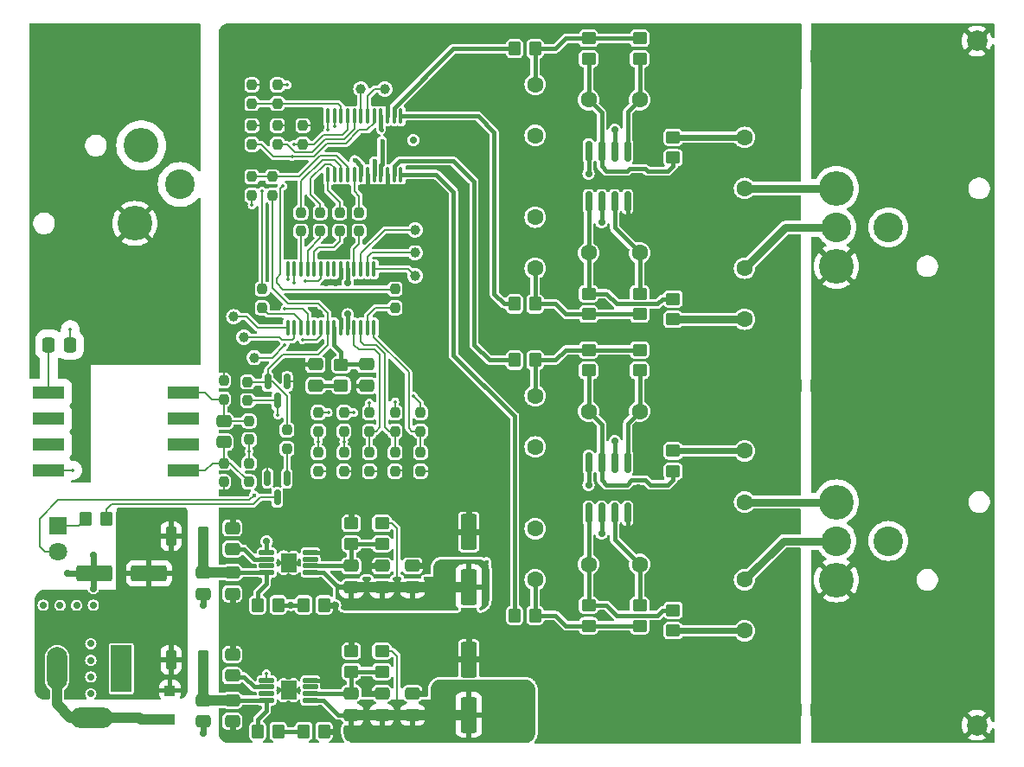
<source format=gbr>
%TF.GenerationSoftware,KiCad,Pcbnew,8.0.2*%
%TF.CreationDate,2025-04-13T16:48:02+02:00*%
%TF.ProjectId,AES-DAC,4145532d-4441-4432-9e6b-696361645f70,rev?*%
%TF.SameCoordinates,Original*%
%TF.FileFunction,Copper,L1,Top*%
%TF.FilePolarity,Positive*%
%FSLAX46Y46*%
G04 Gerber Fmt 4.6, Leading zero omitted, Abs format (unit mm)*
G04 Created by KiCad (PCBNEW 8.0.2) date 2025-04-13 16:48:02*
%MOMM*%
%LPD*%
G01*
G04 APERTURE LIST*
G04 Aperture macros list*
%AMRoundRect*
0 Rectangle with rounded corners*
0 $1 Rounding radius*
0 $2 $3 $4 $5 $6 $7 $8 $9 X,Y pos of 4 corners*
0 Add a 4 corners polygon primitive as box body*
4,1,4,$2,$3,$4,$5,$6,$7,$8,$9,$2,$3,0*
0 Add four circle primitives for the rounded corners*
1,1,$1+$1,$2,$3*
1,1,$1+$1,$4,$5*
1,1,$1+$1,$6,$7*
1,1,$1+$1,$8,$9*
0 Add four rect primitives between the rounded corners*
20,1,$1+$1,$2,$3,$4,$5,0*
20,1,$1+$1,$4,$5,$6,$7,0*
20,1,$1+$1,$6,$7,$8,$9,0*
20,1,$1+$1,$8,$9,$2,$3,0*%
G04 Aperture macros list end*
%TA.AperFunction,ComponentPad*%
%ADD10C,1.600000*%
%TD*%
%TA.AperFunction,ComponentPad*%
%ADD11C,2.000000*%
%TD*%
%TA.AperFunction,SMDPad,CuDef*%
%ADD12RoundRect,0.237500X0.237500X-0.250000X0.237500X0.250000X-0.237500X0.250000X-0.237500X-0.250000X0*%
%TD*%
%TA.AperFunction,SMDPad,CuDef*%
%ADD13RoundRect,0.250000X-0.450000X0.350000X-0.450000X-0.350000X0.450000X-0.350000X0.450000X0.350000X0*%
%TD*%
%TA.AperFunction,SMDPad,CuDef*%
%ADD14RoundRect,0.237500X-0.237500X0.250000X-0.237500X-0.250000X0.237500X-0.250000X0.237500X0.250000X0*%
%TD*%
%TA.AperFunction,SMDPad,CuDef*%
%ADD15RoundRect,0.250000X-0.300000X0.300000X-0.300000X-0.300000X0.300000X-0.300000X0.300000X0.300000X0*%
%TD*%
%TA.AperFunction,SMDPad,CuDef*%
%ADD16C,1.000000*%
%TD*%
%TA.AperFunction,SMDPad,CuDef*%
%ADD17RoundRect,0.250000X1.500000X0.550000X-1.500000X0.550000X-1.500000X-0.550000X1.500000X-0.550000X0*%
%TD*%
%TA.AperFunction,SMDPad,CuDef*%
%ADD18RoundRect,0.250000X-0.350000X-0.450000X0.350000X-0.450000X0.350000X0.450000X-0.350000X0.450000X0*%
%TD*%
%TA.AperFunction,SMDPad,CuDef*%
%ADD19RoundRect,0.250000X-0.475000X0.337500X-0.475000X-0.337500X0.475000X-0.337500X0.475000X0.337500X0*%
%TD*%
%TA.AperFunction,ComponentPad*%
%ADD20C,3.400000*%
%TD*%
%TA.AperFunction,ComponentPad*%
%ADD21C,2.900000*%
%TD*%
%TA.AperFunction,SMDPad,CuDef*%
%ADD22RoundRect,0.250000X0.475000X-0.337500X0.475000X0.337500X-0.475000X0.337500X-0.475000X-0.337500X0*%
%TD*%
%TA.AperFunction,SMDPad,CuDef*%
%ADD23RoundRect,0.100000X0.100000X-0.637500X0.100000X0.637500X-0.100000X0.637500X-0.100000X-0.637500X0*%
%TD*%
%TA.AperFunction,SMDPad,CuDef*%
%ADD24RoundRect,0.250000X0.337500X0.475000X-0.337500X0.475000X-0.337500X-0.475000X0.337500X-0.475000X0*%
%TD*%
%TA.AperFunction,SMDPad,CuDef*%
%ADD25RoundRect,0.250000X0.450000X-0.350000X0.450000X0.350000X-0.450000X0.350000X-0.450000X-0.350000X0*%
%TD*%
%TA.AperFunction,SMDPad,CuDef*%
%ADD26RoundRect,0.150000X0.150000X-0.825000X0.150000X0.825000X-0.150000X0.825000X-0.150000X-0.825000X0*%
%TD*%
%TA.AperFunction,SMDPad,CuDef*%
%ADD27RoundRect,0.250000X-0.275000X-0.700000X0.275000X-0.700000X0.275000X0.700000X-0.275000X0.700000X0*%
%TD*%
%TA.AperFunction,SMDPad,CuDef*%
%ADD28RoundRect,0.125000X0.600000X0.125000X-0.600000X0.125000X-0.600000X-0.125000X0.600000X-0.125000X0*%
%TD*%
%TA.AperFunction,HeatsinkPad*%
%ADD29C,0.600000*%
%TD*%
%TA.AperFunction,HeatsinkPad*%
%ADD30R,1.570000X1.890000*%
%TD*%
%TA.AperFunction,SMDPad,CuDef*%
%ADD31RoundRect,0.100000X-0.100000X0.637500X-0.100000X-0.637500X0.100000X-0.637500X0.100000X0.637500X0*%
%TD*%
%TA.AperFunction,SMDPad,CuDef*%
%ADD32R,3.048000X1.270000*%
%TD*%
%TA.AperFunction,SMDPad,CuDef*%
%ADD33RoundRect,0.250000X0.550000X-1.500000X0.550000X1.500000X-0.550000X1.500000X-0.550000X-1.500000X0*%
%TD*%
%TA.AperFunction,ComponentPad*%
%ADD34R,2.000000X4.600000*%
%TD*%
%TA.AperFunction,ComponentPad*%
%ADD35O,2.000000X4.200000*%
%TD*%
%TA.AperFunction,ComponentPad*%
%ADD36O,4.200000X2.000000*%
%TD*%
%TA.AperFunction,SMDPad,CuDef*%
%ADD37RoundRect,0.150000X-0.150000X0.587500X-0.150000X-0.587500X0.150000X-0.587500X0.150000X0.587500X0*%
%TD*%
%TA.AperFunction,ComponentPad*%
%ADD38R,1.800000X1.800000*%
%TD*%
%TA.AperFunction,ComponentPad*%
%ADD39C,1.800000*%
%TD*%
%TA.AperFunction,SMDPad,CuDef*%
%ADD40RoundRect,0.250000X0.350000X0.450000X-0.350000X0.450000X-0.350000X-0.450000X0.350000X-0.450000X0*%
%TD*%
%TA.AperFunction,ViaPad*%
%ADD41C,0.350000*%
%TD*%
%TA.AperFunction,ViaPad*%
%ADD42C,0.700000*%
%TD*%
%TA.AperFunction,ViaPad*%
%ADD43C,0.450000*%
%TD*%
%TA.AperFunction,Conductor*%
%ADD44C,0.200000*%
%TD*%
%TA.AperFunction,Conductor*%
%ADD45C,0.800000*%
%TD*%
%TA.AperFunction,Conductor*%
%ADD46C,0.400000*%
%TD*%
%TA.AperFunction,Conductor*%
%ADD47C,0.600000*%
%TD*%
%TA.AperFunction,Conductor*%
%ADD48C,1.000000*%
%TD*%
G04 APERTURE END LIST*
D10*
%TO.P,C3,1*%
%TO.N,/XLR_L_+*%
X91500000Y-68390000D03*
%TO.P,C3,2*%
%TO.N,Net-(C3-Pad2)*%
X91500000Y-63390000D03*
%TD*%
D11*
%TO.P,J4,1,1*%
%TO.N,Earth*%
X114250000Y-90250000D03*
%TD*%
D12*
%TO.P,R17,1*%
%TO.N,Net-(U3A-FMT)*%
X45775000Y-29375000D03*
%TO.P,R17,2*%
%TO.N,+3.3V*%
X45775000Y-27550000D03*
%TD*%
D13*
%TO.P,R2,1*%
%TO.N,Net-(C4-Pad2)*%
X76230000Y-53500000D03*
%TO.P,R2,2*%
%TO.N,Net-(C2-Pad1)*%
X76230000Y-55500000D03*
%TD*%
D10*
%TO.P,C28,1*%
%TO.N,/XLR_R_-*%
X91500000Y-45500000D03*
%TO.P,C28,2*%
%TO.N,Net-(C28-Pad2)*%
X91500000Y-50500000D03*
%TD*%
D14*
%TO.P,R28,1*%
%TO.N,GND*%
X48275000Y-31550000D03*
%TO.P,R28,2*%
%TO.N,/DEMP*%
X48275000Y-33375000D03*
%TD*%
D15*
%TO.P,D6,1,K*%
%TO.N,/VIN*%
X35250000Y-86850000D03*
%TO.P,D6,2,A*%
%TO.N,Net-(D6-A)*%
X35250000Y-89650000D03*
%TD*%
D16*
%TO.P,TP3,1,1*%
%TO.N,Net-(U3A-ZERO1)*%
X53953708Y-27962500D03*
%TD*%
D13*
%TO.P,R40,1*%
%TO.N,Net-(C13-Pad2)*%
X76230000Y-23000000D03*
%TO.P,R40,2*%
%TO.N,Net-(C11-Pad1)*%
X76230000Y-25000000D03*
%TD*%
D17*
%TO.P,C34,1*%
%TO.N,/VIN*%
X33200000Y-75375000D03*
%TO.P,C34,2*%
%TO.N,GND*%
X27800000Y-75375000D03*
%TD*%
D18*
%TO.P,R41,1*%
%TO.N,/VOUTR-*%
X69000000Y-24000000D03*
%TO.P,R41,2*%
%TO.N,Net-(C13-Pad2)*%
X71000000Y-24000000D03*
%TD*%
D16*
%TO.P,TP5,1,1*%
%TO.N,Net-(U1C-FSOUT1)*%
X59250000Y-41750000D03*
%TD*%
D12*
%TO.P,R21,1*%
%TO.N,Net-(U1C-FMT0)*%
X54775000Y-61462500D03*
%TO.P,R21,2*%
%TO.N,+3.3V*%
X54775000Y-59637500D03*
%TD*%
D19*
%TO.P,R4,1*%
%TO.N,Net-(R1-Pad1)*%
X40500000Y-60462500D03*
%TO.P,R4,2*%
%TO.N,Net-(R4-Pad2)*%
X40500000Y-62537500D03*
%TD*%
D18*
%TO.P,R58,1*%
%TO.N,Net-(U7-IN)*%
X43850000Y-90855000D03*
%TO.P,R58,2*%
%TO.N,Net-(U7-EN)*%
X45850000Y-90855000D03*
%TD*%
D16*
%TO.P,TP1,1,1*%
%TO.N,Net-(U1B-BFRAME)*%
X43500000Y-54250000D03*
%TD*%
D12*
%TO.P,R34,1*%
%TO.N,Net-(U1C-EMPH)*%
X44275000Y-49375000D03*
%TO.P,R34,2*%
%TO.N,/DEMP*%
X44275000Y-47550000D03*
%TD*%
%TO.P,R6,1*%
%TO.N,Net-(U1B-SCKO)*%
X53775000Y-41875000D03*
%TO.P,R6,2*%
%TO.N,Net-(U3A-SCKI)*%
X53775000Y-40050000D03*
%TD*%
D20*
%TO.P,J3,1*%
%TO.N,Earth*%
X100500000Y-45310000D03*
%TO.P,J3,2*%
%TO.N,/XLR_R_+*%
X100500000Y-37690000D03*
D21*
%TO.P,J3,3*%
%TO.N,/XLR_R_-*%
X100500000Y-41500000D03*
%TO.P,J3,G*%
%TO.N,N/C*%
X105580000Y-41500000D03*
%TD*%
D20*
%TO.P,J1,1*%
%TO.N,/EARTH_AES*%
X31810000Y-41120000D03*
%TO.P,J1,2*%
%TO.N,Net-(C1-Pad1)*%
X32445000Y-33500000D03*
D21*
%TO.P,J1,3*%
%TO.N,Net-(J1-Pad3)*%
X36260000Y-37310000D03*
%TD*%
D12*
%TO.P,R14,1*%
%TO.N,+3.3V*%
X43275000Y-38375000D03*
%TO.P,R14,2*%
%TO.N,Net-(U3A-~{RST})*%
X43275000Y-36550000D03*
%TD*%
D22*
%TO.P,C35,1*%
%TO.N,GND*%
X38500000Y-77375000D03*
%TO.P,C35,2*%
%TO.N,Net-(U6-IN)*%
X38500000Y-75300000D03*
%TD*%
D14*
%TO.P,R32,1*%
%TO.N,/RSTN*%
X42862500Y-56637500D03*
%TO.P,R32,2*%
%TO.N,+3.3V*%
X42862500Y-58462500D03*
%TD*%
D10*
%TO.P,C29,1*%
%TO.N,GND*%
X71000000Y-40500000D03*
%TO.P,C29,2*%
%TO.N,Net-(C29-Pad2)*%
X71000000Y-45500000D03*
%TD*%
D13*
%TO.P,R8,1*%
%TO.N,Net-(C4-Pad2)*%
X81230000Y-53500000D03*
%TO.P,R8,2*%
%TO.N,Net-(U2B-+)*%
X81230000Y-55500000D03*
%TD*%
D23*
%TO.P,U3,1,LRCLK*%
%TO.N,Net-(U3A-LRCLK)*%
X50700000Y-36325000D03*
%TO.P,U3,2,BCK*%
%TO.N,Net-(U3A-BCK)*%
X51350000Y-36325000D03*
%TO.P,U3,3,DIN*%
%TO.N,Net-(U3A-DIN)*%
X52000000Y-36325000D03*
%TO.P,U3,4,~{RST}*%
%TO.N,Net-(U3A-~{RST})*%
X52650000Y-36325000D03*
%TO.P,U3,5,SCKI*%
%TO.N,Net-(U3A-SCKI)*%
X53300000Y-36325000D03*
%TO.P,U3,6,VDD*%
%TO.N,Net-(U3B-VDD)*%
X53950000Y-36325000D03*
%TO.P,U3,7,DGND*%
%TO.N,GND*%
X54600000Y-36325000D03*
%TO.P,U3,8,VCC1*%
%TO.N,+5V*%
X55250000Y-36325000D03*
%TO.P,U3,9,VCOM*%
%TO.N,/Vcom*%
X55900000Y-36325000D03*
%TO.P,U3,10,AGND1*%
%TO.N,GND*%
X56550000Y-36325000D03*
%TO.P,U3,11,VOUTL-*%
%TO.N,/VOUTL-*%
X57200000Y-36325000D03*
%TO.P,U3,12,VOUTL+*%
%TO.N,/VOUTL+*%
X57850000Y-36325000D03*
%TO.P,U3,13,VOUTR+*%
%TO.N,/VOUTR+*%
X57850000Y-30600000D03*
%TO.P,U3,14,VOUTR-*%
%TO.N,/VOUTR-*%
X57200000Y-30600000D03*
%TO.P,U3,15,AGND2*%
%TO.N,GND*%
X56550000Y-30600000D03*
%TO.P,U3,16,VCC2*%
%TO.N,+5V*%
X55900000Y-30600000D03*
%TO.P,U3,17,AMUTE*%
%TO.N,/AMUTE*%
X55250000Y-30600000D03*
%TO.P,U3,18,ZERO2*%
%TO.N,Net-(U3A-ZERO2)*%
X54600000Y-30600000D03*
%TO.P,U3,19,ZERO1*%
%TO.N,Net-(U3A-ZERO1)*%
X53950000Y-30600000D03*
%TO.P,U3,20,MODE*%
%TO.N,Net-(U3A-MODE)*%
X53300000Y-30600000D03*
%TO.P,U3,21,DEMP*%
%TO.N,/DEMP*%
X52650000Y-30600000D03*
%TO.P,U3,22,FMT*%
%TO.N,Net-(U3A-FMT)*%
X52000000Y-30600000D03*
%TO.P,U3,23,RSV*%
%TO.N,Net-(R29-Pad2)*%
X51350000Y-30600000D03*
%TO.P,U3,24,RSV*%
%TO.N,Net-(R31-Pad2)*%
X50700000Y-30600000D03*
%TD*%
D13*
%TO.P,R30,1*%
%TO.N,Net-(C7-Pad1)*%
X84500000Y-79000000D03*
%TO.P,R30,2*%
%TO.N,Net-(C8-Pad2)*%
X84500000Y-81000000D03*
%TD*%
D18*
%TO.P,R50,1*%
%TO.N,Net-(U6-IN)*%
X43850000Y-78470000D03*
%TO.P,R50,2*%
%TO.N,Net-(U6-EN)*%
X45850000Y-78470000D03*
%TD*%
D20*
%TO.P,J2,1*%
%TO.N,Earth*%
X100500000Y-76010000D03*
%TO.P,J2,2*%
%TO.N,/XLR_L_+*%
X100500000Y-68390000D03*
D21*
%TO.P,J2,3*%
%TO.N,/XLR_L_-*%
X100500000Y-72200000D03*
%TO.P,J2,G*%
%TO.N,N/C*%
X105580000Y-72200000D03*
%TD*%
D19*
%TO.P,C41,1*%
%TO.N,Net-(U7-FB)*%
X53000000Y-87150000D03*
%TO.P,C41,2*%
%TO.N,+5V*%
X53000000Y-89225000D03*
%TD*%
D24*
%TO.P,C1,1*%
%TO.N,Net-(C1-Pad1)*%
X25471000Y-53000000D03*
%TO.P,C1,2*%
%TO.N,Net-(C1-Pad2)*%
X23396000Y-53000000D03*
%TD*%
D22*
%TO.P,C36,1*%
%TO.N,GND*%
X41350000Y-77375000D03*
%TO.P,C36,2*%
%TO.N,Net-(U6-IN)*%
X41350000Y-75300000D03*
%TD*%
D18*
%TO.P,R7,1*%
%TO.N,/VOUTL-*%
X69000000Y-54500000D03*
%TO.P,R7,2*%
%TO.N,Net-(C4-Pad2)*%
X71000000Y-54500000D03*
%TD*%
D16*
%TO.P,TP8,1,1*%
%TO.N,Net-(U1C-UOUT)*%
X42500000Y-52250000D03*
%TD*%
D12*
%TO.P,R10,1*%
%TO.N,Net-(U1B-BCKO)*%
X49975000Y-41875000D03*
%TO.P,R10,2*%
%TO.N,Net-(U3A-BCK)*%
X49975000Y-40050000D03*
%TD*%
%TO.P,R1,1*%
%TO.N,Net-(R1-Pad1)*%
X40500000Y-58325000D03*
%TO.P,R1,2*%
%TO.N,GND*%
X40500000Y-56500000D03*
%TD*%
D25*
%TO.P,R45,1*%
%TO.N,Net-(C27-Pad2)*%
X52000000Y-56962500D03*
%TO.P,R45,2*%
%TO.N,Net-(U1A-FILT)*%
X52000000Y-54962500D03*
%TD*%
D10*
%TO.P,C12,1*%
%TO.N,/XLR_R_+*%
X91500000Y-37690000D03*
%TO.P,C12,2*%
%TO.N,Net-(C12-Pad2)*%
X91500000Y-32690000D03*
%TD*%
D11*
%TO.P,J5,1,1*%
%TO.N,Earth*%
X114250000Y-23250000D03*
%TD*%
D10*
%TO.P,C8,1*%
%TO.N,/XLR_L_-*%
X91500000Y-76000000D03*
%TO.P,C8,2*%
%TO.N,Net-(C8-Pad2)*%
X91500000Y-81000000D03*
%TD*%
D13*
%TO.P,R59,1*%
%TO.N,+5V*%
X56000000Y-83000000D03*
%TO.P,R59,2*%
%TO.N,Net-(U7-FB)*%
X56000000Y-85000000D03*
%TD*%
D16*
%TO.P,TP7,1,1*%
%TO.N,Net-(U1C-COUT)*%
X41500000Y-50250000D03*
%TD*%
D26*
%TO.P,U5,1*%
%TO.N,Net-(C26-Pad1)*%
X76230000Y-38975000D03*
%TO.P,U5,2,-*%
%TO.N,/Vcom*%
X77500000Y-38975000D03*
%TO.P,U5,3,+*%
%TO.N,Net-(U5A-+)*%
X78770000Y-38975000D03*
%TO.P,U5,4,V-*%
%TO.N,GND*%
X80040000Y-38975000D03*
%TO.P,U5,5,+*%
%TO.N,Net-(U5B-+)*%
X80040000Y-34025000D03*
%TO.P,U5,6,-*%
%TO.N,/Vcom*%
X78770000Y-34025000D03*
%TO.P,U5,7*%
%TO.N,Net-(C11-Pad1)*%
X77500000Y-34025000D03*
%TO.P,U5,8,V+*%
%TO.N,+5V*%
X76230000Y-34025000D03*
%TD*%
D14*
%TO.P,R26,1*%
%TO.N,GND*%
X43275000Y-31550000D03*
%TO.P,R26,2*%
%TO.N,/AMUTE*%
X43275000Y-33375000D03*
%TD*%
D13*
%TO.P,R48,1*%
%TO.N,Net-(C26-Pad1)*%
X84500000Y-48500000D03*
%TO.P,R48,2*%
%TO.N,Net-(C28-Pad2)*%
X84500000Y-50500000D03*
%TD*%
D18*
%TO.P,R54,1*%
%TO.N,Net-(U6-EN)*%
X48350000Y-78470000D03*
%TO.P,R54,2*%
%TO.N,GND*%
X50350000Y-78470000D03*
%TD*%
D12*
%TO.P,R38,1*%
%TO.N,GND*%
X54775000Y-65375000D03*
%TO.P,R38,2*%
%TO.N,Net-(U1C-FMT0)*%
X54775000Y-63550000D03*
%TD*%
%TO.P,R33,1*%
%TO.N,Net-(U1C-ERROR)*%
X57275000Y-49375000D03*
%TO.P,R33,2*%
%TO.N,/AMUTE*%
X57275000Y-47550000D03*
%TD*%
D27*
%TO.P,L2,1*%
%TO.N,/VIN*%
X35350000Y-83855000D03*
%TO.P,L2,2*%
%TO.N,Net-(U7-IN)*%
X38500000Y-83855000D03*
%TD*%
D25*
%TO.P,R44,1*%
%TO.N,Net-(C29-Pad2)*%
X76230000Y-50000000D03*
%TO.P,R44,2*%
%TO.N,Net-(C26-Pad1)*%
X76230000Y-48000000D03*
%TD*%
D19*
%TO.P,C31,1*%
%TO.N,Net-(U6-FB)*%
X53015000Y-74650000D03*
%TO.P,C31,2*%
%TO.N,+3.3V*%
X53015000Y-76725000D03*
%TD*%
D25*
%TO.P,R24,1*%
%TO.N,Net-(C9-Pad2)*%
X81230000Y-80500000D03*
%TO.P,R24,2*%
%TO.N,Net-(U2A-+)*%
X81230000Y-78500000D03*
%TD*%
D13*
%TO.P,R61,1*%
%TO.N,GND*%
X53000000Y-83000000D03*
%TO.P,R61,2*%
%TO.N,Net-(U7-FB)*%
X53000000Y-85000000D03*
%TD*%
D19*
%TO.P,C44,1*%
%TO.N,GND*%
X56000000Y-87150000D03*
%TO.P,C44,2*%
%TO.N,+5V*%
X56000000Y-89225000D03*
%TD*%
D10*
%TO.P,C9,1*%
%TO.N,GND*%
X71000000Y-71000000D03*
%TO.P,C9,2*%
%TO.N,Net-(C9-Pad2)*%
X71000000Y-76000000D03*
%TD*%
D14*
%TO.P,R27,1*%
%TO.N,GND*%
X45775000Y-31550000D03*
%TO.P,R27,2*%
%TO.N,Net-(U3A-MODE)*%
X45775000Y-33375000D03*
%TD*%
%TO.P,R5,1*%
%TO.N,Net-(R4-Pad2)*%
X40500000Y-64587500D03*
%TO.P,R5,2*%
%TO.N,GND*%
X40500000Y-66412500D03*
%TD*%
D10*
%TO.P,C4,1*%
%TO.N,GND*%
X71000000Y-63000000D03*
%TO.P,C4,2*%
%TO.N,Net-(C4-Pad2)*%
X71000000Y-58000000D03*
%TD*%
D27*
%TO.P,L1,1*%
%TO.N,/VIN*%
X35350000Y-71750000D03*
%TO.P,L1,2*%
%TO.N,Net-(U6-IN)*%
X38500000Y-71750000D03*
%TD*%
D22*
%TO.P,C25,1*%
%TO.N,GND*%
X54500000Y-57000000D03*
%TO.P,C25,2*%
%TO.N,Net-(U1A-FILT)*%
X54500000Y-54925000D03*
%TD*%
D28*
%TO.P,U7,1,OUT*%
%TO.N,+5V*%
X49000000Y-87800000D03*
%TO.P,U7,2,FB*%
%TO.N,Net-(U7-FB)*%
X49000000Y-87150000D03*
%TO.P,U7,3,NC*%
%TO.N,unconnected-(U7-NC-Pad3)*%
X49000000Y-86500000D03*
%TO.P,U7,4,GND*%
%TO.N,GND*%
X49000000Y-85850000D03*
%TO.P,U7,5,EN*%
%TO.N,Net-(U7-EN)*%
X44700000Y-85850000D03*
%TO.P,U7,6,NR/SS*%
%TO.N,Net-(U7-NR{slash}SS)*%
X44700000Y-86500000D03*
%TO.P,U7,7,NC*%
%TO.N,unconnected-(U7-NC-Pad7)*%
X44700000Y-87150000D03*
%TO.P,U7,8,IN*%
%TO.N,Net-(U7-IN)*%
X44700000Y-87800000D03*
D29*
%TO.P,U7,9,GND*%
%TO.N,GND*%
X47335000Y-87470000D03*
X47335000Y-86180000D03*
D30*
X46850000Y-86825000D03*
D29*
X46365000Y-87470000D03*
X46365000Y-86180000D03*
%TD*%
D13*
%TO.P,R55,1*%
%TO.N,GND*%
X53000000Y-70500000D03*
%TO.P,R55,2*%
%TO.N,Net-(U6-FB)*%
X53000000Y-72500000D03*
%TD*%
D31*
%TO.P,U1,1,~{AUDIO}*%
%TO.N,Net-(U1C-~{AUDIO})*%
X55225000Y-45600000D03*
%TO.P,U1,2,FSOUT0*%
%TO.N,Net-(U1C-FSOUT0)*%
X54575000Y-45600000D03*
%TO.P,U1,3,FSOUT1*%
%TO.N,Net-(U1C-FSOUT1)*%
X53925000Y-45600000D03*
%TO.P,U1,4,SCKO*%
%TO.N,Net-(U1B-SCKO)*%
X53275000Y-45600000D03*
%TO.P,U1,5,VDD*%
%TO.N,Net-(U1A-VDD)*%
X52625000Y-45600000D03*
%TO.P,U1,6,DGND*%
%TO.N,GND*%
X51975000Y-45600000D03*
%TO.P,U1,7,XTO*%
%TO.N,unconnected-(U1A-XTO-Pad7)*%
X51325000Y-45600000D03*
%TO.P,U1,8,XTI*%
%TO.N,unconnected-(U1A-XTI-Pad8)*%
X50675000Y-45600000D03*
%TO.P,U1,9,CLKST*%
%TO.N,Net-(U1C-CLKST)*%
X50025000Y-45600000D03*
%TO.P,U1,10,LRCKO*%
%TO.N,Net-(U1B-LRCKO)*%
X49375000Y-45600000D03*
%TO.P,U1,11,BCKO*%
%TO.N,Net-(U1B-BCKO)*%
X48725000Y-45600000D03*
%TO.P,U1,12,DOUT*%
%TO.N,Net-(U1B-DOUT)*%
X48075000Y-45600000D03*
%TO.P,U1,13,PSCK0*%
%TO.N,Net-(U1C-PSCK0)*%
X47425000Y-45600000D03*
%TO.P,U1,14,PSCK1*%
%TO.N,Net-(U1C-PSCK1)*%
X46775000Y-45600000D03*
%TO.P,U1,15,COUT*%
%TO.N,Net-(U1C-COUT)*%
X46775000Y-51325000D03*
%TO.P,U1,16,UOUT*%
%TO.N,Net-(U1C-UOUT)*%
X47425000Y-51325000D03*
%TO.P,U1,17,EMPH*%
%TO.N,Net-(U1C-EMPH)*%
X48075000Y-51325000D03*
%TO.P,U1,18,BFRAME*%
%TO.N,Net-(U1B-BFRAME)*%
X48725000Y-51325000D03*
%TO.P,U1,19,RSV*%
%TO.N,unconnected-(U1A-RSV-Pad19)*%
X49375000Y-51325000D03*
%TO.P,U1,20,RXIN*%
%TO.N,Net-(U1B-RXIN)*%
X50025000Y-51325000D03*
%TO.P,U1,21,~{RST}*%
%TO.N,/RSTN*%
X50675000Y-51325000D03*
%TO.P,U1,22,FILT*%
%TO.N,Net-(U1A-FILT)*%
X51325000Y-51325000D03*
%TO.P,U1,23,AGND*%
%TO.N,GND*%
X51975000Y-51325000D03*
%TO.P,U1,24,VCC*%
%TO.N,Net-(U1A-VCC)*%
X52625000Y-51325000D03*
%TO.P,U1,25,FMT0*%
%TO.N,Net-(U1C-FMT0)*%
X53275000Y-51325000D03*
%TO.P,U1,26,FMT1*%
%TO.N,Net-(U1C-FMT1)*%
X53925000Y-51325000D03*
%TO.P,U1,27,ERROR*%
%TO.N,Net-(U1C-ERROR)*%
X54575000Y-51325000D03*
%TO.P,U1,28,CKSEL*%
%TO.N,Net-(U1C-CKSEL)*%
X55225000Y-51325000D03*
%TD*%
D16*
%TO.P,TP6,1,1*%
%TO.N,Net-(U3A-ZERO2)*%
X56275000Y-27962500D03*
%TD*%
D32*
%TO.P,T1,1*%
%TO.N,Net-(C1-Pad2)*%
X23396000Y-57690000D03*
%TO.P,T1,2*%
%TO.N,N/C*%
X23396000Y-60230000D03*
%TO.P,T1,3*%
X23396000Y-62770000D03*
%TO.P,T1,4*%
%TO.N,Net-(J1-Pad3)*%
X23396000Y-65310000D03*
%TO.P,T1,5*%
%TO.N,Net-(R4-Pad2)*%
X36604000Y-65310000D03*
%TO.P,T1,6*%
%TO.N,N/C*%
X36604000Y-62770000D03*
%TO.P,T1,7*%
X36604000Y-60230000D03*
%TO.P,T1,8*%
%TO.N,Net-(R1-Pad1)*%
X36604000Y-57690000D03*
%TD*%
D10*
%TO.P,C2,1*%
%TO.N,Net-(C2-Pad1)*%
X76230000Y-59500000D03*
%TO.P,C2,2*%
%TO.N,Net-(U2B-+)*%
X81230000Y-59500000D03*
%TD*%
D16*
%TO.P,TP9,1,1*%
%TO.N,Net-(U1C-~{AUDIO})*%
X59250000Y-46250000D03*
%TD*%
D12*
%TO.P,R13,1*%
%TO.N,Net-(U1B-DOUT)*%
X48075000Y-41875000D03*
%TO.P,R13,2*%
%TO.N,Net-(U3A-DIN)*%
X48075000Y-40050000D03*
%TD*%
D19*
%TO.P,C38,1*%
%TO.N,GND*%
X59000000Y-74650000D03*
%TO.P,C38,2*%
%TO.N,+3.3V*%
X59000000Y-76725000D03*
%TD*%
D33*
%TO.P,C39,1*%
%TO.N,+3.3V*%
X64500000Y-76725000D03*
%TO.P,C39,2*%
%TO.N,GND*%
X64500000Y-71325000D03*
%TD*%
D12*
%TO.P,R15,1*%
%TO.N,/RSTN*%
X45275000Y-38375000D03*
%TO.P,R15,2*%
%TO.N,Net-(U3A-~{RST})*%
X45275000Y-36550000D03*
%TD*%
D18*
%TO.P,R53,1*%
%TO.N,GND*%
X96500000Y-57000000D03*
%TO.P,R53,2*%
%TO.N,Earth*%
X98500000Y-57000000D03*
%TD*%
D33*
%TO.P,C46,1*%
%TO.N,+5V*%
X64500000Y-89225000D03*
%TO.P,C46,2*%
%TO.N,GND*%
X64500000Y-83825000D03*
%TD*%
D18*
%TO.P,R23,1*%
%TO.N,/VOUTL+*%
X69000000Y-79500000D03*
%TO.P,R23,2*%
%TO.N,Net-(C9-Pad2)*%
X71000000Y-79500000D03*
%TD*%
%TO.P,R60,1*%
%TO.N,Net-(U7-EN)*%
X48350000Y-90855000D03*
%TO.P,R60,2*%
%TO.N,GND*%
X50350000Y-90855000D03*
%TD*%
D19*
%TO.P,C45,1*%
%TO.N,GND*%
X59000000Y-87150000D03*
%TO.P,C45,2*%
%TO.N,+5V*%
X59000000Y-89225000D03*
%TD*%
D28*
%TO.P,U6,1,OUT*%
%TO.N,+3.3V*%
X49015000Y-75300000D03*
%TO.P,U6,2,FB*%
%TO.N,Net-(U6-FB)*%
X49015000Y-74650000D03*
%TO.P,U6,3,NC*%
%TO.N,unconnected-(U6-NC-Pad3)*%
X49015000Y-74000000D03*
%TO.P,U6,4,GND*%
%TO.N,GND*%
X49015000Y-73350000D03*
%TO.P,U6,5,EN*%
%TO.N,Net-(U6-EN)*%
X44715000Y-73350000D03*
%TO.P,U6,6,NR/SS*%
%TO.N,Net-(U6-NR{slash}SS)*%
X44715000Y-74000000D03*
%TO.P,U6,7,NC*%
%TO.N,unconnected-(U6-NC-Pad7)*%
X44715000Y-74650000D03*
%TO.P,U6,8,IN*%
%TO.N,Net-(U6-IN)*%
X44715000Y-75300000D03*
D29*
%TO.P,U6,9,GND*%
%TO.N,GND*%
X47350000Y-74970000D03*
X47350000Y-73680000D03*
D30*
X46865000Y-74325000D03*
D29*
X46380000Y-74970000D03*
X46380000Y-73680000D03*
%TD*%
D22*
%TO.P,C43,1*%
%TO.N,GND*%
X41350000Y-89875000D03*
%TO.P,C43,2*%
%TO.N,Net-(U7-IN)*%
X41350000Y-87800000D03*
%TD*%
D25*
%TO.P,R47,1*%
%TO.N,Net-(C29-Pad2)*%
X81230000Y-50000000D03*
%TO.P,R47,2*%
%TO.N,Net-(U5A-+)*%
X81230000Y-48000000D03*
%TD*%
D34*
%TO.P,J6,1*%
%TO.N,GND*%
X30500000Y-84700000D03*
D35*
%TO.P,J6,2*%
%TO.N,Net-(D6-A)*%
X24200000Y-84700000D03*
D36*
%TO.P,J6,3*%
X27600000Y-89500000D03*
%TD*%
D12*
%TO.P,R20,1*%
%TO.N,Net-(U1C-FMT1)*%
X57275000Y-61462500D03*
%TO.P,R20,2*%
%TO.N,+3.3V*%
X57275000Y-59637500D03*
%TD*%
D25*
%TO.P,R16,1*%
%TO.N,Net-(C9-Pad2)*%
X76230000Y-80500000D03*
%TO.P,R16,2*%
%TO.N,Net-(C7-Pad1)*%
X76230000Y-78500000D03*
%TD*%
D10*
%TO.P,C11,1*%
%TO.N,Net-(C11-Pad1)*%
X76230000Y-29000000D03*
%TO.P,C11,2*%
%TO.N,Net-(U5B-+)*%
X81230000Y-29000000D03*
%TD*%
D12*
%TO.P,R18,1*%
%TO.N,Net-(U1C-PSCK1)*%
X49775000Y-61462500D03*
%TO.P,R18,2*%
%TO.N,+3.3V*%
X49775000Y-59637500D03*
%TD*%
D14*
%TO.P,R3,1*%
%TO.N,Net-(R1-Pad1)*%
X43000000Y-60462500D03*
%TO.P,R3,2*%
%TO.N,Net-(U1B-RXIN)*%
X43000000Y-62287500D03*
%TD*%
D19*
%TO.P,C37,1*%
%TO.N,GND*%
X56000000Y-74650000D03*
%TO.P,C37,2*%
%TO.N,+3.3V*%
X56000000Y-76725000D03*
%TD*%
D37*
%TO.P,U4,1,GND*%
%TO.N,GND*%
X46725000Y-56587500D03*
%TO.P,U4,2,~{RESET}*%
%TO.N,/RSTN*%
X44825000Y-56587500D03*
%TO.P,U4,3,V_{DD}*%
%TO.N,+3.3V*%
X45775000Y-58462500D03*
%TD*%
D12*
%TO.P,R12,1*%
%TO.N,Net-(U1B-LRCKO)*%
X51875000Y-41875000D03*
%TO.P,R12,2*%
%TO.N,Net-(U3A-LRCLK)*%
X51875000Y-40050000D03*
%TD*%
%TO.P,R35,1*%
%TO.N,GND*%
X49775000Y-65375000D03*
%TO.P,R35,2*%
%TO.N,Net-(U1C-PSCK1)*%
X49775000Y-63550000D03*
%TD*%
D10*
%TO.P,C7,1*%
%TO.N,Net-(C7-Pad1)*%
X76230000Y-74500000D03*
%TO.P,C7,2*%
%TO.N,Net-(U2A-+)*%
X81230000Y-74500000D03*
%TD*%
D12*
%TO.P,R39,1*%
%TO.N,GND*%
X59775000Y-65375000D03*
%TO.P,R39,2*%
%TO.N,Net-(U1C-CKSEL)*%
X59775000Y-63550000D03*
%TD*%
D19*
%TO.P,C47,1*%
%TO.N,GND*%
X41350000Y-83317500D03*
%TO.P,C47,2*%
%TO.N,Net-(U7-NR{slash}SS)*%
X41350000Y-85392500D03*
%TD*%
D14*
%TO.P,R25,1*%
%TO.N,GND*%
X43275000Y-27550000D03*
%TO.P,R25,2*%
%TO.N,Net-(U3A-FMT)*%
X43275000Y-29375000D03*
%TD*%
D25*
%TO.P,R43,1*%
%TO.N,Net-(C11-Pad1)*%
X84500000Y-34690000D03*
%TO.P,R43,2*%
%TO.N,Net-(C12-Pad2)*%
X84500000Y-32690000D03*
%TD*%
D12*
%TO.P,R19,1*%
%TO.N,Net-(U1C-PSCK0)*%
X52275000Y-61462500D03*
%TO.P,R19,2*%
%TO.N,+3.3V*%
X52275000Y-59637500D03*
%TD*%
D18*
%TO.P,R49,1*%
%TO.N,GND*%
X96500000Y-24750000D03*
%TO.P,R49,2*%
%TO.N,Earth*%
X98500000Y-24750000D03*
%TD*%
D22*
%TO.P,C42,1*%
%TO.N,GND*%
X38500000Y-89875000D03*
%TO.P,C42,2*%
%TO.N,Net-(U7-IN)*%
X38500000Y-87800000D03*
%TD*%
D19*
%TO.P,C27,1*%
%TO.N,GND*%
X49500000Y-54925000D03*
%TO.P,C27,2*%
%TO.N,Net-(C27-Pad2)*%
X49500000Y-57000000D03*
%TD*%
D10*
%TO.P,C13,1*%
%TO.N,GND*%
X71000000Y-32500000D03*
%TO.P,C13,2*%
%TO.N,Net-(C13-Pad2)*%
X71000000Y-27500000D03*
%TD*%
D19*
%TO.P,C40,1*%
%TO.N,GND*%
X41350000Y-70932500D03*
%TO.P,C40,2*%
%TO.N,Net-(U6-NR{slash}SS)*%
X41350000Y-73007500D03*
%TD*%
D12*
%TO.P,R22,1*%
%TO.N,Net-(U1C-CKSEL)*%
X59775000Y-61462500D03*
%TO.P,R22,2*%
%TO.N,+3.3V*%
X59775000Y-59637500D03*
%TD*%
D13*
%TO.P,R51,1*%
%TO.N,+3.3V*%
X56000000Y-70500000D03*
%TO.P,R51,2*%
%TO.N,Net-(U6-FB)*%
X56000000Y-72500000D03*
%TD*%
D38*
%TO.P,D5,1,K*%
%TO.N,Net-(D5-K)*%
X24250000Y-70710000D03*
D39*
%TO.P,D5,2,A*%
%TO.N,+3.3V*%
X24250000Y-73250000D03*
%TD*%
D12*
%TO.P,R9,1*%
%TO.N,Net-(R4-Pad2)*%
X43000000Y-66412500D03*
%TO.P,R9,2*%
%TO.N,Net-(U1B-RXIN)*%
X43000000Y-64587500D03*
%TD*%
D18*
%TO.P,R46,1*%
%TO.N,/VOUTR+*%
X69000000Y-49000000D03*
%TO.P,R46,2*%
%TO.N,Net-(C29-Pad2)*%
X71000000Y-49000000D03*
%TD*%
D12*
%TO.P,R37,1*%
%TO.N,GND*%
X57275000Y-65375000D03*
%TO.P,R37,2*%
%TO.N,Net-(U1C-FMT1)*%
X57275000Y-63550000D03*
%TD*%
D16*
%TO.P,TP2,1,1*%
%TO.N,Net-(U1C-FSOUT0)*%
X59250000Y-44000000D03*
%TD*%
D26*
%TO.P,U2,1*%
%TO.N,Net-(C7-Pad1)*%
X76230000Y-69475000D03*
%TO.P,U2,2,-*%
%TO.N,/Vcom*%
X77500000Y-69475000D03*
%TO.P,U2,3,+*%
%TO.N,Net-(U2A-+)*%
X78770000Y-69475000D03*
%TO.P,U2,4,V-*%
%TO.N,GND*%
X80040000Y-69475000D03*
%TO.P,U2,5,+*%
%TO.N,Net-(U2B-+)*%
X80040000Y-64525000D03*
%TO.P,U2,6,-*%
%TO.N,/Vcom*%
X78770000Y-64525000D03*
%TO.P,U2,7*%
%TO.N,Net-(C2-Pad1)*%
X77500000Y-64525000D03*
%TO.P,U2,8,V+*%
%TO.N,+5V*%
X76230000Y-64525000D03*
%TD*%
D12*
%TO.P,R36,1*%
%TO.N,GND*%
X52275000Y-65375000D03*
%TO.P,R36,2*%
%TO.N,Net-(U1C-PSCK0)*%
X52275000Y-63550000D03*
%TD*%
%TO.P,R57,1*%
%TO.N,Net-(Q1-B)*%
X46700000Y-63162500D03*
%TO.P,R57,2*%
%TO.N,/RSTN*%
X46700000Y-61337500D03*
%TD*%
D25*
%TO.P,R11,1*%
%TO.N,Net-(C2-Pad1)*%
X84500000Y-65390000D03*
%TO.P,R11,2*%
%TO.N,Net-(C3-Pad2)*%
X84500000Y-63390000D03*
%TD*%
D13*
%TO.P,R42,1*%
%TO.N,Net-(C13-Pad2)*%
X81230000Y-23000000D03*
%TO.P,R42,2*%
%TO.N,Net-(U5B-+)*%
X81230000Y-25000000D03*
%TD*%
D18*
%TO.P,R52,1*%
%TO.N,GND*%
X96500000Y-88750000D03*
%TO.P,R52,2*%
%TO.N,Earth*%
X98500000Y-88750000D03*
%TD*%
D37*
%TO.P,Q1,1,B*%
%TO.N,Net-(Q1-B)*%
X46700000Y-66062500D03*
%TO.P,Q1,2,E*%
%TO.N,GND*%
X44800000Y-66062500D03*
%TO.P,Q1,3,C*%
%TO.N,Net-(Q1-C)*%
X45750000Y-67937500D03*
%TD*%
D40*
%TO.P,R56,1*%
%TO.N,Net-(Q1-C)*%
X29000000Y-70000000D03*
%TO.P,R56,2*%
%TO.N,Net-(D5-K)*%
X27000000Y-70000000D03*
%TD*%
D10*
%TO.P,C26,1*%
%TO.N,Net-(C26-Pad1)*%
X76230000Y-44000000D03*
%TO.P,C26,2*%
%TO.N,Net-(U5A-+)*%
X81230000Y-44000000D03*
%TD*%
D41*
%TO.N,Net-(C1-Pad1)*%
X25500000Y-51500000D03*
D42*
%TO.N,Earth*%
X114250000Y-51735288D03*
X104000000Y-58625000D03*
X107218750Y-91000000D03*
X99250000Y-63000000D03*
X114250000Y-45617644D03*
X104031250Y-91000000D03*
X114250000Y-59382343D03*
X100843750Y-91000000D03*
X114250000Y-60911754D03*
X114250000Y-41029411D03*
X114250000Y-33875000D03*
X99250000Y-84500000D03*
X114250000Y-77645830D03*
X114250000Y-42558822D03*
X99250000Y-22500000D03*
X114250000Y-39500000D03*
X99250000Y-82875000D03*
X102437500Y-91000000D03*
X99250000Y-61375000D03*
X114250000Y-56323521D03*
X105625000Y-22500000D03*
X114250000Y-86520826D03*
X107218750Y-22500000D03*
X114250000Y-27375000D03*
X114250000Y-65500000D03*
X108812500Y-91000000D03*
X99250000Y-54125000D03*
X114250000Y-74687498D03*
X114250000Y-80604162D03*
X114250000Y-82083328D03*
X114250000Y-32250000D03*
X104000000Y-61875000D03*
X114250000Y-70250000D03*
X100843750Y-22500000D03*
X114250000Y-57852932D03*
X114250000Y-88000000D03*
X99250000Y-49250000D03*
X114250000Y-76166664D03*
X108812500Y-22500000D03*
X99250000Y-64625000D03*
X114250000Y-30625000D03*
X99250000Y-32500000D03*
X112000000Y-91000000D03*
X114250000Y-73208332D03*
X114250000Y-63970576D03*
X114250000Y-54794110D03*
X104031250Y-22500000D03*
X114250000Y-35500000D03*
X99250000Y-79625000D03*
X112000000Y-22500000D03*
X105625000Y-91000000D03*
X114250000Y-83562494D03*
X114250000Y-44088233D03*
X114250000Y-47147055D03*
X114250000Y-71729166D03*
X99250000Y-50875000D03*
X104000000Y-57000000D03*
X104000000Y-53750000D03*
X110406250Y-22500000D03*
X114250000Y-85041660D03*
X99250000Y-29250000D03*
X104000000Y-52125000D03*
X114250000Y-62441165D03*
X99250000Y-81250000D03*
X99250000Y-91000000D03*
X114250000Y-25750000D03*
X99250000Y-86125000D03*
X99250000Y-30875000D03*
X114250000Y-48676466D03*
X99250000Y-59750000D03*
X99250000Y-34125000D03*
X114250000Y-79124996D03*
X114250000Y-50205877D03*
X114250000Y-29000000D03*
X104000000Y-55375000D03*
X99250000Y-27625000D03*
X110406250Y-91000000D03*
X102437500Y-22500000D03*
X114250000Y-53264699D03*
X99250000Y-52500000D03*
X104000000Y-60250000D03*
%TO.N,GND*%
X84406250Y-22500000D03*
D41*
X61800000Y-53800000D03*
D42*
X41000000Y-48546052D03*
X73400000Y-67000000D03*
X94500000Y-23750000D03*
X73400000Y-65500000D03*
X26113487Y-78500000D03*
D41*
X44227247Y-27540012D03*
D42*
X44648026Y-22500000D03*
X41000000Y-45273026D03*
X60125000Y-74650000D03*
X96500000Y-86500000D03*
X94500000Y-25750000D03*
X56103617Y-22500000D03*
X49000000Y-53250000D03*
D41*
X61800000Y-40200000D03*
D42*
X38500000Y-78500000D03*
X87593750Y-22500000D03*
X94500000Y-55000000D03*
D41*
X44800000Y-41600000D03*
D42*
X64286182Y-22500000D03*
D41*
X67600000Y-57200000D03*
D42*
X94500000Y-56000000D03*
X41375000Y-22500000D03*
X49557565Y-22500000D03*
X27500000Y-83886513D03*
D43*
X40500000Y-55500000D03*
D41*
X44800000Y-43800000D03*
D42*
X49800000Y-69800000D03*
X41000000Y-30544409D03*
X51500000Y-46915004D03*
X70832234Y-22500000D03*
X73400000Y-68500000D03*
D41*
X64000000Y-43800000D03*
D42*
X91500000Y-58750000D03*
X78500000Y-28500000D03*
D41*
X68000000Y-62000000D03*
X55750000Y-65375000D03*
D42*
X85500000Y-45000000D03*
X50546905Y-46911909D03*
D43*
X40500000Y-67412500D03*
D42*
X45300000Y-82200000D03*
D41*
X66000000Y-38000000D03*
D42*
X48300000Y-69800000D03*
D41*
X66000000Y-48800000D03*
X72400000Y-51400000D03*
X68400000Y-81200000D03*
D42*
X76673945Y-32500000D03*
X57740130Y-22500000D03*
D43*
X52795062Y-33831750D03*
D41*
X68000000Y-70400000D03*
D42*
X78500000Y-59000000D03*
X43800000Y-69800000D03*
X63000000Y-83775000D03*
D41*
X68000000Y-64200000D03*
X64000000Y-48800000D03*
D42*
X94500000Y-24750000D03*
D41*
X47677247Y-56577512D03*
D43*
X50400000Y-85600000D03*
D42*
X86000000Y-91000000D03*
X51475000Y-78470000D03*
X78500000Y-30000000D03*
X78500000Y-24000000D03*
X64500000Y-64500000D03*
D41*
X68000000Y-75400000D03*
D42*
X27750000Y-73625000D03*
X78500000Y-25500000D03*
X95500000Y-59250000D03*
X66000000Y-83775000D03*
X41000000Y-38726974D03*
X78500000Y-27000000D03*
X49800000Y-82200000D03*
X60125000Y-87150000D03*
X92375000Y-22500000D03*
X81119052Y-67000000D03*
X54500000Y-26862353D03*
X59376643Y-22500000D03*
X48300000Y-82200000D03*
D41*
X78600000Y-51600000D03*
D43*
X58000000Y-26750000D03*
D42*
X85500000Y-69500000D03*
X85500000Y-43500000D03*
X73400000Y-64000000D03*
D41*
X61800000Y-38400000D03*
D42*
X96500000Y-59250000D03*
X41000000Y-28907896D03*
D41*
X53250000Y-65375000D03*
X64000000Y-51400000D03*
D42*
X79453948Y-91000000D03*
X68500000Y-37000000D03*
X96500000Y-22500000D03*
X94500000Y-26750000D03*
D41*
X44800000Y-64750000D03*
D42*
X94500000Y-89750000D03*
X43011513Y-22500000D03*
X27750000Y-76875000D03*
X41000000Y-53000000D03*
X43800000Y-82200000D03*
X76180922Y-91000000D03*
D41*
X60600000Y-24600000D03*
D42*
X41000000Y-40363487D03*
X94500000Y-59000000D03*
D41*
X68000000Y-77800000D03*
D43*
X48181049Y-54924244D03*
D42*
X61013156Y-22500000D03*
X89273026Y-91000000D03*
X81090461Y-91000000D03*
X94500000Y-86750000D03*
D41*
X47754407Y-30451541D03*
X61800000Y-51800000D03*
D42*
X73000000Y-37000000D03*
X85500000Y-54000000D03*
X85500000Y-39000000D03*
X54875000Y-74650000D03*
X38500000Y-91000000D03*
X78500000Y-74000000D03*
D41*
X62000000Y-23400000D03*
D42*
X54481828Y-24699891D03*
D41*
X64000000Y-38600000D03*
D42*
X85500000Y-42000000D03*
X74544409Y-91000000D03*
D41*
X64000000Y-41400000D03*
D42*
X78500000Y-43500000D03*
D41*
X61800000Y-49800000D03*
D42*
X60500000Y-50000000D03*
X91500000Y-85750000D03*
X60500000Y-48500000D03*
X41000000Y-27271383D03*
X81081552Y-39000000D03*
X81119052Y-69475000D03*
X60500000Y-54500000D03*
X53000000Y-69375000D03*
D41*
X62200000Y-33000000D03*
X66000000Y-46200000D03*
D43*
X56970980Y-28970980D03*
D42*
X54467104Y-22500000D03*
D41*
X65800000Y-34800000D03*
D42*
X85500000Y-71000000D03*
X27500000Y-85523026D03*
X67559208Y-22500000D03*
X41000000Y-32180922D03*
X64500000Y-63000000D03*
X85500000Y-60000000D03*
X45300000Y-69800000D03*
D43*
X59340317Y-37037429D03*
X59283782Y-38959617D03*
D42*
X81081552Y-36500000D03*
X92546052Y-91000000D03*
D41*
X47400000Y-37800000D03*
X65600000Y-58200000D03*
D42*
X25250000Y-75375000D03*
X85500000Y-55500000D03*
X22840461Y-78500000D03*
D43*
X50000000Y-36500000D03*
D42*
X96500000Y-91000000D03*
X73400000Y-70000000D03*
X76711114Y-62980170D03*
X90909539Y-91000000D03*
X27500000Y-82250000D03*
X85500000Y-40500000D03*
X72907896Y-91000000D03*
D41*
X49227247Y-31540012D03*
D42*
X96500000Y-27000000D03*
X41350000Y-91000000D03*
X46284539Y-22500000D03*
D41*
X68000000Y-66200000D03*
X64200000Y-53800000D03*
D42*
X41000000Y-35453948D03*
X95500000Y-22500000D03*
D41*
X46800000Y-44200000D03*
D42*
X64500000Y-61500000D03*
D41*
X60800000Y-37400000D03*
D42*
X70000000Y-37000000D03*
D41*
X70400000Y-51400000D03*
D42*
X94500000Y-58000000D03*
X41000000Y-43636513D03*
X66000000Y-71275000D03*
D41*
X73400000Y-81800000D03*
D42*
X85500000Y-57000000D03*
X78500000Y-75500000D03*
X91500000Y-55250000D03*
D41*
X64800000Y-33000000D03*
D42*
X60500000Y-53000000D03*
X24476974Y-78500000D03*
D41*
X67200000Y-59600000D03*
D42*
X80040000Y-71019052D03*
X90781250Y-22500000D03*
D43*
X56801940Y-37800000D03*
D42*
X84363487Y-91000000D03*
X96500000Y-54750000D03*
X80040000Y-40519052D03*
X82726974Y-91000000D03*
X27500000Y-87159539D03*
X41350000Y-69807500D03*
D41*
X63600000Y-25200000D03*
D42*
X94500000Y-88750000D03*
X41350000Y-78500000D03*
D41*
X68000000Y-72800000D03*
X71400000Y-81200000D03*
D42*
X94500000Y-87750000D03*
D41*
X61800000Y-47800000D03*
D42*
X63000000Y-71275000D03*
X85500000Y-58500000D03*
D41*
X58250000Y-65287500D03*
D42*
X95500000Y-27000000D03*
X94500000Y-22750000D03*
X52830591Y-22500000D03*
D41*
X52200000Y-38400000D03*
X46727247Y-31540012D03*
D42*
X85500000Y-72500000D03*
X74500000Y-37000000D03*
X27750000Y-78500000D03*
X78500000Y-60500000D03*
X47921052Y-22500000D03*
D41*
X64000000Y-56600000D03*
D42*
X64500000Y-81275000D03*
D41*
X66000000Y-51400000D03*
D42*
X72468750Y-22500000D03*
X51475000Y-90855000D03*
D41*
X62600000Y-55400000D03*
D42*
X78500000Y-45000000D03*
X85500000Y-74000000D03*
D41*
X66000000Y-55600000D03*
D43*
X50400000Y-73000000D03*
D42*
X46800000Y-82200000D03*
X41000000Y-25634870D03*
D43*
X54602353Y-37868060D03*
D42*
X86000000Y-22500000D03*
D41*
X44227247Y-31540012D03*
X68000000Y-68200000D03*
D42*
X53000000Y-81875000D03*
X41000000Y-37090461D03*
D41*
X44800000Y-46000000D03*
X66000000Y-41400000D03*
X66000000Y-43800000D03*
X46600000Y-39600000D03*
D42*
X85500000Y-75500000D03*
D41*
X76200000Y-82000000D03*
D42*
X69195721Y-22500000D03*
X78500000Y-56000000D03*
D41*
X61800000Y-45200000D03*
D43*
X49750000Y-38250000D03*
D42*
X41000000Y-42000000D03*
X77817435Y-91000000D03*
D43*
X59250000Y-29975000D03*
D42*
X94500000Y-90750000D03*
X41000000Y-33817435D03*
X78500000Y-46500000D03*
X78500000Y-77000000D03*
X95500000Y-91000000D03*
D41*
X79000000Y-82000000D03*
D42*
X46800000Y-69800000D03*
X89187500Y-22500000D03*
X64500000Y-66000000D03*
X95500000Y-54750000D03*
D41*
X59200000Y-26000000D03*
D42*
X54875000Y-87150000D03*
D41*
X50750000Y-65375000D03*
D42*
X51194078Y-22500000D03*
X51500000Y-50000000D03*
X64500000Y-60000000D03*
D41*
X62600000Y-36000000D03*
X46800000Y-42000000D03*
X60750000Y-65375000D03*
D42*
X62649669Y-22500000D03*
X94500000Y-57000000D03*
X64500000Y-68775000D03*
D41*
X67400000Y-25200000D03*
D42*
X41000000Y-23998354D03*
X71500000Y-37000000D03*
X78500000Y-57500000D03*
X65922695Y-22500000D03*
X41350000Y-82192500D03*
D41*
X60400000Y-28400000D03*
X64000000Y-46200000D03*
X68200000Y-51400000D03*
D42*
X50546905Y-44250000D03*
X95500000Y-86500000D03*
X41000000Y-46909539D03*
D41*
X61800000Y-42800000D03*
D42*
X60500000Y-51500000D03*
D41*
X62000000Y-26800000D03*
D43*
X53250000Y-57000000D03*
D41*
X47754407Y-28451541D03*
D42*
X91500000Y-28000000D03*
X78500000Y-54500000D03*
X49821630Y-49928370D03*
D41*
X49000000Y-39000000D03*
D42*
X87636513Y-91000000D03*
%TO.N,/Vcom*%
X78786114Y-31950178D03*
X78786114Y-62450178D03*
X59070681Y-32957591D03*
X77500000Y-41000000D03*
D43*
X56000000Y-33000000D03*
D42*
X77500000Y-71500000D03*
D43*
%TO.N,Net-(U3B-VDD)*%
X53323060Y-34910908D03*
D42*
%TO.N,Net-(U1A-VCC)*%
X52625000Y-50009996D03*
%TO.N,Net-(U1A-VDD)*%
X52625000Y-46915004D03*
D43*
%TO.N,+3.3V*%
X60200000Y-77750000D03*
D41*
X57275000Y-58575000D03*
D43*
X62750000Y-75500000D03*
X62750000Y-77750000D03*
X66250000Y-74250000D03*
X60200000Y-78750000D03*
X64500000Y-74250000D03*
X61500000Y-78750000D03*
D41*
X54775000Y-58662500D03*
D43*
X43486091Y-67736091D03*
D41*
X50750000Y-59637500D03*
D43*
X61500000Y-75500000D03*
D41*
X46727247Y-27540012D03*
X43284988Y-39327247D03*
X45803896Y-59857793D03*
D43*
X62750000Y-78750000D03*
D41*
X59101322Y-58000000D03*
X53250000Y-59637500D03*
D43*
X61500000Y-77750000D03*
X61500000Y-74500000D03*
X62750000Y-74500000D03*
%TO.N,+5V*%
X67416666Y-88750000D03*
X68583332Y-88750000D03*
X67416666Y-87500000D03*
X66250000Y-87500000D03*
D42*
X76230000Y-66730000D03*
D43*
X69750000Y-88750000D03*
X68583332Y-87500000D03*
X69750000Y-91000000D03*
X68583332Y-86250000D03*
X68583332Y-91000000D03*
X66250000Y-88750000D03*
X67416666Y-86250000D03*
X66250000Y-90000000D03*
X63750000Y-86250000D03*
X66250000Y-86250000D03*
X67416666Y-90000000D03*
X69750000Y-90000000D03*
X69750000Y-87500000D03*
D42*
X76230000Y-36230000D03*
D43*
X68583332Y-90000000D03*
X69750000Y-86250000D03*
X65000000Y-86250000D03*
X55919287Y-31907166D03*
X66250000Y-91000000D03*
X62500000Y-86250000D03*
X55250000Y-35000000D03*
X67416666Y-91000000D03*
D41*
%TO.N,Net-(U1B-RXIN)*%
X48250000Y-52500000D03*
X42999999Y-63418077D03*
%TO.N,Net-(U1C-PSCK1)*%
X46775000Y-46600000D03*
X49775000Y-62462500D03*
%TO.N,Net-(U1C-PSCK0)*%
X47425000Y-46962500D03*
X52275000Y-62462500D03*
%TO.N,/AMUTE*%
X47211517Y-34557724D03*
X46275000Y-37462500D03*
%TO.N,/DEMP*%
X44275000Y-37962500D03*
X47360876Y-33376624D03*
%TO.N,Net-(R29-Pad2)*%
X51350000Y-31600000D03*
%TO.N,Net-(R31-Pad2)*%
X50700087Y-31962500D03*
D42*
%TO.N,Net-(U6-EN)*%
X47099325Y-78470000D03*
X44722575Y-72248601D03*
D41*
%TO.N,Net-(U7-EN)*%
X44699736Y-85212889D03*
X47098762Y-90860210D03*
%TO.N,Net-(U1B-BFRAME)*%
X46500000Y-49500000D03*
X46500000Y-53000000D03*
%TO.N,Net-(U1C-CLKST)*%
X48500000Y-46750000D03*
%TO.N,Net-(J1-Pad3)*%
X25747384Y-65294686D03*
%TD*%
D44*
%TO.N,Net-(C1-Pad1)*%
X25500000Y-51500000D02*
X25500000Y-52971000D01*
X25500000Y-52971000D02*
X25471000Y-53000000D01*
D45*
%TO.N,/XLR_L_+*%
X91500000Y-68390000D02*
X100500000Y-68390000D01*
%TO.N,/XLR_L_-*%
X95300000Y-72200000D02*
X100500000Y-72200000D01*
X91500000Y-76000000D02*
X95300000Y-72200000D01*
%TO.N,/XLR_R_+*%
X100500000Y-37690000D02*
X91500000Y-37690000D01*
%TO.N,/XLR_R_-*%
X95500000Y-41500000D02*
X100500000Y-41500000D01*
X91500000Y-45500000D02*
X95500000Y-41500000D01*
D46*
%TO.N,GND*%
X56550000Y-36325000D02*
X56550000Y-37548060D01*
D44*
X48275000Y-31550000D02*
X49217259Y-31550000D01*
X59775000Y-65375000D02*
X60750000Y-65375000D01*
D46*
X54500000Y-57000000D02*
X53250000Y-57000000D01*
D47*
X41350000Y-70932500D02*
X41350000Y-69807500D01*
X53000000Y-70500000D02*
X53000000Y-69375000D01*
X41350000Y-77375000D02*
X41350000Y-78500000D01*
D46*
X49015000Y-73350000D02*
X50050000Y-73350000D01*
D47*
X50350000Y-90855000D02*
X51475000Y-90855000D01*
D44*
X45775000Y-31550000D02*
X46717259Y-31550000D01*
D47*
X64500000Y-68775000D02*
X64500000Y-71325000D01*
D46*
X56550000Y-37548060D02*
X56801940Y-37800000D01*
D47*
X38500000Y-89875000D02*
X38500000Y-91000000D01*
D44*
X43275000Y-27550000D02*
X44217259Y-27550000D01*
X57275000Y-65287500D02*
X58250000Y-65287500D01*
D47*
X59000000Y-87150000D02*
X60125000Y-87150000D01*
D44*
X52275000Y-65375000D02*
X53250000Y-65375000D01*
D46*
X54600000Y-36325000D02*
X54600000Y-37865707D01*
X51975000Y-45600000D02*
X51975000Y-46440004D01*
X80040000Y-40519052D02*
X80040000Y-38975000D01*
X54600000Y-37865707D02*
X54602353Y-37868060D01*
X51975000Y-51325000D02*
X51975000Y-50475000D01*
X50150000Y-85850000D02*
X50400000Y-85600000D01*
D44*
X40500000Y-56500000D02*
X40500000Y-55500000D01*
X46725000Y-56587500D02*
X47667259Y-56587500D01*
D46*
X49500000Y-54925000D02*
X48181805Y-54925000D01*
X48181805Y-54925000D02*
X48181049Y-54924244D01*
D44*
X43275000Y-31550000D02*
X44217259Y-31550000D01*
D47*
X38500000Y-77375000D02*
X38500000Y-78500000D01*
X41350000Y-89875000D02*
X41350000Y-91000000D01*
X66000000Y-71275000D02*
X63000000Y-71275000D01*
D46*
X80040000Y-71019052D02*
X80040000Y-69475000D01*
X51975000Y-46440004D02*
X51500000Y-46915004D01*
D44*
X44800000Y-64750000D02*
X44800000Y-66062500D01*
D47*
X25250000Y-75375000D02*
X27800000Y-75375000D01*
D44*
X44217259Y-27550000D02*
X44227247Y-27540012D01*
D47*
X53000000Y-83000000D02*
X53000000Y-81875000D01*
X66000000Y-83775000D02*
X63000000Y-83775000D01*
X27750000Y-73625000D02*
X27750000Y-76875000D01*
X56000000Y-87150000D02*
X54875000Y-87150000D01*
D46*
X56550000Y-30600000D02*
X56550000Y-29391960D01*
D44*
X49775000Y-65375000D02*
X50750000Y-65375000D01*
X40500000Y-66412500D02*
X40500000Y-67412500D01*
D46*
X51975000Y-50475000D02*
X51500000Y-50000000D01*
D47*
X64500000Y-81275000D02*
X64500000Y-83825000D01*
D46*
X56550000Y-29391960D02*
X56970980Y-28970980D01*
D47*
X59000000Y-74650000D02*
X60125000Y-74650000D01*
D46*
X50050000Y-73350000D02*
X50400000Y-73000000D01*
D47*
X50350000Y-78470000D02*
X51475000Y-78470000D01*
D44*
X54775000Y-65375000D02*
X55750000Y-65375000D01*
D47*
X41350000Y-83317500D02*
X41350000Y-82192500D01*
D46*
X49000000Y-85850000D02*
X50150000Y-85850000D01*
D47*
X56000000Y-74650000D02*
X54875000Y-74650000D01*
%TO.N,Net-(C3-Pad2)*%
X91500000Y-63390000D02*
X84500000Y-63390000D01*
D46*
%TO.N,Net-(C4-Pad2)*%
X74000000Y-53500000D02*
X73000000Y-54500000D01*
X71000000Y-54500000D02*
X71000000Y-58000000D01*
X76230000Y-53500000D02*
X74000000Y-53500000D01*
X81230000Y-53500000D02*
X76230000Y-53500000D01*
X73000000Y-54500000D02*
X71000000Y-54500000D01*
%TO.N,/Vcom*%
X77500000Y-69475000D02*
X77500000Y-71500000D01*
X77500000Y-38975000D02*
X77500000Y-41000000D01*
X56000000Y-33000000D02*
X56000000Y-35310661D01*
X55900000Y-35410661D02*
X55900000Y-36325000D01*
X78770000Y-34025000D02*
X78770000Y-31966292D01*
X78770000Y-31966292D02*
X78786114Y-31950178D01*
X78770000Y-64525000D02*
X78770000Y-62466292D01*
X56000000Y-35310661D02*
X55900000Y-35410661D01*
D47*
%TO.N,Net-(C8-Pad2)*%
X91500000Y-81000000D02*
X84500000Y-81000000D01*
D46*
%TO.N,Net-(U5A-+)*%
X78770000Y-41540000D02*
X78770000Y-38975000D01*
X81230000Y-48000000D02*
X81230000Y-44000000D01*
X81230000Y-44000000D02*
X78770000Y-41540000D01*
%TO.N,Net-(C11-Pad1)*%
X84000000Y-36000000D02*
X84500000Y-35500000D01*
X76230000Y-29000000D02*
X76230000Y-25000000D01*
X80250000Y-35750000D02*
X81750000Y-35750000D01*
X78000000Y-36000000D02*
X80000000Y-36000000D01*
X84500000Y-35500000D02*
X84500000Y-34690000D01*
X77500000Y-35500000D02*
X78000000Y-36000000D01*
X77500000Y-30270000D02*
X76230000Y-29000000D01*
X81750000Y-35750000D02*
X82000000Y-36000000D01*
X77500000Y-34025000D02*
X77500000Y-35500000D01*
X82000000Y-36000000D02*
X84000000Y-36000000D01*
X77500000Y-34025000D02*
X77500000Y-30270000D01*
X80000000Y-36000000D02*
X80250000Y-35750000D01*
D47*
%TO.N,Net-(C12-Pad2)*%
X84500000Y-32690000D02*
X91500000Y-32690000D01*
D46*
%TO.N,Net-(C13-Pad2)*%
X74000000Y-23000000D02*
X73000000Y-24000000D01*
X73000000Y-24000000D02*
X71000000Y-24000000D01*
X76230000Y-23000000D02*
X74000000Y-23000000D01*
X71000000Y-27500000D02*
X71000000Y-24000000D01*
X76230000Y-23000000D02*
X81230000Y-23000000D01*
%TO.N,Net-(U3B-VDD)*%
X53398408Y-34910908D02*
X53950000Y-35462500D01*
X53950000Y-36325000D02*
X53950000Y-35462500D01*
X53323060Y-34910908D02*
X53398408Y-34910908D01*
%TO.N,Net-(U1A-VCC)*%
X52625000Y-51325000D02*
X52625000Y-50009996D01*
%TO.N,Net-(U1A-VDD)*%
X52625000Y-45600000D02*
X52625000Y-46915004D01*
%TO.N,Net-(U1A-FILT)*%
X51325000Y-53012500D02*
X52000000Y-53687500D01*
X54500000Y-54925000D02*
X52037500Y-54925000D01*
X52037500Y-54925000D02*
X52000000Y-54962500D01*
X51325000Y-51325000D02*
X51325000Y-53012500D01*
X52000000Y-53687500D02*
X52000000Y-54962500D01*
%TO.N,Net-(C27-Pad2)*%
X49537500Y-56962500D02*
X49500000Y-57000000D01*
X52000000Y-56962500D02*
X49537500Y-56962500D01*
D45*
%TO.N,Net-(C28-Pad2)*%
X84500000Y-50500000D02*
X91500000Y-50500000D01*
D44*
%TO.N,+3.3V*%
X45775000Y-58462500D02*
X45775000Y-59828897D01*
X57275000Y-59550000D02*
X57275000Y-58575000D01*
X59101322Y-58000000D02*
X59775000Y-58673678D01*
X43486091Y-67736091D02*
X43022182Y-68200000D01*
X59775000Y-58673678D02*
X59775000Y-59637500D01*
X42862500Y-58462500D02*
X45775000Y-58462500D01*
X57500000Y-76725000D02*
X57500000Y-71000000D01*
X24300000Y-68200000D02*
X22500000Y-70000000D01*
X22500000Y-72750000D02*
X23000000Y-73250000D01*
X49775000Y-59637500D02*
X50750000Y-59637500D01*
X45775000Y-59828897D02*
X45803896Y-59857793D01*
X52275000Y-59637500D02*
X53250000Y-59637500D01*
D48*
X59000000Y-76725000D02*
X53015000Y-76725000D01*
D44*
X57000000Y-70500000D02*
X56000000Y-70500000D01*
X45775000Y-27550000D02*
X46717259Y-27550000D01*
X23000000Y-73250000D02*
X24250000Y-73250000D01*
D46*
X51740000Y-76725000D02*
X50315000Y-75300000D01*
D44*
X22500000Y-70000000D02*
X22500000Y-72750000D01*
D46*
X53015000Y-76725000D02*
X51740000Y-76725000D01*
D44*
X43022182Y-68200000D02*
X24300000Y-68200000D01*
D48*
X59000000Y-76725000D02*
X64500000Y-76725000D01*
D44*
X43275000Y-38375000D02*
X43275000Y-39317259D01*
X54775000Y-59637500D02*
X54775000Y-58662500D01*
X57500000Y-71000000D02*
X57000000Y-70500000D01*
D46*
X49015000Y-75300000D02*
X50315000Y-75300000D01*
%TO.N,Net-(U6-FB)*%
X53015000Y-72515000D02*
X53000000Y-72500000D01*
X53000000Y-72500000D02*
X56000000Y-72500000D01*
X49015000Y-74650000D02*
X53015000Y-74650000D01*
X53015000Y-74650000D02*
X53015000Y-72515000D01*
%TO.N,+5V*%
X76230000Y-66730000D02*
X76230000Y-64525000D01*
X53000000Y-89225000D02*
X51725000Y-89225000D01*
D48*
X59000000Y-89225000D02*
X53000000Y-89225000D01*
D46*
X55900000Y-31887879D02*
X55919287Y-31907166D01*
D44*
X57500000Y-83500000D02*
X57000000Y-83000000D01*
D46*
X76230000Y-36230000D02*
X76230000Y-34025000D01*
D44*
X56000000Y-89225000D02*
X57500000Y-89225000D01*
X57500000Y-89225000D02*
X57500000Y-83500000D01*
D46*
X55900000Y-30600000D02*
X55900000Y-31887879D01*
X55250000Y-35000000D02*
X55250000Y-36325000D01*
D44*
X57000000Y-83000000D02*
X56000000Y-83000000D01*
D46*
X49000000Y-87800000D02*
X50300000Y-87800000D01*
D48*
X59000000Y-89225000D02*
X64500000Y-89225000D01*
D46*
X51725000Y-89225000D02*
X50300000Y-87800000D01*
%TO.N,Net-(U6-IN)*%
X44700000Y-75415000D02*
X44700000Y-76415000D01*
X44715000Y-75300000D02*
X41350000Y-75300000D01*
X44700000Y-76415000D02*
X43850000Y-77265000D01*
X43850000Y-77265000D02*
X43850000Y-78470000D01*
D48*
X41350000Y-75300000D02*
X38500000Y-75300000D01*
X38500000Y-71750000D02*
X38500000Y-75300000D01*
D46*
%TO.N,Net-(U6-NR{slash}SS)*%
X44715000Y-74000000D02*
X43500000Y-74000000D01*
X42507500Y-73007500D02*
X41350000Y-73007500D01*
X43500000Y-74000000D02*
X42507500Y-73007500D01*
%TO.N,Net-(U7-FB)*%
X53000000Y-87150000D02*
X53000000Y-85000000D01*
X53000000Y-85000000D02*
X56000000Y-85000000D01*
X49000000Y-87150000D02*
X53000000Y-87150000D01*
D48*
%TO.N,Net-(U7-IN)*%
X38500000Y-87800000D02*
X38500000Y-83855000D01*
D46*
X44700000Y-88800000D02*
X43850000Y-89650000D01*
X44700000Y-87800000D02*
X41350000Y-87800000D01*
D48*
X38500000Y-87800000D02*
X41350000Y-87800000D01*
D46*
X43850000Y-89650000D02*
X43850000Y-90855000D01*
X44700000Y-87800000D02*
X44700000Y-88800000D01*
%TO.N,Net-(U7-NR{slash}SS)*%
X42492500Y-85507500D02*
X41335000Y-85507500D01*
X44700000Y-86500000D02*
X43485000Y-86500000D01*
X43485000Y-86500000D02*
X42492500Y-85507500D01*
%TO.N,Net-(C2-Pad1)*%
X80000000Y-66700000D02*
X80450000Y-66250000D01*
X84000000Y-66700000D02*
X84500000Y-66200000D01*
X78000000Y-66700000D02*
X80000000Y-66700000D01*
X82250000Y-66700000D02*
X84000000Y-66700000D01*
X77500000Y-64725000D02*
X77500000Y-66200000D01*
X76230000Y-59500000D02*
X76230000Y-55500000D01*
X77500000Y-60770000D02*
X76230000Y-59500000D01*
X81800000Y-66250000D02*
X82250000Y-66700000D01*
X84500000Y-66200000D02*
X84500000Y-65390000D01*
X80450000Y-66250000D02*
X81800000Y-66250000D01*
X77500000Y-66200000D02*
X78000000Y-66700000D01*
X77500000Y-64525000D02*
X77500000Y-60770000D01*
D44*
%TO.N,Net-(U1B-RXIN)*%
X42999999Y-62287501D02*
X43000000Y-62287500D01*
X42999999Y-63418077D02*
X42999999Y-62287501D01*
X49587499Y-52500000D02*
X50025000Y-52062499D01*
X50025000Y-52062499D02*
X50025000Y-51325000D01*
X42999999Y-64587499D02*
X43000000Y-64587500D01*
X48250000Y-52500000D02*
X49587499Y-52500000D01*
X42999999Y-63418077D02*
X42999999Y-64587499D01*
%TO.N,Net-(U1B-SCKO)*%
X53775000Y-43087500D02*
X53775000Y-41875000D01*
X53275000Y-45600000D02*
X53275000Y-43587500D01*
X53275000Y-43587500D02*
X53775000Y-43087500D01*
%TO.N,Net-(U3A-SCKI)*%
X53775000Y-40050000D02*
X53775000Y-38462500D01*
X53300000Y-37987500D02*
X53300000Y-36325000D01*
X53775000Y-38462500D02*
X53300000Y-37987500D01*
D46*
%TO.N,/VOUTL-*%
X57200000Y-36325000D02*
X57200000Y-35527622D01*
X57727622Y-35000000D02*
X63000000Y-35000000D01*
X65000000Y-53000000D02*
X66500000Y-54500000D01*
X66500000Y-54500000D02*
X69000000Y-54500000D01*
X63000000Y-35000000D02*
X65000000Y-37000000D01*
X57200000Y-35527622D02*
X57727622Y-35000000D01*
X65000000Y-37000000D02*
X65000000Y-53000000D01*
%TO.N,Net-(U2B-+)*%
X81230000Y-55500000D02*
X81230000Y-59500000D01*
X80040000Y-64525000D02*
X80040000Y-60690000D01*
X80040000Y-60690000D02*
X81230000Y-59500000D01*
D44*
%TO.N,Net-(U3A-BCK)*%
X50968456Y-35287500D02*
X50431544Y-35287500D01*
X49000000Y-36719044D02*
X49000000Y-38250000D01*
X51350000Y-36325000D02*
X51350000Y-35669044D01*
X50431544Y-35287500D02*
X49000000Y-36719044D01*
X49975000Y-39225000D02*
X49975000Y-40050000D01*
X51350000Y-35669044D02*
X50968456Y-35287500D01*
X49000000Y-38250000D02*
X49975000Y-39225000D01*
%TO.N,Net-(U1B-BCKO)*%
X48725000Y-45600000D02*
X48725000Y-43762500D01*
X49975000Y-42512500D02*
X49975000Y-41875000D01*
X48725000Y-43762500D02*
X49975000Y-42512500D01*
%TO.N,Net-(U3A-LRCLK)*%
X51875000Y-40050000D02*
X51875000Y-39062500D01*
X50700000Y-37887500D02*
X50700000Y-36325000D01*
X51875000Y-39062500D02*
X50700000Y-37887500D01*
%TO.N,Net-(U1B-LRCKO)*%
X49375000Y-45600000D02*
X49375000Y-43862500D01*
X51875000Y-42862500D02*
X51875000Y-41875000D01*
X49775000Y-43462500D02*
X51275000Y-43462500D01*
X49375000Y-43862500D02*
X49775000Y-43462500D01*
X51275000Y-43462500D02*
X51875000Y-42862500D01*
%TO.N,Net-(U3A-DIN)*%
X50159792Y-34887500D02*
X48075000Y-36972292D01*
X51385905Y-34887500D02*
X50159792Y-34887500D01*
X51385905Y-34887500D02*
X52000000Y-35501595D01*
X52000000Y-35501595D02*
X52000000Y-36325000D01*
X48075000Y-36972292D02*
X48075000Y-40050000D01*
%TO.N,Net-(U1B-DOUT)*%
X48075000Y-45600000D02*
X48075000Y-41875000D01*
%TO.N,Net-(U3A-~{RST})*%
X47884558Y-36550000D02*
X45775000Y-36550000D01*
X45775000Y-36550000D02*
X43275000Y-36550000D01*
X52650000Y-35550555D02*
X51635620Y-34536174D01*
X49947058Y-34487500D02*
X47884558Y-36550000D01*
X52650000Y-36325000D02*
X52650000Y-35550555D01*
X51586946Y-34487500D02*
X49947058Y-34487500D01*
X51635620Y-34536174D02*
X51586946Y-34487500D01*
%TO.N,/RSTN*%
X42862500Y-56637500D02*
X44775000Y-56637500D01*
X50675000Y-53062500D02*
X50675000Y-51325000D01*
X45275000Y-38375000D02*
X45275000Y-47462500D01*
X46775000Y-48962500D02*
X45275000Y-47462500D01*
X45278052Y-56587500D02*
X44825000Y-56587500D01*
X44825000Y-55412500D02*
X46275000Y-53962500D01*
X46700000Y-61337500D02*
X46700000Y-58009448D01*
X50675000Y-49862500D02*
X49775000Y-48962500D01*
X50675000Y-51325000D02*
X50675000Y-49862500D01*
X49775000Y-53962500D02*
X50675000Y-53062500D01*
X46700000Y-58009448D02*
X45278052Y-56587500D01*
X44775000Y-56637500D02*
X44825000Y-56587500D01*
X46275000Y-53962500D02*
X49775000Y-53962500D01*
X49775000Y-48962500D02*
X46775000Y-48962500D01*
X44825000Y-56587500D02*
X44825000Y-55412500D01*
D46*
%TO.N,Net-(C7-Pad1)*%
X83000000Y-79500000D02*
X83500000Y-79000000D01*
X76230000Y-78500000D02*
X76230000Y-74500000D01*
X78000000Y-78500000D02*
X79000000Y-79500000D01*
X76230000Y-69475000D02*
X76230000Y-74500000D01*
X83500000Y-79000000D02*
X84500000Y-79000000D01*
X79000000Y-79500000D02*
X83000000Y-79500000D01*
X76230000Y-78500000D02*
X78000000Y-78500000D01*
%TO.N,Net-(C9-Pad2)*%
X74000000Y-80500000D02*
X76230000Y-80500000D01*
X71000000Y-79500000D02*
X73000000Y-79500000D01*
X71000000Y-79500000D02*
X71000000Y-76000000D01*
X76230000Y-80500000D02*
X81230000Y-80500000D01*
X73000000Y-79500000D02*
X74000000Y-80500000D01*
D44*
%TO.N,Net-(U3A-FMT)*%
X51687500Y-29375000D02*
X52000000Y-29687500D01*
X52000000Y-29687500D02*
X52000000Y-30600000D01*
X45775000Y-29375000D02*
X51687500Y-29375000D01*
X45775000Y-29375000D02*
X43275000Y-29375000D01*
%TO.N,Net-(U1C-PSCK1)*%
X49775000Y-62462500D02*
X49775000Y-61462500D01*
X49775000Y-63550000D02*
X49775000Y-62462500D01*
X46775000Y-45600000D02*
X46775000Y-46600000D01*
%TO.N,Net-(U1C-PSCK0)*%
X52275000Y-62462500D02*
X52275000Y-63550000D01*
X47425000Y-45600000D02*
X47425000Y-46962500D01*
X52275000Y-61462500D02*
X52275000Y-62462500D01*
%TO.N,Net-(U1C-FMT1)*%
X53925000Y-52712500D02*
X53925000Y-51325000D01*
X56275000Y-53896814D02*
X55440686Y-53062500D01*
X54275000Y-53062500D02*
X53925000Y-52712500D01*
X56275000Y-61062500D02*
X56275000Y-53896814D01*
X57275000Y-61375000D02*
X57275000Y-62375000D01*
X56275000Y-61062500D02*
X56675000Y-61462500D01*
X56675000Y-61462500D02*
X57275000Y-61462500D01*
X55440686Y-53062500D02*
X54275000Y-53062500D01*
X57275000Y-62375000D02*
X57275000Y-63462500D01*
%TO.N,Net-(U1C-FMT0)*%
X53275000Y-51325000D02*
X53275000Y-53012500D01*
X55775000Y-53962500D02*
X55775000Y-61099783D01*
X53275000Y-53012500D02*
X53725000Y-53462500D01*
X55775000Y-61099783D02*
X55412283Y-61462500D01*
X53725000Y-53462500D02*
X55275000Y-53462500D01*
X54775000Y-61462500D02*
X54775000Y-62462500D01*
X54775000Y-62462500D02*
X54775000Y-63550000D01*
X55275000Y-53462500D02*
X55775000Y-53962500D01*
X55412283Y-61462500D02*
X54775000Y-61462500D01*
%TO.N,Net-(U1C-CKSEL)*%
X55225000Y-52281128D02*
X55225000Y-51325000D01*
X58626322Y-61140365D02*
X58626322Y-55682450D01*
X59775000Y-61462500D02*
X58948457Y-61462500D01*
X59775000Y-61462500D02*
X59775000Y-63550000D01*
X58626322Y-55682450D02*
X55225000Y-52281128D01*
X58948457Y-61462500D02*
X58626322Y-61140365D01*
D46*
%TO.N,/VOUTL+*%
X69000000Y-60000000D02*
X63000000Y-54000000D01*
X69000000Y-79500000D02*
X69000000Y-60000000D01*
X57850000Y-36325000D02*
X61325000Y-36325000D01*
X63000000Y-54000000D02*
X63000000Y-38000000D01*
X61325000Y-36325000D02*
X63000000Y-38000000D01*
%TO.N,Net-(U2A-+)*%
X78770000Y-72040000D02*
X78770000Y-69475000D01*
X81230000Y-78500000D02*
X81230000Y-74500000D01*
X81230000Y-74500000D02*
X78770000Y-72040000D01*
D44*
%TO.N,/AMUTE*%
X46050000Y-46087500D02*
X46050000Y-37687500D01*
X57259996Y-47565004D02*
X46277504Y-47565004D01*
X55250000Y-31255956D02*
X54543456Y-31962500D01*
X45675000Y-46962500D02*
X45675000Y-46462500D01*
X52481285Y-33262500D02*
X50606372Y-33262500D01*
X49306372Y-34562500D02*
X45375000Y-34562500D01*
X53700000Y-32037500D02*
X53700000Y-32043785D01*
X45675000Y-46462500D02*
X46050000Y-46087500D01*
X57275000Y-47550000D02*
X57259996Y-47565004D01*
X53775000Y-31962500D02*
X53700000Y-32037500D01*
X53700000Y-32043785D02*
X52481285Y-33262500D01*
X45375000Y-34562500D02*
X44187500Y-33375000D01*
X54543456Y-31962500D02*
X53775000Y-31962500D01*
X50606372Y-33262500D02*
X49306372Y-34562500D01*
X55250000Y-30600000D02*
X55250000Y-31255956D01*
X44187500Y-33375000D02*
X43275000Y-33375000D01*
X46277504Y-47565004D02*
X45675000Y-46962500D01*
X46050000Y-37687500D02*
X46275000Y-37462500D01*
%TO.N,Net-(U3A-MODE)*%
X50440686Y-32862500D02*
X49140686Y-34162500D01*
X53300000Y-31878098D02*
X53300000Y-31878099D01*
X46687500Y-33375000D02*
X45775000Y-33375000D01*
X52315599Y-32862500D02*
X50440686Y-32862500D01*
X47475000Y-34162500D02*
X46687500Y-33375000D01*
X49140686Y-34162500D02*
X47475000Y-34162500D01*
X53300000Y-31878099D02*
X52315599Y-32862500D01*
X53300000Y-30600000D02*
X53300000Y-31878098D01*
%TO.N,/DEMP*%
X47360876Y-33376624D02*
X48273376Y-33376624D01*
X52650000Y-31962413D02*
X52149913Y-32462500D01*
X49362500Y-33375000D02*
X48275000Y-33375000D01*
X48273376Y-33376624D02*
X48275000Y-33375000D01*
X50275000Y-32462500D02*
X49362500Y-33375000D01*
X44275000Y-37962500D02*
X44275000Y-47550000D01*
X52149913Y-32462500D02*
X50275000Y-32462500D01*
X52650000Y-31962413D02*
X52650000Y-30600000D01*
%TO.N,Net-(R29-Pad2)*%
X51350000Y-31600000D02*
X51350000Y-30600000D01*
%TO.N,Net-(R31-Pad2)*%
X50700087Y-31962500D02*
X50700087Y-30600087D01*
X50700087Y-31986334D02*
X50700087Y-31962500D01*
X50700087Y-30600087D02*
X50700000Y-30600000D01*
%TO.N,Net-(U1C-ERROR)*%
X54575000Y-50162500D02*
X55362500Y-49375000D01*
X54575000Y-51325000D02*
X54575000Y-50162500D01*
X55362500Y-49375000D02*
X57275000Y-49375000D01*
%TO.N,Net-(U1C-EMPH)*%
X48075000Y-50669044D02*
X47405956Y-50000000D01*
X44900000Y-50000000D02*
X44275000Y-49375000D01*
X48075000Y-51325000D02*
X48075000Y-50669044D01*
X47405956Y-50000000D02*
X44900000Y-50000000D01*
D46*
%TO.N,/VOUTR-*%
X63002622Y-24000000D02*
X69000000Y-24000000D01*
X57200000Y-30600000D02*
X57200000Y-29802622D01*
X57200000Y-29802622D02*
X63002622Y-24000000D01*
%TO.N,Net-(C29-Pad2)*%
X71000000Y-49000000D02*
X71000000Y-45500000D01*
X73000000Y-49000000D02*
X74000000Y-50000000D01*
X71000000Y-49000000D02*
X73000000Y-49000000D01*
X76230000Y-50000000D02*
X81230000Y-50000000D01*
X74000000Y-50000000D02*
X76230000Y-50000000D01*
%TO.N,Net-(C26-Pad1)*%
X83500000Y-48500000D02*
X84500000Y-48500000D01*
X83000000Y-49000000D02*
X83500000Y-48500000D01*
X76230000Y-38975000D02*
X76230000Y-44000000D01*
X78000000Y-48000000D02*
X79000000Y-49000000D01*
X76230000Y-48000000D02*
X76230000Y-44000000D01*
X79000000Y-49000000D02*
X83000000Y-49000000D01*
X76230000Y-48000000D02*
X78000000Y-48000000D01*
%TO.N,/VOUTR+*%
X67000000Y-33000000D02*
X67000000Y-48000000D01*
X68000000Y-49000000D02*
X69000000Y-49000000D01*
X67000000Y-32200000D02*
X67000000Y-33000000D01*
X65400000Y-30600000D02*
X67000000Y-32200000D01*
X57850000Y-30600000D02*
X65400000Y-30600000D01*
X67000000Y-32500000D02*
X67000000Y-33000000D01*
X67000000Y-48000000D02*
X68000000Y-49000000D01*
%TO.N,Net-(U5B-+)*%
X80040000Y-34025000D02*
X80040000Y-30190000D01*
X81230000Y-25000000D02*
X81230000Y-29000000D01*
X80040000Y-30190000D02*
X81230000Y-29000000D01*
%TO.N,Net-(U6-EN)*%
X44715000Y-73350000D02*
X44715000Y-72256176D01*
X44715000Y-72256176D02*
X44722575Y-72248601D01*
X45850000Y-78470000D02*
X47099325Y-78470000D01*
X47099325Y-78470000D02*
X48350000Y-78470000D01*
%TO.N,Net-(U7-EN)*%
X45850000Y-90855000D02*
X48350000Y-90855000D01*
D44*
X44700000Y-85213153D02*
X44699736Y-85212889D01*
X44700000Y-85850000D02*
X44700000Y-85213153D01*
%TO.N,Net-(U1B-BFRAME)*%
X46500000Y-53000000D02*
X45250000Y-54250000D01*
X48725000Y-49975000D02*
X48725000Y-51325000D01*
X48250000Y-49500000D02*
X48725000Y-49975000D01*
X45250000Y-54250000D02*
X43500000Y-54250000D01*
X46500000Y-49500000D02*
X48250000Y-49500000D01*
%TO.N,Net-(U1C-FSOUT0)*%
X54575000Y-45600000D02*
X54575000Y-44425000D01*
X55000000Y-44000000D02*
X59250000Y-44000000D01*
X54575000Y-44425000D02*
X55000000Y-44000000D01*
%TO.N,Net-(U3A-ZERO1)*%
X53950000Y-30600000D02*
X53950000Y-27966208D01*
X53950000Y-27966208D02*
X53953708Y-27962500D01*
%TO.N,Net-(U1C-CLKST)*%
X48500000Y-46750000D02*
X49765478Y-46750000D01*
X50025000Y-46490478D02*
X50025000Y-45600000D01*
X49765478Y-46750000D02*
X50025000Y-46490478D01*
%TO.N,Net-(U1C-FSOUT1)*%
X56250000Y-41750000D02*
X59250000Y-41750000D01*
X53925000Y-44075000D02*
X56250000Y-41750000D01*
X53925000Y-45600000D02*
X53925000Y-44075000D01*
%TO.N,Net-(U3A-ZERO2)*%
X54600000Y-30600000D02*
X54600000Y-28637500D01*
X55275000Y-27962500D02*
X56275000Y-27962500D01*
X54600000Y-28637500D02*
X55275000Y-27962500D01*
%TO.N,Net-(U1C-COUT)*%
X46775000Y-51325000D02*
X43825000Y-51325000D01*
X43825000Y-51325000D02*
X42750000Y-50250000D01*
X42750000Y-50250000D02*
X41500000Y-50250000D01*
%TO.N,Net-(U1C-UOUT)*%
X47425000Y-52325000D02*
X47250000Y-52500000D01*
X46250000Y-52500000D02*
X46000000Y-52250000D01*
X47250000Y-52500000D02*
X46250000Y-52500000D01*
X46000000Y-52250000D02*
X42500000Y-52250000D01*
X47425000Y-51325000D02*
X47425000Y-52325000D01*
%TO.N,Net-(U1C-~{AUDIO})*%
X55225000Y-45600000D02*
X58600000Y-45600000D01*
X58600000Y-45600000D02*
X59250000Y-46250000D01*
%TO.N,Net-(C1-Pad2)*%
X23396000Y-53000000D02*
X23396000Y-57690000D01*
%TO.N,Net-(J1-Pad3)*%
X23411314Y-65294686D02*
X23396000Y-65310000D01*
X25747384Y-65294686D02*
X23411314Y-65294686D01*
%TO.N,Net-(R1-Pad1)*%
X38690000Y-57690000D02*
X39325000Y-58325000D01*
X39325000Y-58325000D02*
X40500000Y-58325000D01*
X40500000Y-60462500D02*
X40500000Y-58325000D01*
X40500000Y-60462500D02*
X43000000Y-60462500D01*
X36604000Y-57690000D02*
X38690000Y-57690000D01*
%TO.N,Net-(R4-Pad2)*%
X41175000Y-64587500D02*
X43000000Y-66412500D01*
X38690000Y-65310000D02*
X39412500Y-64587500D01*
X40000000Y-64587500D02*
X40500000Y-64587500D01*
X36604000Y-65310000D02*
X38690000Y-65310000D01*
X40000000Y-64587500D02*
X41175000Y-64587500D01*
X40500000Y-64587500D02*
X40500000Y-62537500D01*
X39412500Y-64587500D02*
X40000000Y-64587500D01*
%TO.N,Net-(D5-K)*%
X26290000Y-70710000D02*
X27000000Y-70000000D01*
X24250000Y-70710000D02*
X26290000Y-70710000D01*
%TO.N,Net-(Q1-C)*%
X44062500Y-67937500D02*
X45750000Y-67937500D01*
X29000000Y-69100000D02*
X29500000Y-68600000D01*
X43400000Y-68600000D02*
X44062500Y-67937500D01*
X29000000Y-70000000D02*
X29000000Y-69100000D01*
X29500000Y-68600000D02*
X43400000Y-68600000D01*
%TO.N,Net-(Q1-B)*%
X46700000Y-66062500D02*
X46700000Y-63162500D01*
D48*
%TO.N,Net-(D6-A)*%
X24200000Y-84700000D02*
X24200000Y-88200000D01*
X25500000Y-89500000D02*
X27600000Y-89500000D01*
X32400000Y-89650000D02*
X32250000Y-89500000D01*
X24200000Y-88200000D02*
X25500000Y-89500000D01*
X27600000Y-89500000D02*
X32250000Y-89500000D01*
X35250000Y-89650000D02*
X32400000Y-89650000D01*
%TD*%
%TA.AperFunction,Conductor*%
%TO.N,GND*%
G36*
X97043039Y-21519685D02*
G01*
X97088794Y-21572489D01*
X97100000Y-21624000D01*
X97100000Y-27876000D01*
X97080315Y-27943039D01*
X97027511Y-27988794D01*
X97006672Y-27993327D01*
X97000000Y-28000000D01*
X93600000Y-28000000D01*
X93600000Y-21500000D01*
X96976000Y-21500000D01*
X97043039Y-21519685D01*
G37*
%TD.AperFunction*%
%TD*%
%TA.AperFunction,Conductor*%
%TO.N,+3.3V*%
G36*
X65506061Y-74000597D02*
G01*
X65682941Y-74018018D01*
X65706769Y-74022757D01*
X65871001Y-74072576D01*
X65893453Y-74081877D01*
X66044798Y-74162772D01*
X66065008Y-74176276D01*
X66187684Y-74276953D01*
X66197666Y-74285145D01*
X66214854Y-74302333D01*
X66323722Y-74434989D01*
X66337227Y-74455201D01*
X66418121Y-74606543D01*
X66427424Y-74629001D01*
X66477240Y-74793224D01*
X66481982Y-74817065D01*
X66499403Y-74993938D01*
X66500000Y-75006092D01*
X66500000Y-77993907D01*
X66499403Y-78006061D01*
X66481982Y-78182934D01*
X66477240Y-78206775D01*
X66427424Y-78370998D01*
X66418121Y-78393456D01*
X66337227Y-78544798D01*
X66323722Y-78565010D01*
X66214854Y-78697666D01*
X66197666Y-78714854D01*
X66065010Y-78823722D01*
X66044798Y-78837227D01*
X65893456Y-78918121D01*
X65870998Y-78927424D01*
X65706775Y-78977240D01*
X65682932Y-78981982D01*
X65662592Y-78983985D01*
X65593946Y-78970965D01*
X65543237Y-78922900D01*
X65526564Y-78855048D01*
X65549220Y-78788954D01*
X65562759Y-78772900D01*
X65642317Y-78693342D01*
X65734356Y-78544124D01*
X65734358Y-78544119D01*
X65789505Y-78377697D01*
X65789506Y-78377690D01*
X65799999Y-78274986D01*
X65800000Y-78274973D01*
X65800000Y-76975000D01*
X63200001Y-76975000D01*
X63200001Y-78274986D01*
X63210494Y-78377697D01*
X63265641Y-78544119D01*
X63265643Y-78544124D01*
X63357684Y-78693345D01*
X63452658Y-78788319D01*
X63486143Y-78849642D01*
X63481159Y-78919334D01*
X63439287Y-78975267D01*
X63373823Y-78999684D01*
X63364977Y-79000000D01*
X52506093Y-79000000D01*
X52493939Y-78999403D01*
X52317065Y-78981982D01*
X52293224Y-78977240D01*
X52129001Y-78927424D01*
X52106543Y-78918121D01*
X52024470Y-78874252D01*
X51974625Y-78825290D01*
X51959165Y-78757152D01*
X51968360Y-78717448D01*
X52011330Y-78613709D01*
X52030250Y-78470000D01*
X52011330Y-78326291D01*
X51955861Y-78192375D01*
X51867621Y-78077379D01*
X51752625Y-77989139D01*
X51752624Y-77989138D01*
X51752622Y-77989137D01*
X51618712Y-77933671D01*
X51618702Y-77933668D01*
X51607809Y-77932234D01*
X51543914Y-77903965D01*
X51505445Y-77845638D01*
X51500000Y-77809296D01*
X51500000Y-77112486D01*
X51790001Y-77112486D01*
X51800494Y-77215197D01*
X51855641Y-77381619D01*
X51855643Y-77381624D01*
X51947684Y-77530845D01*
X52071654Y-77654815D01*
X52220875Y-77746856D01*
X52220880Y-77746858D01*
X52387302Y-77802005D01*
X52387309Y-77802006D01*
X52490019Y-77812499D01*
X52764999Y-77812499D01*
X53265000Y-77812499D01*
X53539972Y-77812499D01*
X53539986Y-77812498D01*
X53642697Y-77802005D01*
X53809119Y-77746858D01*
X53809124Y-77746856D01*
X53958345Y-77654815D01*
X54082315Y-77530845D01*
X54174356Y-77381624D01*
X54174358Y-77381619D01*
X54229505Y-77215197D01*
X54229506Y-77215190D01*
X54239999Y-77112486D01*
X54775001Y-77112486D01*
X54785494Y-77215197D01*
X54840641Y-77381619D01*
X54840643Y-77381624D01*
X54932684Y-77530845D01*
X55056654Y-77654815D01*
X55205875Y-77746856D01*
X55205880Y-77746858D01*
X55372302Y-77802005D01*
X55372309Y-77802006D01*
X55475019Y-77812499D01*
X55749999Y-77812499D01*
X56250000Y-77812499D01*
X56524972Y-77812499D01*
X56524986Y-77812498D01*
X56627697Y-77802005D01*
X56794119Y-77746858D01*
X56794124Y-77746856D01*
X56943345Y-77654815D01*
X57067315Y-77530845D01*
X57159356Y-77381624D01*
X57159358Y-77381619D01*
X57214505Y-77215197D01*
X57214506Y-77215190D01*
X57224999Y-77112486D01*
X57775001Y-77112486D01*
X57785494Y-77215197D01*
X57840641Y-77381619D01*
X57840643Y-77381624D01*
X57932684Y-77530845D01*
X58056654Y-77654815D01*
X58205875Y-77746856D01*
X58205880Y-77746858D01*
X58372302Y-77802005D01*
X58372309Y-77802006D01*
X58475019Y-77812499D01*
X58749999Y-77812499D01*
X59250000Y-77812499D01*
X59524972Y-77812499D01*
X59524986Y-77812498D01*
X59627697Y-77802005D01*
X59794119Y-77746858D01*
X59794124Y-77746856D01*
X59943345Y-77654815D01*
X60067315Y-77530845D01*
X60159356Y-77381624D01*
X60159358Y-77381619D01*
X60214505Y-77215197D01*
X60214506Y-77215190D01*
X60224999Y-77112486D01*
X60225000Y-77112473D01*
X60225000Y-76975000D01*
X59250000Y-76975000D01*
X59250000Y-77812499D01*
X58749999Y-77812499D01*
X58750000Y-77812498D01*
X58750000Y-76975000D01*
X57775001Y-76975000D01*
X57775001Y-77112486D01*
X57224999Y-77112486D01*
X57225000Y-77112473D01*
X57225000Y-76975000D01*
X56250000Y-76975000D01*
X56250000Y-77812499D01*
X55749999Y-77812499D01*
X55750000Y-77812498D01*
X55750000Y-76975000D01*
X54775001Y-76975000D01*
X54775001Y-77112486D01*
X54239999Y-77112486D01*
X54240000Y-77112473D01*
X54240000Y-76975000D01*
X53265000Y-76975000D01*
X53265000Y-77812499D01*
X52764999Y-77812499D01*
X52765000Y-77812498D01*
X52765000Y-76975000D01*
X51790001Y-76975000D01*
X51790001Y-77112486D01*
X51500000Y-77112486D01*
X51500000Y-76756092D01*
X51500597Y-76743938D01*
X51518018Y-76567056D01*
X51522760Y-76543223D01*
X51547340Y-76462195D01*
X51585637Y-76403757D01*
X51649450Y-76375300D01*
X51718517Y-76385861D01*
X51770910Y-76432086D01*
X51780583Y-76465583D01*
X51790000Y-76475000D01*
X54239999Y-76475000D01*
X54239999Y-76337528D01*
X54239998Y-76337513D01*
X54229505Y-76234802D01*
X54174358Y-76068380D01*
X54174356Y-76068375D01*
X54094616Y-75939097D01*
X54076176Y-75871705D01*
X54097098Y-75805041D01*
X54150740Y-75760271D01*
X54200155Y-75750000D01*
X54814845Y-75750000D01*
X54881884Y-75769685D01*
X54927639Y-75822489D01*
X54937583Y-75891647D01*
X54920384Y-75939097D01*
X54840643Y-76068375D01*
X54840641Y-76068380D01*
X54785494Y-76234802D01*
X54785493Y-76234809D01*
X54775000Y-76337513D01*
X54775000Y-76475000D01*
X57224999Y-76475000D01*
X57224999Y-76337528D01*
X57224998Y-76337513D01*
X57214505Y-76234802D01*
X57159358Y-76068380D01*
X57159356Y-76068375D01*
X57079616Y-75939097D01*
X57061176Y-75871705D01*
X57082098Y-75805041D01*
X57135740Y-75760271D01*
X57185155Y-75750000D01*
X57814845Y-75750000D01*
X57881884Y-75769685D01*
X57927639Y-75822489D01*
X57937583Y-75891647D01*
X57920384Y-75939097D01*
X57840643Y-76068375D01*
X57840641Y-76068380D01*
X57785494Y-76234802D01*
X57785493Y-76234809D01*
X57775000Y-76337513D01*
X57775000Y-76475000D01*
X60224999Y-76475000D01*
X60224999Y-76337528D01*
X60224998Y-76337513D01*
X60214505Y-76234802D01*
X60159358Y-76068380D01*
X60159353Y-76068369D01*
X60076160Y-75933493D01*
X60057719Y-75866101D01*
X60078641Y-75799437D01*
X60132283Y-75754668D01*
X60149757Y-75750000D01*
X61000000Y-75750000D01*
X61000000Y-75175013D01*
X63200000Y-75175013D01*
X63200000Y-76475000D01*
X64250000Y-76475000D01*
X64750000Y-76475000D01*
X65799999Y-76475000D01*
X65799999Y-75175028D01*
X65799998Y-75175013D01*
X65789505Y-75072302D01*
X65734358Y-74905880D01*
X65734356Y-74905875D01*
X65642315Y-74756654D01*
X65518345Y-74632684D01*
X65369124Y-74540643D01*
X65369119Y-74540641D01*
X65202697Y-74485494D01*
X65202690Y-74485493D01*
X65099986Y-74475000D01*
X64750000Y-74475000D01*
X64750000Y-76475000D01*
X64250000Y-76475000D01*
X64250000Y-74475000D01*
X63900028Y-74475000D01*
X63900012Y-74475001D01*
X63797302Y-74485494D01*
X63630880Y-74540641D01*
X63630875Y-74540643D01*
X63481654Y-74632684D01*
X63357684Y-74756654D01*
X63265643Y-74905875D01*
X63265641Y-74905880D01*
X63210494Y-75072302D01*
X63210493Y-75072309D01*
X63200000Y-75175013D01*
X61000000Y-75175013D01*
X61000000Y-74875000D01*
X61020373Y-74694178D01*
X61026552Y-74667109D01*
X61082039Y-74508537D01*
X61094086Y-74483520D01*
X61099439Y-74475001D01*
X61183468Y-74341269D01*
X61200774Y-74319568D01*
X61319568Y-74200774D01*
X61341269Y-74183468D01*
X61483523Y-74094084D01*
X61508537Y-74082039D01*
X61667109Y-74026552D01*
X61694178Y-74020373D01*
X61832631Y-74004773D01*
X61868078Y-74000780D01*
X61881961Y-74000000D01*
X65493907Y-74000000D01*
X65506061Y-74000597D01*
G37*
%TD.AperFunction*%
%TD*%
%TA.AperFunction,Conductor*%
%TO.N,/VIN*%
G36*
X36800706Y-68920185D02*
G01*
X36843025Y-68966047D01*
X36918121Y-69106543D01*
X36927424Y-69129001D01*
X36977240Y-69293224D01*
X36981982Y-69317065D01*
X36999403Y-69493938D01*
X37000000Y-69506092D01*
X37000000Y-86743907D01*
X36999403Y-86756061D01*
X36981982Y-86932934D01*
X36977240Y-86956775D01*
X36927424Y-87120998D01*
X36918121Y-87143456D01*
X36837227Y-87294798D01*
X36823722Y-87315010D01*
X36714854Y-87447666D01*
X36697666Y-87464854D01*
X36565010Y-87573722D01*
X36544798Y-87587227D01*
X36393456Y-87668121D01*
X36370995Y-87677425D01*
X36358391Y-87681248D01*
X36288524Y-87681869D01*
X36229412Y-87644619D01*
X36199823Y-87581324D01*
X36209151Y-87512080D01*
X36216861Y-87497488D01*
X36234355Y-87469126D01*
X36234358Y-87469119D01*
X36289505Y-87302697D01*
X36289506Y-87302690D01*
X36299999Y-87199986D01*
X36300000Y-87199973D01*
X36300000Y-87100000D01*
X34200001Y-87100000D01*
X34200001Y-87199986D01*
X34210494Y-87302697D01*
X34265641Y-87469119D01*
X34265646Y-87469130D01*
X34322253Y-87560903D01*
X34340694Y-87628295D01*
X34319772Y-87694959D01*
X34266130Y-87739728D01*
X34216715Y-87750000D01*
X27992260Y-87750000D01*
X27925221Y-87730315D01*
X27879466Y-87677511D01*
X27869522Y-87608353D01*
X27893883Y-87550515D01*
X27980861Y-87437164D01*
X28036330Y-87303248D01*
X28055250Y-87159539D01*
X28036330Y-87015830D01*
X27980861Y-86881914D01*
X27892621Y-86766918D01*
X27777625Y-86678678D01*
X27777624Y-86678677D01*
X27777622Y-86678676D01*
X27643712Y-86623210D01*
X27643710Y-86623209D01*
X27643709Y-86623209D01*
X27571854Y-86613749D01*
X27500001Y-86604289D01*
X27499999Y-86604289D01*
X27356291Y-86623209D01*
X27356287Y-86623210D01*
X27222377Y-86678676D01*
X27107379Y-86766918D01*
X27019137Y-86881916D01*
X26963671Y-87015826D01*
X26963670Y-87015830D01*
X26944750Y-87159539D01*
X26963597Y-87302697D01*
X26963670Y-87303247D01*
X26963671Y-87303251D01*
X27019137Y-87437161D01*
X27019138Y-87437163D01*
X27019139Y-87437164D01*
X27106116Y-87550515D01*
X27131310Y-87615682D01*
X27117272Y-87684127D01*
X27068458Y-87734117D01*
X27007740Y-87750000D01*
X25024500Y-87750000D01*
X24957461Y-87730315D01*
X24911706Y-87677511D01*
X24900500Y-87626000D01*
X24900500Y-86838137D01*
X24920185Y-86771098D01*
X24951615Y-86737818D01*
X24982073Y-86715690D01*
X25115690Y-86582073D01*
X25226760Y-86429199D01*
X25312547Y-86260832D01*
X25370940Y-86081118D01*
X25397148Y-85915647D01*
X25400500Y-85894486D01*
X25400500Y-85523025D01*
X26944750Y-85523025D01*
X26944750Y-85523026D01*
X26963670Y-85666734D01*
X26963671Y-85666738D01*
X27019137Y-85800648D01*
X27019138Y-85800650D01*
X27019139Y-85800651D01*
X27107379Y-85915647D01*
X27222375Y-86003887D01*
X27356291Y-86059356D01*
X27483280Y-86076074D01*
X27499999Y-86078276D01*
X27500000Y-86078276D01*
X27500001Y-86078276D01*
X27514977Y-86076304D01*
X27643709Y-86059356D01*
X27777625Y-86003887D01*
X27892621Y-85915647D01*
X27980861Y-85800651D01*
X28036330Y-85666735D01*
X28055250Y-85523026D01*
X28036330Y-85379317D01*
X27980861Y-85245401D01*
X27892621Y-85130405D01*
X27777625Y-85042165D01*
X27777624Y-85042164D01*
X27777622Y-85042163D01*
X27643712Y-84986697D01*
X27643710Y-84986696D01*
X27643709Y-84986696D01*
X27571854Y-84977236D01*
X27500001Y-84967776D01*
X27499999Y-84967776D01*
X27356291Y-84986696D01*
X27356287Y-84986697D01*
X27222377Y-85042163D01*
X27107379Y-85130405D01*
X27019137Y-85245403D01*
X26963671Y-85379313D01*
X26963670Y-85379317D01*
X26944750Y-85523025D01*
X25400500Y-85523025D01*
X25400500Y-83886512D01*
X26944750Y-83886512D01*
X26944750Y-83886513D01*
X26963670Y-84030221D01*
X26963671Y-84030225D01*
X27019137Y-84164135D01*
X27019138Y-84164137D01*
X27019139Y-84164138D01*
X27107379Y-84279134D01*
X27222375Y-84367374D01*
X27356291Y-84422843D01*
X27483280Y-84439561D01*
X27499999Y-84441763D01*
X27500000Y-84441763D01*
X27500001Y-84441763D01*
X27514977Y-84439791D01*
X27643709Y-84422843D01*
X27777625Y-84367374D01*
X27892621Y-84279134D01*
X27980861Y-84164138D01*
X28036330Y-84030222D01*
X28055250Y-83886513D01*
X28036330Y-83742804D01*
X27980861Y-83608888D01*
X27892621Y-83493892D01*
X27777625Y-83405652D01*
X27777624Y-83405651D01*
X27777622Y-83405650D01*
X27643712Y-83350184D01*
X27643710Y-83350183D01*
X27643709Y-83350183D01*
X27571854Y-83340723D01*
X27500001Y-83331263D01*
X27499999Y-83331263D01*
X27356291Y-83350183D01*
X27356287Y-83350184D01*
X27222377Y-83405650D01*
X27107379Y-83493892D01*
X27019137Y-83608890D01*
X26963671Y-83742800D01*
X26963670Y-83742804D01*
X26944750Y-83886512D01*
X25400500Y-83886512D01*
X25400500Y-83505513D01*
X25370940Y-83318881D01*
X25312545Y-83139163D01*
X25242814Y-83002309D01*
X25226760Y-82970801D01*
X25115690Y-82817927D01*
X24982073Y-82684310D01*
X24829199Y-82573240D01*
X24808482Y-82562684D01*
X24660836Y-82487454D01*
X24481118Y-82429059D01*
X24294486Y-82399500D01*
X24294481Y-82399500D01*
X24105519Y-82399500D01*
X24105514Y-82399500D01*
X23918881Y-82429059D01*
X23739163Y-82487454D01*
X23570800Y-82573240D01*
X23483579Y-82636610D01*
X23417927Y-82684310D01*
X23417925Y-82684312D01*
X23417924Y-82684312D01*
X23284312Y-82817924D01*
X23284312Y-82817925D01*
X23284310Y-82817927D01*
X23236610Y-82883579D01*
X23173240Y-82970800D01*
X23087454Y-83139163D01*
X23029059Y-83318881D01*
X22999500Y-83505513D01*
X22999500Y-85894486D01*
X23029059Y-86081118D01*
X23087454Y-86260836D01*
X23156988Y-86397302D01*
X23173240Y-86429199D01*
X23284310Y-86582073D01*
X23417927Y-86715690D01*
X23417928Y-86715691D01*
X23417927Y-86715691D01*
X23438442Y-86730595D01*
X23448383Y-86737818D01*
X23491050Y-86793147D01*
X23499500Y-86838137D01*
X23499500Y-87626000D01*
X23479815Y-87693039D01*
X23427011Y-87738794D01*
X23375500Y-87750000D01*
X23006093Y-87750000D01*
X22993939Y-87749403D01*
X22817065Y-87731982D01*
X22793224Y-87727240D01*
X22629001Y-87677424D01*
X22606543Y-87668121D01*
X22455201Y-87587227D01*
X22434989Y-87573722D01*
X22302333Y-87464854D01*
X22285145Y-87447666D01*
X22176277Y-87315010D01*
X22162772Y-87294798D01*
X22081878Y-87143456D01*
X22072575Y-87120998D01*
X22022757Y-86956769D01*
X22018018Y-86932941D01*
X22000597Y-86756061D01*
X22000000Y-86743907D01*
X22000000Y-82249999D01*
X26944750Y-82249999D01*
X26944750Y-82250000D01*
X26963670Y-82393708D01*
X26963671Y-82393712D01*
X27019137Y-82527622D01*
X27019138Y-82527624D01*
X27019139Y-82527625D01*
X27107379Y-82642621D01*
X27222375Y-82730861D01*
X27356291Y-82786330D01*
X27483280Y-82803048D01*
X27499999Y-82805250D01*
X27500000Y-82805250D01*
X27500001Y-82805250D01*
X27514977Y-82803278D01*
X27643709Y-82786330D01*
X27777625Y-82730861D01*
X27892621Y-82642621D01*
X27980861Y-82527625D01*
X28036330Y-82393709D01*
X28038102Y-82380247D01*
X29299500Y-82380247D01*
X29299500Y-87019752D01*
X29311131Y-87078229D01*
X29311132Y-87078230D01*
X29355447Y-87144552D01*
X29421769Y-87188867D01*
X29421770Y-87188868D01*
X29480247Y-87200499D01*
X29480250Y-87200500D01*
X29480252Y-87200500D01*
X31519750Y-87200500D01*
X31519751Y-87200499D01*
X31534568Y-87197552D01*
X31578229Y-87188868D01*
X31578229Y-87188867D01*
X31578231Y-87188867D01*
X31644552Y-87144552D01*
X31688867Y-87078231D01*
X31688867Y-87078229D01*
X31688868Y-87078229D01*
X31700499Y-87019752D01*
X31700500Y-87019750D01*
X31700500Y-86500013D01*
X34200000Y-86500013D01*
X34200000Y-86600000D01*
X35000000Y-86600000D01*
X35500000Y-86600000D01*
X36299999Y-86600000D01*
X36299999Y-86500028D01*
X36299998Y-86500013D01*
X36289505Y-86397302D01*
X36234358Y-86230880D01*
X36234356Y-86230875D01*
X36142315Y-86081654D01*
X36018345Y-85957684D01*
X35869124Y-85865643D01*
X35869119Y-85865641D01*
X35702697Y-85810494D01*
X35702690Y-85810493D01*
X35599986Y-85800000D01*
X35500000Y-85800000D01*
X35500000Y-86600000D01*
X35000000Y-86600000D01*
X35000000Y-85799999D01*
X34900028Y-85800000D01*
X34900012Y-85800001D01*
X34797302Y-85810494D01*
X34630880Y-85865641D01*
X34630875Y-85865643D01*
X34481654Y-85957684D01*
X34357684Y-86081654D01*
X34265643Y-86230875D01*
X34265641Y-86230880D01*
X34210494Y-86397302D01*
X34210493Y-86397309D01*
X34200000Y-86500013D01*
X31700500Y-86500013D01*
X31700500Y-84604986D01*
X34325001Y-84604986D01*
X34335494Y-84707697D01*
X34390641Y-84874119D01*
X34390643Y-84874124D01*
X34482684Y-85023345D01*
X34606654Y-85147315D01*
X34755875Y-85239356D01*
X34755880Y-85239358D01*
X34922302Y-85294505D01*
X34922309Y-85294506D01*
X35025019Y-85304999D01*
X35600000Y-85304999D01*
X35674972Y-85304999D01*
X35674986Y-85304998D01*
X35777697Y-85294505D01*
X35944119Y-85239358D01*
X35944124Y-85239356D01*
X36093345Y-85147315D01*
X36217315Y-85023345D01*
X36309356Y-84874124D01*
X36309358Y-84874119D01*
X36364505Y-84707697D01*
X36364506Y-84707690D01*
X36374999Y-84604986D01*
X36375000Y-84604973D01*
X36375000Y-84105000D01*
X35600000Y-84105000D01*
X35600000Y-85304999D01*
X35025019Y-85304999D01*
X35099999Y-85304998D01*
X35100000Y-85304998D01*
X35100000Y-84105000D01*
X34325001Y-84105000D01*
X34325001Y-84604986D01*
X31700500Y-84604986D01*
X31700500Y-83105013D01*
X34325000Y-83105013D01*
X34325000Y-83605000D01*
X35100000Y-83605000D01*
X35600000Y-83605000D01*
X36374999Y-83605000D01*
X36374999Y-83105028D01*
X36374998Y-83105013D01*
X36364505Y-83002302D01*
X36309358Y-82835880D01*
X36309356Y-82835875D01*
X36217315Y-82686654D01*
X36093345Y-82562684D01*
X35944124Y-82470643D01*
X35944119Y-82470641D01*
X35777697Y-82415494D01*
X35777690Y-82415493D01*
X35674986Y-82405000D01*
X35600000Y-82405000D01*
X35600000Y-83605000D01*
X35100000Y-83605000D01*
X35100000Y-82405000D01*
X35099999Y-82404999D01*
X35025028Y-82405000D01*
X35025011Y-82405001D01*
X34922302Y-82415494D01*
X34755880Y-82470641D01*
X34755875Y-82470643D01*
X34606654Y-82562684D01*
X34482684Y-82686654D01*
X34390643Y-82835875D01*
X34390641Y-82835880D01*
X34335494Y-83002302D01*
X34335493Y-83002309D01*
X34325000Y-83105013D01*
X31700500Y-83105013D01*
X31700500Y-82380249D01*
X31700499Y-82380247D01*
X31688868Y-82321770D01*
X31688867Y-82321769D01*
X31644552Y-82255447D01*
X31578230Y-82211132D01*
X31578229Y-82211131D01*
X31519752Y-82199500D01*
X31519748Y-82199500D01*
X29480252Y-82199500D01*
X29480247Y-82199500D01*
X29421770Y-82211131D01*
X29421769Y-82211132D01*
X29355447Y-82255447D01*
X29311132Y-82321769D01*
X29311131Y-82321770D01*
X29299500Y-82380247D01*
X28038102Y-82380247D01*
X28055250Y-82250000D01*
X28036330Y-82106291D01*
X27980861Y-81972375D01*
X27892621Y-81857379D01*
X27777625Y-81769139D01*
X27777624Y-81769138D01*
X27777622Y-81769137D01*
X27643712Y-81713671D01*
X27643710Y-81713670D01*
X27643709Y-81713670D01*
X27571854Y-81704210D01*
X27500001Y-81694750D01*
X27499999Y-81694750D01*
X27356291Y-81713670D01*
X27356287Y-81713671D01*
X27222377Y-81769137D01*
X27107379Y-81857379D01*
X27019137Y-81972377D01*
X26963671Y-82106287D01*
X26963670Y-82106291D01*
X26944750Y-82249999D01*
X22000000Y-82249999D01*
X22000000Y-78499999D01*
X22285211Y-78499999D01*
X22285211Y-78500000D01*
X22304131Y-78643708D01*
X22304132Y-78643712D01*
X22359598Y-78777622D01*
X22359599Y-78777624D01*
X22359600Y-78777625D01*
X22447840Y-78892621D01*
X22562836Y-78980861D01*
X22696752Y-79036330D01*
X22823741Y-79053048D01*
X22840460Y-79055250D01*
X22840461Y-79055250D01*
X22840462Y-79055250D01*
X22855438Y-79053278D01*
X22984170Y-79036330D01*
X23118086Y-78980861D01*
X23233082Y-78892621D01*
X23321322Y-78777625D01*
X23376791Y-78643709D01*
X23395711Y-78500000D01*
X23395711Y-78499999D01*
X23921724Y-78499999D01*
X23921724Y-78500000D01*
X23940644Y-78643708D01*
X23940645Y-78643712D01*
X23996111Y-78777622D01*
X23996112Y-78777624D01*
X23996113Y-78777625D01*
X24084353Y-78892621D01*
X24199349Y-78980861D01*
X24333265Y-79036330D01*
X24460254Y-79053048D01*
X24476973Y-79055250D01*
X24476974Y-79055250D01*
X24476975Y-79055250D01*
X24491951Y-79053278D01*
X24620683Y-79036330D01*
X24754599Y-78980861D01*
X24869595Y-78892621D01*
X24957835Y-78777625D01*
X25013304Y-78643709D01*
X25032224Y-78500000D01*
X25032224Y-78499999D01*
X25558237Y-78499999D01*
X25558237Y-78500000D01*
X25577157Y-78643708D01*
X25577158Y-78643712D01*
X25632624Y-78777622D01*
X25632625Y-78777624D01*
X25632626Y-78777625D01*
X25720866Y-78892621D01*
X25835862Y-78980861D01*
X25969778Y-79036330D01*
X26096767Y-79053048D01*
X26113486Y-79055250D01*
X26113487Y-79055250D01*
X26113488Y-79055250D01*
X26128464Y-79053278D01*
X26257196Y-79036330D01*
X26391112Y-78980861D01*
X26506108Y-78892621D01*
X26594348Y-78777625D01*
X26649817Y-78643709D01*
X26668737Y-78500000D01*
X26668737Y-78499999D01*
X27194750Y-78499999D01*
X27194750Y-78500000D01*
X27213670Y-78643708D01*
X27213671Y-78643712D01*
X27269137Y-78777622D01*
X27269138Y-78777624D01*
X27269139Y-78777625D01*
X27357379Y-78892621D01*
X27472375Y-78980861D01*
X27606291Y-79036330D01*
X27733280Y-79053048D01*
X27749999Y-79055250D01*
X27750000Y-79055250D01*
X27750001Y-79055250D01*
X27764977Y-79053278D01*
X27893709Y-79036330D01*
X28027625Y-78980861D01*
X28142621Y-78892621D01*
X28230861Y-78777625D01*
X28286330Y-78643709D01*
X28305250Y-78500000D01*
X28286330Y-78356291D01*
X28230861Y-78222375D01*
X28142621Y-78107379D01*
X28027625Y-78019139D01*
X28027624Y-78019138D01*
X28027622Y-78019137D01*
X27893712Y-77963671D01*
X27893710Y-77963670D01*
X27893709Y-77963670D01*
X27821854Y-77954210D01*
X27750001Y-77944750D01*
X27749999Y-77944750D01*
X27606291Y-77963670D01*
X27606287Y-77963671D01*
X27472377Y-78019137D01*
X27357379Y-78107379D01*
X27269137Y-78222377D01*
X27213671Y-78356287D01*
X27213670Y-78356291D01*
X27194750Y-78499999D01*
X26668737Y-78499999D01*
X26649817Y-78356291D01*
X26594348Y-78222375D01*
X26506108Y-78107379D01*
X26391112Y-78019139D01*
X26391111Y-78019138D01*
X26391109Y-78019137D01*
X26257199Y-77963671D01*
X26257197Y-77963670D01*
X26257196Y-77963670D01*
X26185341Y-77954210D01*
X26113488Y-77944750D01*
X26113486Y-77944750D01*
X25969778Y-77963670D01*
X25969774Y-77963671D01*
X25835864Y-78019137D01*
X25720866Y-78107379D01*
X25632624Y-78222377D01*
X25577158Y-78356287D01*
X25577157Y-78356291D01*
X25558237Y-78499999D01*
X25032224Y-78499999D01*
X25013304Y-78356291D01*
X24957835Y-78222375D01*
X24869595Y-78107379D01*
X24754599Y-78019139D01*
X24754598Y-78019138D01*
X24754596Y-78019137D01*
X24620686Y-77963671D01*
X24620684Y-77963670D01*
X24620683Y-77963670D01*
X24548828Y-77954210D01*
X24476975Y-77944750D01*
X24476973Y-77944750D01*
X24333265Y-77963670D01*
X24333261Y-77963671D01*
X24199351Y-78019137D01*
X24084353Y-78107379D01*
X23996111Y-78222377D01*
X23940645Y-78356287D01*
X23940644Y-78356291D01*
X23921724Y-78499999D01*
X23395711Y-78499999D01*
X23376791Y-78356291D01*
X23321322Y-78222375D01*
X23233082Y-78107379D01*
X23118086Y-78019139D01*
X23118085Y-78019138D01*
X23118083Y-78019137D01*
X22984173Y-77963671D01*
X22984171Y-77963670D01*
X22984170Y-77963670D01*
X22912315Y-77954210D01*
X22840462Y-77944750D01*
X22840460Y-77944750D01*
X22696752Y-77963670D01*
X22696748Y-77963671D01*
X22562838Y-78019137D01*
X22447840Y-78107379D01*
X22359598Y-78222377D01*
X22304132Y-78356287D01*
X22304131Y-78356291D01*
X22285211Y-78499999D01*
X22000000Y-78499999D01*
X22000000Y-78006092D01*
X22000597Y-77993938D01*
X22003578Y-77963670D01*
X22018018Y-77817056D01*
X22022757Y-77793232D01*
X22072577Y-77628994D01*
X22081875Y-77606549D01*
X22162775Y-77455195D01*
X22176272Y-77434995D01*
X22285149Y-77302328D01*
X22302328Y-77285149D01*
X22434995Y-77176272D01*
X22455195Y-77162775D01*
X22606549Y-77081875D01*
X22628994Y-77072577D01*
X22793232Y-77022757D01*
X22817056Y-77018018D01*
X22993939Y-77000597D01*
X23006093Y-77000000D01*
X27123066Y-77000000D01*
X27190105Y-77019685D01*
X27235860Y-77072489D01*
X27237627Y-77076548D01*
X27269137Y-77152622D01*
X27269138Y-77152624D01*
X27269139Y-77152625D01*
X27357379Y-77267621D01*
X27472375Y-77355861D01*
X27606291Y-77411330D01*
X27733280Y-77428048D01*
X27749999Y-77430250D01*
X27750000Y-77430250D01*
X27750001Y-77430250D01*
X27764977Y-77428278D01*
X27893709Y-77411330D01*
X28027625Y-77355861D01*
X28142621Y-77267621D01*
X28230861Y-77152625D01*
X28262373Y-77076548D01*
X28306214Y-77022144D01*
X28372508Y-77000079D01*
X28376934Y-77000000D01*
X28999997Y-77000000D01*
X29000000Y-77000000D01*
X30000000Y-77000000D01*
X30000000Y-75974986D01*
X30950001Y-75974986D01*
X30960494Y-76077697D01*
X31015641Y-76244119D01*
X31015643Y-76244124D01*
X31107684Y-76393345D01*
X31231654Y-76517315D01*
X31380875Y-76609356D01*
X31380880Y-76609358D01*
X31547302Y-76664505D01*
X31547309Y-76664506D01*
X31650019Y-76674999D01*
X32949999Y-76674999D01*
X33450000Y-76674999D01*
X34749972Y-76674999D01*
X34749986Y-76674998D01*
X34852697Y-76664505D01*
X35019119Y-76609358D01*
X35019124Y-76609356D01*
X35168345Y-76517315D01*
X35292315Y-76393345D01*
X35384356Y-76244124D01*
X35384358Y-76244119D01*
X35439505Y-76077697D01*
X35439506Y-76077690D01*
X35449999Y-75974986D01*
X35450000Y-75974973D01*
X35450000Y-75625000D01*
X33450000Y-75625000D01*
X33450000Y-76674999D01*
X32949999Y-76674999D01*
X32950000Y-76674998D01*
X32950000Y-75625000D01*
X30950001Y-75625000D01*
X30950001Y-75974986D01*
X30000000Y-75974986D01*
X30000000Y-74775013D01*
X30950000Y-74775013D01*
X30950000Y-75125000D01*
X32950000Y-75125000D01*
X33450000Y-75125000D01*
X35449999Y-75125000D01*
X35449999Y-74775028D01*
X35449998Y-74775013D01*
X35439505Y-74672302D01*
X35384358Y-74505880D01*
X35384356Y-74505875D01*
X35292315Y-74356654D01*
X35168345Y-74232684D01*
X35019124Y-74140643D01*
X35019119Y-74140641D01*
X34852697Y-74085494D01*
X34852690Y-74085493D01*
X34749986Y-74075000D01*
X33450000Y-74075000D01*
X33450000Y-75125000D01*
X32950000Y-75125000D01*
X32950000Y-74075000D01*
X31650028Y-74075000D01*
X31650012Y-74075001D01*
X31547302Y-74085494D01*
X31380880Y-74140641D01*
X31380875Y-74140643D01*
X31231654Y-74232684D01*
X31107684Y-74356654D01*
X31015643Y-74505875D01*
X31015641Y-74505880D01*
X30960494Y-74672302D01*
X30960493Y-74672309D01*
X30950000Y-74775013D01*
X30000000Y-74775013D01*
X30000000Y-72499986D01*
X34325001Y-72499986D01*
X34335494Y-72602697D01*
X34390641Y-72769119D01*
X34390643Y-72769124D01*
X34482684Y-72918345D01*
X34606654Y-73042315D01*
X34755875Y-73134356D01*
X34755880Y-73134358D01*
X34922302Y-73189505D01*
X34922309Y-73189506D01*
X35025019Y-73199999D01*
X35600000Y-73199999D01*
X35674972Y-73199999D01*
X35674986Y-73199998D01*
X35777697Y-73189505D01*
X35944119Y-73134358D01*
X35944124Y-73134356D01*
X36093345Y-73042315D01*
X36217315Y-72918345D01*
X36309356Y-72769124D01*
X36309358Y-72769119D01*
X36364505Y-72602697D01*
X36364506Y-72602690D01*
X36374999Y-72499986D01*
X36375000Y-72499973D01*
X36375000Y-72000000D01*
X35600000Y-72000000D01*
X35600000Y-73199999D01*
X35025019Y-73199999D01*
X35099999Y-73199998D01*
X35100000Y-73199998D01*
X35100000Y-72000000D01*
X34325001Y-72000000D01*
X34325001Y-72499986D01*
X30000000Y-72499986D01*
X30000000Y-71000013D01*
X34325000Y-71000013D01*
X34325000Y-71500000D01*
X35100000Y-71500000D01*
X35600000Y-71500000D01*
X36374999Y-71500000D01*
X36374999Y-71000028D01*
X36374998Y-71000013D01*
X36364505Y-70897302D01*
X36309358Y-70730880D01*
X36309356Y-70730875D01*
X36217315Y-70581654D01*
X36093345Y-70457684D01*
X35944124Y-70365643D01*
X35944119Y-70365641D01*
X35777697Y-70310494D01*
X35777690Y-70310493D01*
X35674986Y-70300000D01*
X35600000Y-70300000D01*
X35600000Y-71500000D01*
X35100000Y-71500000D01*
X35100000Y-70300000D01*
X35099999Y-70299999D01*
X35025028Y-70300000D01*
X35025011Y-70300001D01*
X34922302Y-70310494D01*
X34755880Y-70365641D01*
X34755875Y-70365643D01*
X34606654Y-70457684D01*
X34482684Y-70581654D01*
X34390643Y-70730875D01*
X34390641Y-70730880D01*
X34335494Y-70897302D01*
X34335493Y-70897309D01*
X34325000Y-71000013D01*
X30000000Y-71000013D01*
X30000000Y-69506092D01*
X30000597Y-69493938D01*
X30018018Y-69317056D01*
X30022757Y-69293232D01*
X30072577Y-69128994D01*
X30081875Y-69106549D01*
X30156976Y-68966045D01*
X30205937Y-68916202D01*
X30266333Y-68900500D01*
X36733667Y-68900500D01*
X36800706Y-68920185D01*
G37*
%TD.AperFunction*%
%TD*%
%TA.AperFunction,Conductor*%
%TO.N,GND*%
G36*
X97000000Y-91926000D02*
G01*
X96980315Y-91993039D01*
X96927511Y-92038794D01*
X96876000Y-92050000D01*
X93554463Y-92050000D01*
X93544136Y-92046967D01*
X93500000Y-92046928D01*
X93500000Y-85550000D01*
X97000000Y-85550000D01*
X97000000Y-91926000D01*
G37*
%TD.AperFunction*%
%TD*%
%TA.AperFunction,Conductor*%
%TO.N,+5V*%
G36*
X63820468Y-85756959D02*
G01*
X63865298Y-85772645D01*
X63865300Y-85772646D01*
X63895730Y-85775500D01*
X63895734Y-85775500D01*
X65104270Y-85775500D01*
X65134699Y-85772646D01*
X65148358Y-85767866D01*
X65179532Y-85756959D01*
X65220487Y-85750000D01*
X69993907Y-85750000D01*
X70006061Y-85750597D01*
X70182941Y-85768018D01*
X70206769Y-85772757D01*
X70371001Y-85822576D01*
X70393453Y-85831877D01*
X70544798Y-85912772D01*
X70565010Y-85926277D01*
X70697666Y-86035145D01*
X70714854Y-86052333D01*
X70823722Y-86184989D01*
X70837227Y-86205201D01*
X70918121Y-86356543D01*
X70927424Y-86379001D01*
X70977240Y-86543224D01*
X70981982Y-86567065D01*
X70999403Y-86743938D01*
X71000000Y-86756092D01*
X71000000Y-90993907D01*
X70999403Y-91006061D01*
X70981982Y-91182934D01*
X70977240Y-91206775D01*
X70927424Y-91370998D01*
X70918121Y-91393456D01*
X70837227Y-91544798D01*
X70823722Y-91565010D01*
X70714854Y-91697666D01*
X70697666Y-91714854D01*
X70565010Y-91823722D01*
X70544798Y-91837227D01*
X70393456Y-91918121D01*
X70370998Y-91927424D01*
X70206775Y-91977240D01*
X70182934Y-91981982D01*
X70006061Y-91999403D01*
X69993907Y-92000000D01*
X53261992Y-92000000D01*
X53249793Y-91999398D01*
X53206795Y-91995147D01*
X53072274Y-91981848D01*
X53048348Y-91977071D01*
X53010827Y-91965644D01*
X52883569Y-91926887D01*
X52861043Y-91917517D01*
X52709287Y-91836045D01*
X52689030Y-91822445D01*
X52556159Y-91712829D01*
X52538960Y-91695529D01*
X52430125Y-91562018D01*
X52416650Y-91541690D01*
X52346600Y-91409356D01*
X52336063Y-91389450D01*
X52326825Y-91366867D01*
X52277611Y-91201801D01*
X52272975Y-91177853D01*
X52256464Y-91000205D01*
X52255935Y-90988038D01*
X52257185Y-90774986D01*
X63200001Y-90774986D01*
X63210494Y-90877697D01*
X63265641Y-91044119D01*
X63265643Y-91044124D01*
X63357684Y-91193345D01*
X63481654Y-91317315D01*
X63630875Y-91409356D01*
X63630880Y-91409358D01*
X63797302Y-91464505D01*
X63797309Y-91464506D01*
X63900019Y-91474999D01*
X64249999Y-91474999D01*
X64750000Y-91474999D01*
X65099972Y-91474999D01*
X65099986Y-91474998D01*
X65202697Y-91464505D01*
X65369119Y-91409358D01*
X65369124Y-91409356D01*
X65518345Y-91317315D01*
X65642315Y-91193345D01*
X65734356Y-91044124D01*
X65734358Y-91044119D01*
X65789505Y-90877697D01*
X65789506Y-90877690D01*
X65799999Y-90774986D01*
X65800000Y-90774973D01*
X65800000Y-89475000D01*
X64750000Y-89475000D01*
X64750000Y-91474999D01*
X64249999Y-91474999D01*
X64250000Y-91474998D01*
X64250000Y-89475000D01*
X63200001Y-89475000D01*
X63200001Y-90774986D01*
X52257185Y-90774986D01*
X52259226Y-90427036D01*
X52279303Y-90360117D01*
X52332374Y-90314672D01*
X52395826Y-90304409D01*
X52475019Y-90312499D01*
X52749999Y-90312499D01*
X53250000Y-90312499D01*
X53524972Y-90312499D01*
X53524986Y-90312498D01*
X53627697Y-90302005D01*
X53794119Y-90246858D01*
X53794124Y-90246856D01*
X53943345Y-90154815D01*
X54067315Y-90030845D01*
X54159356Y-89881624D01*
X54159358Y-89881619D01*
X54214505Y-89715197D01*
X54214506Y-89715190D01*
X54224999Y-89612486D01*
X54775001Y-89612486D01*
X54785494Y-89715197D01*
X54840641Y-89881619D01*
X54840643Y-89881624D01*
X54932684Y-90030845D01*
X55056654Y-90154815D01*
X55205875Y-90246856D01*
X55205880Y-90246858D01*
X55372302Y-90302005D01*
X55372309Y-90302006D01*
X55475019Y-90312499D01*
X55749999Y-90312499D01*
X56250000Y-90312499D01*
X56524972Y-90312499D01*
X56524986Y-90312498D01*
X56627697Y-90302005D01*
X56794119Y-90246858D01*
X56794124Y-90246856D01*
X56943345Y-90154815D01*
X57067315Y-90030845D01*
X57159356Y-89881624D01*
X57159358Y-89881619D01*
X57214505Y-89715197D01*
X57214506Y-89715190D01*
X57224999Y-89612486D01*
X57775001Y-89612486D01*
X57785494Y-89715197D01*
X57840641Y-89881619D01*
X57840643Y-89881624D01*
X57932684Y-90030845D01*
X58056654Y-90154815D01*
X58205875Y-90246856D01*
X58205880Y-90246858D01*
X58372302Y-90302005D01*
X58372309Y-90302006D01*
X58475019Y-90312499D01*
X58749999Y-90312499D01*
X59250000Y-90312499D01*
X59524972Y-90312499D01*
X59524986Y-90312498D01*
X59627697Y-90302005D01*
X59794119Y-90246858D01*
X59794124Y-90246856D01*
X59943345Y-90154815D01*
X60067315Y-90030845D01*
X60159356Y-89881624D01*
X60159358Y-89881619D01*
X60214505Y-89715197D01*
X60214506Y-89715190D01*
X60224999Y-89612486D01*
X60225000Y-89612473D01*
X60225000Y-89475000D01*
X59250000Y-89475000D01*
X59250000Y-90312499D01*
X58749999Y-90312499D01*
X58750000Y-90312498D01*
X58750000Y-89475000D01*
X57775001Y-89475000D01*
X57775001Y-89612486D01*
X57224999Y-89612486D01*
X57225000Y-89612473D01*
X57225000Y-89475000D01*
X56250000Y-89475000D01*
X56250000Y-90312499D01*
X55749999Y-90312499D01*
X55750000Y-90312498D01*
X55750000Y-89475000D01*
X54775001Y-89475000D01*
X54775001Y-89612486D01*
X54224999Y-89612486D01*
X54225000Y-89612473D01*
X54225000Y-89475000D01*
X53250000Y-89475000D01*
X53250000Y-90312499D01*
X52749999Y-90312499D01*
X52750000Y-90312498D01*
X52750000Y-89099000D01*
X52769685Y-89031961D01*
X52822489Y-88986206D01*
X52874000Y-88975000D01*
X54224999Y-88975000D01*
X54224999Y-88837528D01*
X54224998Y-88837513D01*
X54214505Y-88734802D01*
X54159358Y-88568380D01*
X54159356Y-88568375D01*
X54067315Y-88419154D01*
X53943345Y-88295184D01*
X53794124Y-88203143D01*
X53794119Y-88203141D01*
X53625917Y-88147405D01*
X53568472Y-88107633D01*
X53541649Y-88043117D01*
X53553964Y-87974341D01*
X53601507Y-87923141D01*
X53623966Y-87912658D01*
X53623972Y-87912656D01*
X53687882Y-87890293D01*
X53797150Y-87809650D01*
X53811445Y-87790280D01*
X53867089Y-87748029D01*
X53911392Y-87739913D01*
X55090252Y-87741651D01*
X55157259Y-87761435D01*
X55189836Y-87792017D01*
X55202847Y-87809647D01*
X55202848Y-87809648D01*
X55202850Y-87809650D01*
X55312118Y-87890293D01*
X55376033Y-87912658D01*
X55432807Y-87953378D01*
X55458555Y-88018330D01*
X55445099Y-88086892D01*
X55396712Y-88137295D01*
X55374082Y-88147404D01*
X55205878Y-88203142D01*
X55205875Y-88203143D01*
X55056654Y-88295184D01*
X54932684Y-88419154D01*
X54840643Y-88568375D01*
X54840641Y-88568380D01*
X54785494Y-88734802D01*
X54785493Y-88734809D01*
X54775000Y-88837513D01*
X54775000Y-88975000D01*
X57224999Y-88975000D01*
X57224999Y-88837528D01*
X57224998Y-88837513D01*
X57214505Y-88734802D01*
X57159358Y-88568380D01*
X57159356Y-88568375D01*
X57067315Y-88419154D01*
X56943345Y-88295184D01*
X56794124Y-88203143D01*
X56794119Y-88203141D01*
X56625917Y-88147405D01*
X56568472Y-88107633D01*
X56541649Y-88043117D01*
X56553964Y-87974341D01*
X56601507Y-87923141D01*
X56623966Y-87912658D01*
X56623972Y-87912656D01*
X56687882Y-87890293D01*
X56797150Y-87809650D01*
X56808182Y-87794701D01*
X56863824Y-87752450D01*
X56908128Y-87744333D01*
X58093523Y-87746081D01*
X58160528Y-87765864D01*
X58193104Y-87796445D01*
X58202849Y-87809649D01*
X58202850Y-87809650D01*
X58312118Y-87890293D01*
X58376033Y-87912658D01*
X58432807Y-87953378D01*
X58458555Y-88018330D01*
X58445099Y-88086892D01*
X58396712Y-88137295D01*
X58374082Y-88147404D01*
X58205878Y-88203142D01*
X58205875Y-88203143D01*
X58056654Y-88295184D01*
X57932684Y-88419154D01*
X57840643Y-88568375D01*
X57840641Y-88568380D01*
X57785494Y-88734802D01*
X57785493Y-88734809D01*
X57775000Y-88837513D01*
X57775000Y-88975000D01*
X60224999Y-88975000D01*
X60224999Y-88837528D01*
X60224998Y-88837513D01*
X60214505Y-88734802D01*
X60159358Y-88568380D01*
X60159356Y-88568375D01*
X60067315Y-88419154D01*
X59943345Y-88295184D01*
X59794124Y-88203143D01*
X59794119Y-88203141D01*
X59625917Y-88147405D01*
X59568472Y-88107633D01*
X59541649Y-88043117D01*
X59553964Y-87974341D01*
X59601507Y-87923141D01*
X59623966Y-87912658D01*
X59623972Y-87912656D01*
X59687882Y-87890293D01*
X59797150Y-87809650D01*
X59816579Y-87783324D01*
X59862189Y-87748690D01*
X60750000Y-87750000D01*
X60750000Y-87675013D01*
X63200000Y-87675013D01*
X63200000Y-88975000D01*
X64250000Y-88975000D01*
X64750000Y-88975000D01*
X65799999Y-88975000D01*
X65799999Y-87675028D01*
X65799998Y-87675013D01*
X65789505Y-87572302D01*
X65734358Y-87405880D01*
X65734356Y-87405875D01*
X65642315Y-87256654D01*
X65518345Y-87132684D01*
X65369124Y-87040643D01*
X65369119Y-87040641D01*
X65202697Y-86985494D01*
X65202690Y-86985493D01*
X65099986Y-86975000D01*
X64750000Y-86975000D01*
X64750000Y-88975000D01*
X64250000Y-88975000D01*
X64250000Y-86975000D01*
X63900028Y-86975000D01*
X63900012Y-86975001D01*
X63797302Y-86985494D01*
X63630880Y-87040641D01*
X63630875Y-87040643D01*
X63481654Y-87132684D01*
X63357684Y-87256654D01*
X63265643Y-87405875D01*
X63265641Y-87405880D01*
X63210494Y-87572302D01*
X63210493Y-87572309D01*
X63200000Y-87675013D01*
X60750000Y-87675013D01*
X60750000Y-86750000D01*
X60768018Y-86567056D01*
X60772757Y-86543232D01*
X60822577Y-86378994D01*
X60831875Y-86356549D01*
X60912775Y-86205195D01*
X60926272Y-86184995D01*
X61035149Y-86052328D01*
X61052328Y-86035149D01*
X61184995Y-85926272D01*
X61205195Y-85912775D01*
X61356549Y-85831875D01*
X61378994Y-85822577D01*
X61543232Y-85772757D01*
X61567056Y-85768018D01*
X61743939Y-85750597D01*
X61756093Y-85750000D01*
X63779513Y-85750000D01*
X63820468Y-85756959D01*
G37*
%TD.AperFunction*%
%TD*%
%TA.AperFunction,Conductor*%
%TO.N,GND*%
G36*
X78258773Y-71607482D02*
G01*
X78306384Y-71658619D01*
X78319500Y-71714124D01*
X78319500Y-72099309D01*
X78321208Y-72105682D01*
X78338308Y-72169500D01*
X78338308Y-72169501D01*
X78350199Y-72213885D01*
X78357312Y-72226204D01*
X78409511Y-72316614D01*
X78409513Y-72316616D01*
X80186893Y-74093996D01*
X80220378Y-74155319D01*
X80217873Y-74217670D01*
X80194700Y-74294064D01*
X80194699Y-74294066D01*
X80174417Y-74500000D01*
X80194699Y-74705932D01*
X80199164Y-74720651D01*
X80254768Y-74903954D01*
X80352315Y-75086450D01*
X80381750Y-75122317D01*
X80483589Y-75246410D01*
X80643549Y-75377684D01*
X80643551Y-75377686D01*
X80670242Y-75391952D01*
X80713953Y-75415316D01*
X80763797Y-75464277D01*
X80779500Y-75524674D01*
X80779500Y-77533023D01*
X80759815Y-77600062D01*
X80707011Y-77645817D01*
X80679865Y-77653266D01*
X80680068Y-77654124D01*
X80672520Y-77655907D01*
X80537671Y-77706202D01*
X80537664Y-77706206D01*
X80422455Y-77792452D01*
X80422452Y-77792455D01*
X80336206Y-77907664D01*
X80336202Y-77907671D01*
X80285908Y-78042517D01*
X80281393Y-78084517D01*
X80279501Y-78102123D01*
X80279500Y-78102135D01*
X80279500Y-78897870D01*
X80279501Y-78897879D01*
X80281046Y-78912248D01*
X80268639Y-78981007D01*
X80221027Y-79032143D01*
X80157756Y-79049500D01*
X79237965Y-79049500D01*
X79170926Y-79029815D01*
X79150284Y-79013181D01*
X78276616Y-78139513D01*
X78276614Y-78139511D01*
X78218269Y-78105825D01*
X78173888Y-78080201D01*
X78161780Y-78076957D01*
X78149673Y-78073713D01*
X78149670Y-78073712D01*
X78111478Y-78063478D01*
X78059309Y-78049500D01*
X78059308Y-78049500D01*
X77262791Y-78049500D01*
X77195752Y-78029815D01*
X77149997Y-77977011D01*
X77146609Y-77968833D01*
X77123797Y-77907671D01*
X77123793Y-77907664D01*
X77037547Y-77792455D01*
X77037544Y-77792452D01*
X76922335Y-77706206D01*
X76922328Y-77706202D01*
X76787482Y-77655908D01*
X76779938Y-77654126D01*
X76780474Y-77651853D01*
X76726688Y-77629571D01*
X76686843Y-77572177D01*
X76680500Y-77533024D01*
X76680500Y-75524674D01*
X76700185Y-75457635D01*
X76746046Y-75415316D01*
X76816450Y-75377685D01*
X76976410Y-75246410D01*
X77107685Y-75086450D01*
X77205232Y-74903954D01*
X77265300Y-74705934D01*
X77285583Y-74500000D01*
X77265300Y-74294066D01*
X77205232Y-74096046D01*
X77107685Y-73913550D01*
X77051837Y-73845499D01*
X76976410Y-73753589D01*
X76816450Y-73622315D01*
X76746045Y-73584681D01*
X76696201Y-73535718D01*
X76680500Y-73475324D01*
X76680500Y-71714124D01*
X76700185Y-71647085D01*
X76752989Y-71601330D01*
X76822147Y-71591386D01*
X76885703Y-71620411D01*
X76919061Y-71666672D01*
X76975462Y-71802838D01*
X76975463Y-71802840D01*
X76975464Y-71802841D01*
X77071718Y-71928282D01*
X77197159Y-72024536D01*
X77343238Y-72085044D01*
X77394859Y-72091840D01*
X77499999Y-72105682D01*
X77500000Y-72105682D01*
X77500001Y-72105682D01*
X77552254Y-72098802D01*
X77656762Y-72085044D01*
X77802841Y-72024536D01*
X77928282Y-71928282D01*
X78024536Y-71802841D01*
X78080939Y-71666671D01*
X78124780Y-71612268D01*
X78191074Y-71590203D01*
X78258773Y-71607482D01*
G37*
%TD.AperFunction*%
%TA.AperFunction,Conductor*%
G36*
X50243834Y-52441861D02*
G01*
X50299767Y-52483733D01*
X50324184Y-52549197D01*
X50324500Y-52558043D01*
X50324500Y-52865956D01*
X50304815Y-52932995D01*
X50288181Y-52953637D01*
X49666137Y-53575681D01*
X49604814Y-53609166D01*
X49578456Y-53612000D01*
X46752623Y-53612000D01*
X46685584Y-53592315D01*
X46639829Y-53539511D01*
X46629885Y-53470353D01*
X46658910Y-53406797D01*
X46696327Y-53377516D01*
X46753220Y-53348528D01*
X46848528Y-53253220D01*
X46909719Y-53133126D01*
X46909720Y-53133121D01*
X46930804Y-53000002D01*
X46929837Y-52993897D01*
X46938793Y-52924604D01*
X46983790Y-52871152D01*
X47050541Y-52850513D01*
X47052311Y-52850500D01*
X47296142Y-52850500D01*
X47296144Y-52850500D01*
X47385288Y-52826614D01*
X47386156Y-52826113D01*
X47465212Y-52780470D01*
X47642734Y-52602946D01*
X47704053Y-52569464D01*
X47773745Y-52574448D01*
X47829679Y-52616319D01*
X47840897Y-52634335D01*
X47901472Y-52753220D01*
X47901474Y-52753222D01*
X47901476Y-52753225D01*
X47996774Y-52848523D01*
X47996778Y-52848526D01*
X47996780Y-52848528D01*
X48116874Y-52909719D01*
X48116876Y-52909719D01*
X48116878Y-52909720D01*
X48249998Y-52930804D01*
X48250000Y-52930804D01*
X48250002Y-52930804D01*
X48383123Y-52909720D01*
X48383124Y-52909719D01*
X48383126Y-52909719D01*
X48436091Y-52882731D01*
X48472826Y-52864015D01*
X48529120Y-52850500D01*
X49633641Y-52850500D01*
X49633643Y-52850500D01*
X49722787Y-52826614D01*
X49723655Y-52826113D01*
X49802711Y-52780470D01*
X50112819Y-52470362D01*
X50174142Y-52436877D01*
X50243834Y-52441861D01*
G37*
%TD.AperFunction*%
%TA.AperFunction,Conductor*%
G36*
X49645495Y-49332685D02*
G01*
X49666137Y-49349319D01*
X50288181Y-49971363D01*
X50321666Y-50032686D01*
X50324500Y-50059044D01*
X50324500Y-50217845D01*
X50304815Y-50284884D01*
X50252011Y-50330639D01*
X50182853Y-50340583D01*
X50182722Y-50340564D01*
X50158260Y-50337000D01*
X49891740Y-50337000D01*
X49891739Y-50337000D01*
X49823607Y-50346926D01*
X49823606Y-50346926D01*
X49754459Y-50380730D01*
X49685586Y-50392488D01*
X49645541Y-50380730D01*
X49576393Y-50346926D01*
X49508261Y-50337000D01*
X49508260Y-50337000D01*
X49241740Y-50337000D01*
X49217375Y-50340549D01*
X49148199Y-50330735D01*
X49095310Y-50285079D01*
X49075500Y-50218076D01*
X49075500Y-49928858D01*
X49075500Y-49928856D01*
X49051614Y-49839712D01*
X49019903Y-49784788D01*
X49019903Y-49784787D01*
X49005471Y-49759790D01*
X49005467Y-49759785D01*
X48770363Y-49524681D01*
X48736878Y-49463358D01*
X48741862Y-49393666D01*
X48783734Y-49337733D01*
X48849198Y-49313316D01*
X48858044Y-49313000D01*
X49578456Y-49313000D01*
X49645495Y-49332685D01*
G37*
%TD.AperFunction*%
%TA.AperFunction,Conductor*%
G36*
X51705029Y-46543992D02*
G01*
X51773751Y-46577588D01*
X51841779Y-46587499D01*
X51925099Y-46587499D01*
X51992138Y-46607183D01*
X52037894Y-46659986D01*
X52047838Y-46729145D01*
X52042014Y-46750378D01*
X52042060Y-46750391D01*
X52039955Y-46758243D01*
X52019318Y-46915002D01*
X52019318Y-46915005D01*
X52040292Y-47074319D01*
X52029526Y-47143354D01*
X51983146Y-47195610D01*
X51917353Y-47214504D01*
X50096018Y-47214504D01*
X50028979Y-47194819D01*
X49983224Y-47142015D01*
X49973280Y-47072857D01*
X50002305Y-47009301D01*
X50008337Y-47002823D01*
X50144118Y-46867042D01*
X50305470Y-46705690D01*
X50344431Y-46638206D01*
X50394995Y-46589992D01*
X50463602Y-46576768D01*
X50469695Y-46577503D01*
X50541739Y-46588000D01*
X50541740Y-46588000D01*
X50808261Y-46588000D01*
X50830971Y-46584691D01*
X50876393Y-46578073D01*
X50945541Y-46544268D01*
X51014413Y-46532510D01*
X51054458Y-46544268D01*
X51123607Y-46578073D01*
X51130965Y-46579145D01*
X51191739Y-46588000D01*
X51191740Y-46588000D01*
X51458261Y-46588000D01*
X51519035Y-46579145D01*
X51526393Y-46578073D01*
X51596107Y-46543991D01*
X51664980Y-46532232D01*
X51705029Y-46543992D01*
G37*
%TD.AperFunction*%
%TA.AperFunction,Conductor*%
G36*
X44792216Y-39056473D02*
G01*
X44792911Y-39054613D01*
X44843832Y-39073605D01*
X44899766Y-39115476D01*
X44924184Y-39180940D01*
X44924500Y-39189787D01*
X44924500Y-46754248D01*
X44904815Y-46821287D01*
X44852011Y-46867042D01*
X44782853Y-46876986D01*
X44757715Y-46868700D01*
X44757086Y-46870387D01*
X44706164Y-46851393D01*
X44650232Y-46809521D01*
X44625816Y-46744056D01*
X44625500Y-46735212D01*
X44625500Y-39170751D01*
X44645185Y-39103712D01*
X44697989Y-39057957D01*
X44767147Y-39048013D01*
X44792216Y-39056473D01*
G37*
%TD.AperFunction*%
%TA.AperFunction,Conductor*%
G36*
X55364307Y-31739842D02*
G01*
X55420241Y-31781713D01*
X55444658Y-31847178D01*
X55443712Y-31873668D01*
X55438897Y-31907163D01*
X55438897Y-31907165D01*
X55458355Y-32042503D01*
X55458357Y-32042511D01*
X55515154Y-32166880D01*
X55515159Y-32166887D01*
X55604696Y-32270219D01*
X55604700Y-32270223D01*
X55638785Y-32292127D01*
X55719726Y-32344144D01*
X55748374Y-32352555D01*
X55807152Y-32390329D01*
X55836178Y-32453884D01*
X55826235Y-32523043D01*
X55780481Y-32575847D01*
X55780479Y-32575849D01*
X55685411Y-32636945D01*
X55685409Y-32636946D01*
X55595872Y-32740278D01*
X55595867Y-32740285D01*
X55539070Y-32864654D01*
X55539068Y-32864662D01*
X55519610Y-33000000D01*
X55539068Y-33135338D01*
X55541567Y-33143847D01*
X55540576Y-33144137D01*
X55549500Y-33185156D01*
X55549500Y-34426721D01*
X55529815Y-34493760D01*
X55477011Y-34539515D01*
X55407853Y-34549459D01*
X55390567Y-34545699D01*
X55318367Y-34524500D01*
X55181633Y-34524500D01*
X55181632Y-34524500D01*
X55050440Y-34563021D01*
X54935413Y-34636942D01*
X54935409Y-34636946D01*
X54845872Y-34740278D01*
X54845867Y-34740285D01*
X54789070Y-34864654D01*
X54789068Y-34864662D01*
X54769610Y-35000000D01*
X54789068Y-35135338D01*
X54791567Y-35143847D01*
X54790576Y-35144137D01*
X54799500Y-35185156D01*
X54799500Y-35213500D01*
X54779815Y-35280539D01*
X54727011Y-35326294D01*
X54675500Y-35337500D01*
X54469615Y-35337500D01*
X54402576Y-35317815D01*
X54362228Y-35275500D01*
X54348089Y-35251011D01*
X54310489Y-35185886D01*
X53675022Y-34550419D01*
X53572295Y-34491109D01*
X53551621Y-34485569D01*
X53531184Y-34476530D01*
X53530690Y-34477614D01*
X53522623Y-34473930D01*
X53391428Y-34435408D01*
X53391427Y-34435408D01*
X53254693Y-34435408D01*
X53254692Y-34435408D01*
X53123500Y-34473929D01*
X53008473Y-34547850D01*
X53008469Y-34547854D01*
X52918932Y-34651186D01*
X52918927Y-34651193D01*
X52862130Y-34775562D01*
X52862128Y-34775570D01*
X52842670Y-34910908D01*
X52842670Y-34910910D01*
X52846177Y-34935305D01*
X52836233Y-35004463D01*
X52790477Y-35057267D01*
X52723437Y-35076950D01*
X52656398Y-35057264D01*
X52635758Y-35040631D01*
X52370697Y-34775570D01*
X51850832Y-34255704D01*
X51850831Y-34255703D01*
X51843764Y-34248636D01*
X51843759Y-34248632D01*
X51802159Y-34207031D01*
X51802158Y-34207030D01*
X51722234Y-34160886D01*
X51633090Y-34137000D01*
X51633089Y-34137000D01*
X50526916Y-34137000D01*
X50459877Y-34117315D01*
X50414122Y-34064511D01*
X50404178Y-33995353D01*
X50433203Y-33931797D01*
X50439235Y-33925319D01*
X50715235Y-33649319D01*
X50776558Y-33615834D01*
X50802916Y-33613000D01*
X52527427Y-33613000D01*
X52527429Y-33613000D01*
X52616573Y-33589114D01*
X52641885Y-33574500D01*
X52696497Y-33542970D01*
X53890147Y-32349318D01*
X53951470Y-32315834D01*
X53977828Y-32313000D01*
X54589598Y-32313000D01*
X54589600Y-32313000D01*
X54678744Y-32289114D01*
X54684058Y-32286046D01*
X54758668Y-32242970D01*
X55233295Y-31768341D01*
X55294616Y-31734858D01*
X55364307Y-31739842D01*
G37*
%TD.AperFunction*%
%TA.AperFunction,Conductor*%
G36*
X78258773Y-41107482D02*
G01*
X78306384Y-41158619D01*
X78319500Y-41214124D01*
X78319500Y-41599308D01*
X78343712Y-41689672D01*
X78350200Y-41713885D01*
X78350200Y-41713886D01*
X78350201Y-41713887D01*
X78409511Y-41816614D01*
X78409513Y-41816616D01*
X80186893Y-43593996D01*
X80220378Y-43655319D01*
X80217873Y-43717670D01*
X80194700Y-43794064D01*
X80194699Y-43794066D01*
X80174417Y-44000000D01*
X80194699Y-44205932D01*
X80224734Y-44304944D01*
X80254768Y-44403954D01*
X80352315Y-44586450D01*
X80381750Y-44622317D01*
X80483589Y-44746410D01*
X80643549Y-44877684D01*
X80643551Y-44877686D01*
X80670242Y-44891952D01*
X80713953Y-44915316D01*
X80763797Y-44964277D01*
X80779500Y-45024674D01*
X80779500Y-47033023D01*
X80759815Y-47100062D01*
X80707011Y-47145817D01*
X80679865Y-47153266D01*
X80680068Y-47154124D01*
X80672520Y-47155907D01*
X80537671Y-47206202D01*
X80537664Y-47206206D01*
X80422455Y-47292452D01*
X80422452Y-47292455D01*
X80336206Y-47407664D01*
X80336202Y-47407671D01*
X80285908Y-47542517D01*
X80281857Y-47580201D01*
X80279501Y-47602123D01*
X80279500Y-47602135D01*
X80279500Y-48397870D01*
X80279501Y-48397879D01*
X80281046Y-48412248D01*
X80268639Y-48481007D01*
X80221027Y-48532143D01*
X80157756Y-48549500D01*
X79237965Y-48549500D01*
X79170926Y-48529815D01*
X79150284Y-48513181D01*
X78276616Y-47639513D01*
X78276614Y-47639511D01*
X78225250Y-47609856D01*
X78173888Y-47580201D01*
X78161780Y-47576957D01*
X78149673Y-47573713D01*
X78149670Y-47573712D01*
X78111478Y-47563478D01*
X78059309Y-47549500D01*
X78059308Y-47549500D01*
X77262791Y-47549500D01*
X77195752Y-47529815D01*
X77149997Y-47477011D01*
X77146609Y-47468833D01*
X77123797Y-47407671D01*
X77123793Y-47407664D01*
X77037547Y-47292455D01*
X77037544Y-47292452D01*
X76922335Y-47206206D01*
X76922328Y-47206202D01*
X76787482Y-47155908D01*
X76779938Y-47154126D01*
X76780474Y-47151853D01*
X76726688Y-47129571D01*
X76686843Y-47072177D01*
X76680500Y-47033024D01*
X76680500Y-45024674D01*
X76700185Y-44957635D01*
X76746046Y-44915316D01*
X76816450Y-44877685D01*
X76976410Y-44746410D01*
X77107685Y-44586450D01*
X77205232Y-44403954D01*
X77265300Y-44205934D01*
X77285583Y-44000000D01*
X77265300Y-43794066D01*
X77205232Y-43596046D01*
X77107685Y-43413550D01*
X77030537Y-43319544D01*
X76976410Y-43253589D01*
X76816450Y-43122315D01*
X76746045Y-43084681D01*
X76696201Y-43035718D01*
X76680500Y-42975324D01*
X76680500Y-41214124D01*
X76700185Y-41147085D01*
X76752989Y-41101330D01*
X76822147Y-41091386D01*
X76885703Y-41120411D01*
X76919061Y-41166672D01*
X76975462Y-41302838D01*
X76975463Y-41302840D01*
X76975464Y-41302841D01*
X77071718Y-41428282D01*
X77197159Y-41524536D01*
X77343238Y-41585044D01*
X77421619Y-41595363D01*
X77499999Y-41605682D01*
X77500000Y-41605682D01*
X77500001Y-41605682D01*
X77552254Y-41598802D01*
X77656762Y-41585044D01*
X77802841Y-41524536D01*
X77928282Y-41428282D01*
X78024536Y-41302841D01*
X78080939Y-41166671D01*
X78124780Y-41112268D01*
X78191074Y-41090203D01*
X78258773Y-41107482D01*
G37*
%TD.AperFunction*%
%TA.AperFunction,Conductor*%
G36*
X93600000Y-28000000D02*
G01*
X97000000Y-28000000D01*
X97000000Y-28049999D01*
X97000000Y-36915500D01*
X96980315Y-36982539D01*
X96927511Y-37028294D01*
X96876000Y-37039500D01*
X92383769Y-37039500D01*
X92316730Y-37019815D01*
X92287915Y-36994164D01*
X92246410Y-36943589D01*
X92086452Y-36812317D01*
X92086453Y-36812317D01*
X92086450Y-36812315D01*
X91903954Y-36714768D01*
X91705934Y-36654700D01*
X91705932Y-36654699D01*
X91705934Y-36654699D01*
X91500000Y-36634417D01*
X91294067Y-36654699D01*
X91096043Y-36714769D01*
X91021646Y-36754536D01*
X90913550Y-36812315D01*
X90913548Y-36812316D01*
X90913547Y-36812317D01*
X90753589Y-36943589D01*
X90622317Y-37103547D01*
X90622315Y-37103550D01*
X90598227Y-37148615D01*
X90524769Y-37286043D01*
X90464699Y-37484067D01*
X90444417Y-37690000D01*
X90464699Y-37895932D01*
X90476139Y-37933643D01*
X90524768Y-38093954D01*
X90622315Y-38276450D01*
X90648476Y-38308327D01*
X90753589Y-38436410D01*
X90850209Y-38515702D01*
X90913550Y-38567685D01*
X91096046Y-38665232D01*
X91294066Y-38725300D01*
X91294065Y-38725300D01*
X91312529Y-38727118D01*
X91500000Y-38745583D01*
X91705934Y-38725300D01*
X91903954Y-38665232D01*
X92086450Y-38567685D01*
X92246410Y-38436410D01*
X92287915Y-38385836D01*
X92345661Y-38346501D01*
X92383769Y-38340500D01*
X96876000Y-38340500D01*
X96943039Y-38360185D01*
X96988794Y-38412989D01*
X97000000Y-38464500D01*
X97000000Y-40725500D01*
X96980315Y-40792539D01*
X96927511Y-40838294D01*
X96876000Y-40849500D01*
X95435929Y-40849500D01*
X95310261Y-40874497D01*
X95310255Y-40874499D01*
X95191870Y-40923535D01*
X95085331Y-40994722D01*
X95085324Y-40994728D01*
X91664945Y-44415107D01*
X91603622Y-44448592D01*
X91565111Y-44450829D01*
X91500001Y-44444417D01*
X91500000Y-44444417D01*
X91479718Y-44446414D01*
X91294067Y-44464699D01*
X91096043Y-44524769D01*
X91030349Y-44559884D01*
X90913550Y-44622315D01*
X90913548Y-44622316D01*
X90913547Y-44622317D01*
X90753589Y-44753589D01*
X90622317Y-44913547D01*
X90622315Y-44913550D01*
X90602644Y-44950352D01*
X90524769Y-45096043D01*
X90464699Y-45294067D01*
X90444417Y-45500000D01*
X90464699Y-45705932D01*
X90464700Y-45705934D01*
X90524768Y-45903954D01*
X90622315Y-46086450D01*
X90656969Y-46128677D01*
X90753589Y-46246410D01*
X90823592Y-46303859D01*
X90913550Y-46377685D01*
X91096046Y-46475232D01*
X91294066Y-46535300D01*
X91294065Y-46535300D01*
X91307478Y-46536621D01*
X91500000Y-46555583D01*
X91705934Y-46535300D01*
X91903954Y-46475232D01*
X92086450Y-46377685D01*
X92246410Y-46246410D01*
X92377685Y-46086450D01*
X92475232Y-45903954D01*
X92535300Y-45705934D01*
X92555583Y-45500000D01*
X92549169Y-45434886D01*
X92562187Y-45366244D01*
X92584888Y-45335056D01*
X95733127Y-42186819D01*
X95794450Y-42153334D01*
X95820808Y-42150500D01*
X96876000Y-42150500D01*
X96943039Y-42170185D01*
X96988794Y-42222989D01*
X97000000Y-42274500D01*
X97000000Y-53750000D01*
X93500000Y-53750000D01*
X93500000Y-60250000D01*
X97000000Y-60250000D01*
X97000000Y-67615500D01*
X96980315Y-67682539D01*
X96927511Y-67728294D01*
X96876000Y-67739500D01*
X92383769Y-67739500D01*
X92316730Y-67719815D01*
X92287915Y-67694164D01*
X92246410Y-67643589D01*
X92086452Y-67512317D01*
X92086453Y-67512317D01*
X92086450Y-67512315D01*
X91903954Y-67414768D01*
X91705934Y-67354700D01*
X91705932Y-67354699D01*
X91705934Y-67354699D01*
X91500000Y-67334417D01*
X91294067Y-67354699D01*
X91096043Y-67414769D01*
X91005811Y-67463000D01*
X90913550Y-67512315D01*
X90913548Y-67512316D01*
X90913547Y-67512317D01*
X90753589Y-67643589D01*
X90622317Y-67803547D01*
X90524769Y-67986043D01*
X90464699Y-68184067D01*
X90444417Y-68390000D01*
X90464699Y-68595932D01*
X90471551Y-68618520D01*
X90524768Y-68793954D01*
X90622315Y-68976450D01*
X90622317Y-68976452D01*
X90753589Y-69136410D01*
X90850209Y-69215702D01*
X90913550Y-69267685D01*
X91096046Y-69365232D01*
X91294066Y-69425300D01*
X91294065Y-69425300D01*
X91312529Y-69427118D01*
X91500000Y-69445583D01*
X91705934Y-69425300D01*
X91903954Y-69365232D01*
X92086450Y-69267685D01*
X92246410Y-69136410D01*
X92287915Y-69085836D01*
X92345661Y-69046501D01*
X92383769Y-69040500D01*
X96876000Y-69040500D01*
X96943039Y-69060185D01*
X96988794Y-69112989D01*
X97000000Y-69164500D01*
X97000000Y-71425500D01*
X96980315Y-71492539D01*
X96927511Y-71538294D01*
X96876000Y-71549500D01*
X95235929Y-71549500D01*
X95110261Y-71574497D01*
X95110251Y-71574500D01*
X95074037Y-71589501D01*
X94991881Y-71623530D01*
X94991863Y-71623540D01*
X94885332Y-71694721D01*
X94885325Y-71694727D01*
X91664945Y-74915107D01*
X91603622Y-74948592D01*
X91565111Y-74950829D01*
X91500001Y-74944417D01*
X91500000Y-74944417D01*
X91499107Y-74944505D01*
X91294067Y-74964699D01*
X91096043Y-75024769D01*
X91018205Y-75066375D01*
X90913550Y-75122315D01*
X90913548Y-75122316D01*
X90913547Y-75122317D01*
X90753589Y-75253589D01*
X90635795Y-75397124D01*
X90622315Y-75413550D01*
X90602644Y-75450352D01*
X90524769Y-75596043D01*
X90464699Y-75794067D01*
X90444417Y-76000000D01*
X90464699Y-76205932D01*
X90482531Y-76264716D01*
X90524768Y-76403954D01*
X90622315Y-76586450D01*
X90656969Y-76628677D01*
X90753589Y-76746410D01*
X90850209Y-76825702D01*
X90913550Y-76877685D01*
X91096046Y-76975232D01*
X91294066Y-77035300D01*
X91294065Y-77035300D01*
X91312529Y-77037118D01*
X91500000Y-77055583D01*
X91705934Y-77035300D01*
X91903954Y-76975232D01*
X92086450Y-76877685D01*
X92246410Y-76746410D01*
X92377685Y-76586450D01*
X92475232Y-76403954D01*
X92535300Y-76205934D01*
X92555583Y-76000000D01*
X92549169Y-75934886D01*
X92562187Y-75866244D01*
X92584888Y-75835056D01*
X95533127Y-72886819D01*
X95594450Y-72853334D01*
X95620808Y-72850500D01*
X96876000Y-72850500D01*
X96943039Y-72870185D01*
X96988794Y-72922989D01*
X97000000Y-72974500D01*
X97000000Y-85550000D01*
X93500000Y-85550000D01*
X93500000Y-92046929D01*
X93498467Y-92046928D01*
X71036985Y-92027224D01*
X70969963Y-92007481D01*
X70924254Y-91954636D01*
X70914372Y-91885469D01*
X70941240Y-91824561D01*
X71021226Y-91727098D01*
X71036164Y-91706957D01*
X71049669Y-91686745D01*
X71062558Y-91665240D01*
X71143452Y-91513898D01*
X71154170Y-91491237D01*
X71163473Y-91468779D01*
X71171922Y-91445165D01*
X71221738Y-91280942D01*
X71227831Y-91256618D01*
X71232573Y-91232777D01*
X71236252Y-91207978D01*
X71253673Y-91031105D01*
X71254595Y-91018596D01*
X71255192Y-91006442D01*
X71255500Y-90993907D01*
X71255500Y-86756092D01*
X71255192Y-86743557D01*
X71254595Y-86731403D01*
X71253673Y-86718894D01*
X71236252Y-86542021D01*
X71232573Y-86517222D01*
X71227831Y-86493381D01*
X71221738Y-86469057D01*
X71171922Y-86304834D01*
X71163473Y-86281220D01*
X71154170Y-86258762D01*
X71143452Y-86236101D01*
X71143448Y-86236093D01*
X71143441Y-86236079D01*
X71064048Y-86087546D01*
X71062558Y-86084759D01*
X71062551Y-86084747D01*
X71062542Y-86084731D01*
X71049667Y-86063251D01*
X71036191Y-86043081D01*
X71036145Y-86043015D01*
X71021237Y-86022916D01*
X71021231Y-86022908D01*
X71021226Y-86022901D01*
X70917695Y-85896748D01*
X70912354Y-85890240D01*
X70895525Y-85871672D01*
X70878326Y-85854473D01*
X70859758Y-85837644D01*
X70786923Y-85777870D01*
X70727098Y-85728773D01*
X70727082Y-85728761D01*
X70706983Y-85713853D01*
X70706934Y-85713819D01*
X70686755Y-85700336D01*
X70668456Y-85689369D01*
X70665239Y-85687441D01*
X70513894Y-85606546D01*
X70513871Y-85606535D01*
X70491241Y-85595831D01*
X70491238Y-85595830D01*
X70468790Y-85586530D01*
X70468784Y-85586528D01*
X70445177Y-85578080D01*
X70341518Y-85546636D01*
X70280936Y-85528259D01*
X70280927Y-85528256D01*
X70280899Y-85528249D01*
X70256627Y-85522169D01*
X70256612Y-85522166D01*
X70256608Y-85522165D01*
X70232780Y-85517426D01*
X70232756Y-85517421D01*
X70208009Y-85513751D01*
X70207985Y-85513748D01*
X70207984Y-85513748D01*
X70207980Y-85513747D01*
X70207958Y-85513745D01*
X70031086Y-85496325D01*
X70018618Y-85495406D01*
X70006450Y-85494808D01*
X70002860Y-85494720D01*
X69993907Y-85494500D01*
X65674000Y-85494500D01*
X65606961Y-85474815D01*
X65561206Y-85422011D01*
X65550000Y-85370500D01*
X65550000Y-82277172D01*
X65549999Y-82277155D01*
X65543598Y-82217627D01*
X65543596Y-82217620D01*
X65493354Y-82082913D01*
X65493350Y-82082906D01*
X65407190Y-81967812D01*
X65407187Y-81967809D01*
X65292093Y-81881649D01*
X65292086Y-81881645D01*
X65157379Y-81831403D01*
X65157372Y-81831401D01*
X65097844Y-81825000D01*
X63902155Y-81825000D01*
X63842627Y-81831401D01*
X63842620Y-81831403D01*
X63707913Y-81881645D01*
X63707906Y-81881649D01*
X63592812Y-81967809D01*
X63592809Y-81967812D01*
X63506649Y-82082906D01*
X63506645Y-82082913D01*
X63456403Y-82217620D01*
X63456401Y-82217627D01*
X63450000Y-82277155D01*
X63450000Y-85370500D01*
X63430315Y-85437539D01*
X63377511Y-85483294D01*
X63326000Y-85494500D01*
X61756093Y-85494500D01*
X61747448Y-85494712D01*
X61743549Y-85494808D01*
X61731381Y-85495406D01*
X61718909Y-85496326D01*
X61718907Y-85496326D01*
X61718896Y-85496327D01*
X61663901Y-85501743D01*
X61542027Y-85513746D01*
X61542000Y-85513749D01*
X61517214Y-85517427D01*
X61517212Y-85517427D01*
X61493392Y-85522165D01*
X61493382Y-85522167D01*
X61469079Y-85528254D01*
X61469057Y-85528260D01*
X61304824Y-85578079D01*
X61281222Y-85586524D01*
X61281204Y-85586531D01*
X61258781Y-85595820D01*
X61258773Y-85595823D01*
X61236107Y-85606543D01*
X61084765Y-85687437D01*
X61063236Y-85700341D01*
X61043069Y-85713817D01*
X61043034Y-85713840D01*
X61022891Y-85728780D01*
X60923367Y-85810459D01*
X60890243Y-85837644D01*
X60890234Y-85837651D01*
X60890218Y-85837665D01*
X60871654Y-85854489D01*
X60854489Y-85871654D01*
X60837665Y-85890218D01*
X60837651Y-85890234D01*
X60728780Y-86022891D01*
X60713840Y-86043034D01*
X60713822Y-86043060D01*
X60700341Y-86063236D01*
X60687437Y-86084765D01*
X60606543Y-86236107D01*
X60595823Y-86258773D01*
X60595820Y-86258781D01*
X60586531Y-86281204D01*
X60586524Y-86281222D01*
X60578079Y-86304824D01*
X60528260Y-86469057D01*
X60528254Y-86469079D01*
X60522167Y-86493382D01*
X60522165Y-86493392D01*
X60517427Y-86517212D01*
X60517427Y-86517214D01*
X60513749Y-86542000D01*
X60513746Y-86542023D01*
X60496327Y-86718894D01*
X60495730Y-86724957D01*
X60494500Y-86750000D01*
X60494500Y-86750012D01*
X60494500Y-87369938D01*
X60474815Y-87436977D01*
X60422011Y-87482732D01*
X60370317Y-87493938D01*
X60098817Y-87493537D01*
X60031807Y-87473753D01*
X59986130Y-87420882D01*
X59975000Y-87369537D01*
X59975000Y-86764672D01*
X59974999Y-86764655D01*
X59968598Y-86705127D01*
X59968596Y-86705120D01*
X59918354Y-86570413D01*
X59918350Y-86570406D01*
X59832190Y-86455312D01*
X59832187Y-86455309D01*
X59717093Y-86369149D01*
X59717086Y-86369145D01*
X59582379Y-86318903D01*
X59582372Y-86318901D01*
X59522844Y-86312500D01*
X58477155Y-86312500D01*
X58417627Y-86318901D01*
X58417620Y-86318903D01*
X58282913Y-86369145D01*
X58282906Y-86369149D01*
X58167812Y-86455309D01*
X58167809Y-86455312D01*
X58076331Y-86577511D01*
X58074509Y-86576147D01*
X58033923Y-86616732D01*
X57965649Y-86631581D01*
X57900186Y-86607161D01*
X57858317Y-86551226D01*
X57850500Y-86507897D01*
X57850500Y-83453858D01*
X57850500Y-83453856D01*
X57826614Y-83364712D01*
X57804618Y-83326614D01*
X57780470Y-83284788D01*
X57215212Y-82719530D01*
X57215211Y-82719529D01*
X57215208Y-82719527D01*
X57135290Y-82673387D01*
X57135289Y-82673386D01*
X57135288Y-82673386D01*
X57046144Y-82649500D01*
X57046143Y-82649500D01*
X57038294Y-82647397D01*
X57038980Y-82644836D01*
X56987050Y-82621847D01*
X56948595Y-82563512D01*
X56945608Y-82548933D01*
X56944092Y-82542520D01*
X56893797Y-82407671D01*
X56893793Y-82407664D01*
X56807547Y-82292455D01*
X56807544Y-82292452D01*
X56692335Y-82206206D01*
X56692328Y-82206202D01*
X56557482Y-82155908D01*
X56557483Y-82155908D01*
X56497883Y-82149501D01*
X56497881Y-82149500D01*
X56497873Y-82149500D01*
X56497864Y-82149500D01*
X55502129Y-82149500D01*
X55502123Y-82149501D01*
X55442516Y-82155908D01*
X55307671Y-82206202D01*
X55307664Y-82206206D01*
X55192455Y-82292452D01*
X55192452Y-82292455D01*
X55106206Y-82407664D01*
X55106202Y-82407671D01*
X55055908Y-82542517D01*
X55049501Y-82602116D01*
X55049500Y-82602135D01*
X55049500Y-83397870D01*
X55049501Y-83397876D01*
X55055908Y-83457483D01*
X55106202Y-83592328D01*
X55106206Y-83592335D01*
X55192452Y-83707544D01*
X55192455Y-83707547D01*
X55307664Y-83793793D01*
X55307671Y-83793797D01*
X55442517Y-83844091D01*
X55442516Y-83844091D01*
X55449444Y-83844835D01*
X55502127Y-83850500D01*
X56497872Y-83850499D01*
X56557483Y-83844091D01*
X56692331Y-83793796D01*
X56807546Y-83707546D01*
X56893796Y-83592331D01*
X56893796Y-83592329D01*
X56894881Y-83590881D01*
X56950815Y-83549010D01*
X57020507Y-83544026D01*
X57081829Y-83577511D01*
X57113181Y-83608863D01*
X57146666Y-83670186D01*
X57149500Y-83696544D01*
X57149500Y-84405951D01*
X57129815Y-84472990D01*
X57077011Y-84518745D01*
X57007853Y-84528689D01*
X56944297Y-84499664D01*
X56909318Y-84449284D01*
X56893797Y-84407671D01*
X56893793Y-84407664D01*
X56807547Y-84292455D01*
X56807544Y-84292452D01*
X56692335Y-84206206D01*
X56692328Y-84206202D01*
X56557482Y-84155908D01*
X56557483Y-84155908D01*
X56497883Y-84149501D01*
X56497881Y-84149500D01*
X56497873Y-84149500D01*
X56497864Y-84149500D01*
X55502129Y-84149500D01*
X55502123Y-84149501D01*
X55442516Y-84155908D01*
X55307671Y-84206202D01*
X55307664Y-84206206D01*
X55192455Y-84292452D01*
X55192452Y-84292455D01*
X55106206Y-84407664D01*
X55106202Y-84407671D01*
X55083391Y-84468833D01*
X55041520Y-84524767D01*
X54976056Y-84549184D01*
X54967209Y-84549500D01*
X54032791Y-84549500D01*
X53965752Y-84529815D01*
X53919997Y-84477011D01*
X53916609Y-84468833D01*
X53893797Y-84407671D01*
X53893793Y-84407664D01*
X53807547Y-84292455D01*
X53807544Y-84292452D01*
X53692335Y-84206206D01*
X53692328Y-84206202D01*
X53557482Y-84155908D01*
X53557483Y-84155908D01*
X53497883Y-84149501D01*
X53497881Y-84149500D01*
X53497873Y-84149500D01*
X53497864Y-84149500D01*
X52502129Y-84149500D01*
X52502123Y-84149501D01*
X52442516Y-84155908D01*
X52307671Y-84206202D01*
X52307664Y-84206206D01*
X52192455Y-84292452D01*
X52192452Y-84292455D01*
X52106206Y-84407664D01*
X52106202Y-84407671D01*
X52055908Y-84542517D01*
X52049501Y-84602116D01*
X52049500Y-84602135D01*
X52049500Y-85397870D01*
X52049501Y-85397876D01*
X52055908Y-85457483D01*
X52106202Y-85592328D01*
X52106206Y-85592335D01*
X52192452Y-85707544D01*
X52192455Y-85707547D01*
X52307664Y-85793793D01*
X52307671Y-85793797D01*
X52442517Y-85844091D01*
X52450062Y-85845874D01*
X52449523Y-85848151D01*
X52503287Y-85870408D01*
X52543147Y-85927793D01*
X52549500Y-85966975D01*
X52549500Y-86192836D01*
X52529815Y-86259875D01*
X52477011Y-86305630D01*
X52438754Y-86316126D01*
X52417516Y-86318409D01*
X52282671Y-86368702D01*
X52282664Y-86368706D01*
X52167455Y-86454952D01*
X52167452Y-86454955D01*
X52081206Y-86570164D01*
X52081202Y-86570171D01*
X52063053Y-86618833D01*
X52021182Y-86674767D01*
X51955717Y-86699184D01*
X51946871Y-86699500D01*
X50099500Y-86699500D01*
X50032461Y-86679815D01*
X49986706Y-86627011D01*
X49975500Y-86575500D01*
X49975500Y-86339369D01*
X49975500Y-86339364D01*
X49964866Y-86266375D01*
X49961688Y-86259875D01*
X49946541Y-86228891D01*
X49934781Y-86160018D01*
X49946542Y-86119967D01*
X49964379Y-86083482D01*
X49975000Y-86010582D01*
X49975000Y-85689417D01*
X49964379Y-85616517D01*
X49909412Y-85504081D01*
X49820918Y-85415587D01*
X49708482Y-85360620D01*
X49635582Y-85350000D01*
X48364418Y-85350000D01*
X48291517Y-85360620D01*
X48179081Y-85415587D01*
X48090587Y-85504081D01*
X48035620Y-85616517D01*
X48025000Y-85689417D01*
X48025000Y-85810459D01*
X48005315Y-85877498D01*
X47952511Y-85923253D01*
X47883353Y-85933197D01*
X47819797Y-85904172D01*
X47802624Y-85885945D01*
X47727264Y-85787735D01*
X47612372Y-85699575D01*
X47612373Y-85699575D01*
X47478582Y-85644158D01*
X47478578Y-85644157D01*
X47335001Y-85625254D01*
X47334999Y-85625254D01*
X47191421Y-85644157D01*
X47191417Y-85644158D01*
X47057627Y-85699575D01*
X46942733Y-85787736D01*
X46937681Y-85792789D01*
X46876358Y-85826274D01*
X46806666Y-85821290D01*
X46762319Y-85792789D01*
X46757266Y-85787736D01*
X46642372Y-85699575D01*
X46642373Y-85699575D01*
X46508582Y-85644158D01*
X46508578Y-85644157D01*
X46365001Y-85625254D01*
X46364999Y-85625254D01*
X46221421Y-85644157D01*
X46221417Y-85644158D01*
X46087627Y-85699575D01*
X45972736Y-85787733D01*
X45897876Y-85885294D01*
X45841448Y-85926496D01*
X45771702Y-85930651D01*
X45710781Y-85896438D01*
X45678029Y-85834721D01*
X45675500Y-85809807D01*
X45675500Y-85689369D01*
X45675500Y-85689364D01*
X45664866Y-85616375D01*
X45646145Y-85578080D01*
X45609827Y-85503789D01*
X45521210Y-85415172D01*
X45408628Y-85360135D01*
X45408626Y-85360134D01*
X45408625Y-85360134D01*
X45335636Y-85349500D01*
X45335630Y-85349500D01*
X45254088Y-85349500D01*
X45187049Y-85329815D01*
X45141294Y-85277011D01*
X45133477Y-85222648D01*
X45130540Y-85222648D01*
X45130540Y-85212886D01*
X45109456Y-85079767D01*
X45109455Y-85079765D01*
X45109455Y-85079763D01*
X45048264Y-84959669D01*
X45048262Y-84959667D01*
X45048259Y-84959663D01*
X44952961Y-84864365D01*
X44952957Y-84864362D01*
X44952956Y-84864361D01*
X44832862Y-84803170D01*
X44832860Y-84803169D01*
X44832857Y-84803168D01*
X44699738Y-84782085D01*
X44699734Y-84782085D01*
X44566614Y-84803168D01*
X44446514Y-84864362D01*
X44446510Y-84864365D01*
X44351212Y-84959663D01*
X44351209Y-84959667D01*
X44290015Y-85079767D01*
X44268932Y-85212886D01*
X44268932Y-85222648D01*
X44265717Y-85222648D01*
X44258907Y-85275384D01*
X44213916Y-85328841D01*
X44147167Y-85349487D01*
X44145384Y-85349500D01*
X44064364Y-85349500D01*
X43991375Y-85360134D01*
X43991373Y-85360134D01*
X43991371Y-85360135D01*
X43878789Y-85415172D01*
X43790172Y-85503789D01*
X43735135Y-85616371D01*
X43735134Y-85616373D01*
X43735134Y-85616375D01*
X43724500Y-85689364D01*
X43724500Y-85689369D01*
X43724500Y-85803035D01*
X43704815Y-85870074D01*
X43652011Y-85915829D01*
X43582853Y-85925773D01*
X43519297Y-85896748D01*
X43512819Y-85890716D01*
X42769116Y-85147013D01*
X42769114Y-85147011D01*
X42727422Y-85122940D01*
X42666385Y-85087699D01*
X42636762Y-85079763D01*
X42594285Y-85068381D01*
X42551809Y-85057000D01*
X42551808Y-85057000D01*
X42442245Y-85057000D01*
X42375206Y-85037315D01*
X42329451Y-84984511D01*
X42321343Y-84954957D01*
X42320876Y-84955068D01*
X42319092Y-84947520D01*
X42319089Y-84947513D01*
X42268796Y-84812669D01*
X42268795Y-84812668D01*
X42268793Y-84812664D01*
X42182547Y-84697455D01*
X42182544Y-84697452D01*
X42067335Y-84611206D01*
X42067328Y-84611202D01*
X41932482Y-84560908D01*
X41932483Y-84560908D01*
X41872883Y-84554501D01*
X41872881Y-84554500D01*
X41872873Y-84554500D01*
X41872864Y-84554500D01*
X40827129Y-84554500D01*
X40827123Y-84554501D01*
X40767516Y-84560908D01*
X40632671Y-84611202D01*
X40632664Y-84611206D01*
X40517455Y-84697452D01*
X40517452Y-84697455D01*
X40431206Y-84812664D01*
X40431202Y-84812671D01*
X40380910Y-84947513D01*
X40380909Y-84947517D01*
X40374500Y-85007127D01*
X40374500Y-85007134D01*
X40374500Y-85007135D01*
X40374500Y-85777870D01*
X40374501Y-85777876D01*
X40380908Y-85837483D01*
X40431202Y-85972328D01*
X40431206Y-85972335D01*
X40517452Y-86087544D01*
X40517455Y-86087547D01*
X40632664Y-86173793D01*
X40632671Y-86173797D01*
X40767517Y-86224091D01*
X40767516Y-86224091D01*
X40774444Y-86224835D01*
X40827127Y-86230500D01*
X41872872Y-86230499D01*
X41932483Y-86224091D01*
X42067331Y-86173796D01*
X42182546Y-86087546D01*
X42205057Y-86057474D01*
X42260988Y-86015606D01*
X42330679Y-86010621D01*
X42392000Y-86044103D01*
X43208386Y-86860489D01*
X43311113Y-86919799D01*
X43335321Y-86926284D01*
X43335324Y-86926286D01*
X43335325Y-86926286D01*
X43365447Y-86934357D01*
X43425691Y-86950500D01*
X43600500Y-86950500D01*
X43667539Y-86970185D01*
X43713294Y-87022989D01*
X43724500Y-87074500D01*
X43724500Y-87225500D01*
X43704815Y-87292539D01*
X43652011Y-87338294D01*
X43600500Y-87349500D01*
X42403129Y-87349500D01*
X42336090Y-87329815D01*
X42290335Y-87277011D01*
X42286947Y-87268833D01*
X42268797Y-87220171D01*
X42268793Y-87220164D01*
X42182547Y-87104955D01*
X42182544Y-87104952D01*
X42067335Y-87018706D01*
X42067328Y-87018702D01*
X41932482Y-86968408D01*
X41932483Y-86968408D01*
X41872883Y-86962001D01*
X41872881Y-86962000D01*
X41872873Y-86962000D01*
X41872864Y-86962000D01*
X40827129Y-86962000D01*
X40827123Y-86962001D01*
X40767516Y-86968408D01*
X40632671Y-87018702D01*
X40632669Y-87018703D01*
X40624570Y-87024767D01*
X40559106Y-87049184D01*
X40550259Y-87049500D01*
X40124000Y-87049500D01*
X40056961Y-87029815D01*
X40011206Y-86977011D01*
X40000000Y-86925500D01*
X40000000Y-82932155D01*
X40375000Y-82932155D01*
X40375000Y-83702844D01*
X40381401Y-83762372D01*
X40381403Y-83762379D01*
X40431645Y-83897086D01*
X40431649Y-83897093D01*
X40517809Y-84012187D01*
X40517812Y-84012190D01*
X40632906Y-84098350D01*
X40632913Y-84098354D01*
X40767620Y-84148596D01*
X40767627Y-84148598D01*
X40827155Y-84154999D01*
X40827172Y-84155000D01*
X41872828Y-84155000D01*
X41872844Y-84154999D01*
X41932372Y-84148598D01*
X41932379Y-84148596D01*
X42067086Y-84098354D01*
X42067093Y-84098350D01*
X42182187Y-84012190D01*
X42182190Y-84012187D01*
X42268350Y-83897093D01*
X42268354Y-83897086D01*
X42318596Y-83762379D01*
X42318598Y-83762372D01*
X42324999Y-83702844D01*
X42325000Y-83702827D01*
X42325000Y-82932172D01*
X42324999Y-82932155D01*
X42318598Y-82872627D01*
X42318596Y-82872620D01*
X42268354Y-82737913D01*
X42268350Y-82737906D01*
X42182190Y-82622812D01*
X42182187Y-82622809D01*
X42154597Y-82602155D01*
X52050000Y-82602155D01*
X52050000Y-83397844D01*
X52056401Y-83457372D01*
X52056403Y-83457379D01*
X52106645Y-83592086D01*
X52106649Y-83592093D01*
X52192809Y-83707187D01*
X52192812Y-83707190D01*
X52307906Y-83793350D01*
X52307913Y-83793354D01*
X52442620Y-83843596D01*
X52442627Y-83843598D01*
X52502155Y-83849999D01*
X52502172Y-83850000D01*
X53497828Y-83850000D01*
X53497844Y-83849999D01*
X53557372Y-83843598D01*
X53557379Y-83843596D01*
X53692086Y-83793354D01*
X53692093Y-83793350D01*
X53807187Y-83707190D01*
X53807190Y-83707187D01*
X53893350Y-83592093D01*
X53893354Y-83592086D01*
X53943596Y-83457379D01*
X53943598Y-83457372D01*
X53949999Y-83397844D01*
X53950000Y-83397827D01*
X53950000Y-82602172D01*
X53949999Y-82602155D01*
X53943598Y-82542627D01*
X53943596Y-82542620D01*
X53893354Y-82407913D01*
X53893350Y-82407906D01*
X53807190Y-82292812D01*
X53807187Y-82292809D01*
X53692093Y-82206649D01*
X53692086Y-82206645D01*
X53557379Y-82156403D01*
X53557372Y-82156401D01*
X53497844Y-82150000D01*
X52502155Y-82150000D01*
X52442627Y-82156401D01*
X52442620Y-82156403D01*
X52307913Y-82206645D01*
X52307906Y-82206649D01*
X52192812Y-82292809D01*
X52192809Y-82292812D01*
X52106649Y-82407906D01*
X52106645Y-82407913D01*
X52056403Y-82542620D01*
X52056401Y-82542627D01*
X52050000Y-82602155D01*
X42154597Y-82602155D01*
X42067093Y-82536649D01*
X42067086Y-82536645D01*
X41932379Y-82486403D01*
X41932372Y-82486401D01*
X41872844Y-82480000D01*
X40827155Y-82480000D01*
X40767627Y-82486401D01*
X40767620Y-82486403D01*
X40632913Y-82536645D01*
X40632906Y-82536649D01*
X40517812Y-82622809D01*
X40517809Y-82622812D01*
X40431649Y-82737906D01*
X40431645Y-82737913D01*
X40381403Y-82872620D01*
X40381401Y-82872627D01*
X40375000Y-82932155D01*
X40000000Y-82932155D01*
X40000000Y-76989655D01*
X40375000Y-76989655D01*
X40375000Y-77760344D01*
X40381401Y-77819872D01*
X40381403Y-77819879D01*
X40431645Y-77954586D01*
X40431649Y-77954593D01*
X40517809Y-78069687D01*
X40517812Y-78069690D01*
X40632906Y-78155850D01*
X40632913Y-78155854D01*
X40767620Y-78206096D01*
X40767627Y-78206098D01*
X40827155Y-78212499D01*
X40827172Y-78212500D01*
X41872828Y-78212500D01*
X41872844Y-78212499D01*
X41932372Y-78206098D01*
X41932379Y-78206096D01*
X42067086Y-78155854D01*
X42067093Y-78155850D01*
X42182187Y-78069690D01*
X42182190Y-78069687D01*
X42268350Y-77954593D01*
X42268354Y-77954586D01*
X42318596Y-77819879D01*
X42318598Y-77819872D01*
X42324999Y-77760344D01*
X42325000Y-77760327D01*
X42325000Y-76989672D01*
X42324999Y-76989655D01*
X42318598Y-76930127D01*
X42318596Y-76930120D01*
X42268354Y-76795413D01*
X42268350Y-76795406D01*
X42182190Y-76680312D01*
X42182187Y-76680309D01*
X42067093Y-76594149D01*
X42067086Y-76594145D01*
X41932379Y-76543903D01*
X41932372Y-76543901D01*
X41872844Y-76537500D01*
X40827155Y-76537500D01*
X40767627Y-76543901D01*
X40767620Y-76543903D01*
X40632913Y-76594145D01*
X40632906Y-76594149D01*
X40517812Y-76680309D01*
X40517809Y-76680312D01*
X40431649Y-76795406D01*
X40431645Y-76795413D01*
X40381403Y-76930120D01*
X40381401Y-76930127D01*
X40375000Y-76989655D01*
X40000000Y-76989655D01*
X40000000Y-76174500D01*
X40019685Y-76107461D01*
X40072489Y-76061706D01*
X40124000Y-76050500D01*
X40550259Y-76050500D01*
X40617298Y-76070185D01*
X40624570Y-76075233D01*
X40632669Y-76081296D01*
X40632671Y-76081297D01*
X40767517Y-76131591D01*
X40767516Y-76131591D01*
X40774444Y-76132335D01*
X40827127Y-76138000D01*
X41872872Y-76137999D01*
X41932483Y-76131591D01*
X42067331Y-76081296D01*
X42182546Y-75995046D01*
X42268796Y-75879831D01*
X42273864Y-75866244D01*
X42286947Y-75831167D01*
X42328818Y-75775233D01*
X42394283Y-75750816D01*
X42403129Y-75750500D01*
X43897163Y-75750500D01*
X43951624Y-75763100D01*
X44006372Y-75789865D01*
X44006373Y-75789865D01*
X44006375Y-75789866D01*
X44079364Y-75800500D01*
X44125500Y-75800500D01*
X44192539Y-75820185D01*
X44238294Y-75872989D01*
X44249500Y-75924500D01*
X44249500Y-76177035D01*
X44229815Y-76244074D01*
X44213181Y-76264716D01*
X43489513Y-76988383D01*
X43489511Y-76988386D01*
X43430200Y-77091113D01*
X43430199Y-77091116D01*
X43423712Y-77115324D01*
X43423713Y-77115325D01*
X43399500Y-77205691D01*
X43399500Y-77437209D01*
X43379815Y-77504248D01*
X43327011Y-77550003D01*
X43318833Y-77553391D01*
X43257671Y-77576202D01*
X43257664Y-77576206D01*
X43142455Y-77662452D01*
X43142452Y-77662455D01*
X43056206Y-77777664D01*
X43056202Y-77777671D01*
X43005908Y-77912517D01*
X43001386Y-77954586D01*
X42999501Y-77972123D01*
X42999500Y-77972135D01*
X42999500Y-78967870D01*
X42999501Y-78967876D01*
X43005908Y-79027483D01*
X43056202Y-79162328D01*
X43056206Y-79162335D01*
X43142452Y-79277544D01*
X43142455Y-79277547D01*
X43257664Y-79363793D01*
X43257671Y-79363797D01*
X43392517Y-79414091D01*
X43392516Y-79414091D01*
X43399444Y-79414835D01*
X43452127Y-79420500D01*
X44247872Y-79420499D01*
X44307483Y-79414091D01*
X44442331Y-79363796D01*
X44557546Y-79277546D01*
X44643796Y-79162331D01*
X44694091Y-79027483D01*
X44700500Y-78967873D01*
X44700499Y-77972135D01*
X44999500Y-77972135D01*
X44999500Y-78967870D01*
X44999501Y-78967876D01*
X45005908Y-79027483D01*
X45056202Y-79162328D01*
X45056206Y-79162335D01*
X45142452Y-79277544D01*
X45142455Y-79277547D01*
X45257664Y-79363793D01*
X45257671Y-79363797D01*
X45392517Y-79414091D01*
X45392516Y-79414091D01*
X45399444Y-79414835D01*
X45452127Y-79420500D01*
X46247872Y-79420499D01*
X46307483Y-79414091D01*
X46442331Y-79363796D01*
X46557546Y-79277546D01*
X46643796Y-79162331D01*
X46673529Y-79082610D01*
X46715398Y-79026680D01*
X46780862Y-79002262D01*
X46837159Y-79011384D01*
X46942563Y-79055044D01*
X46999638Y-79062558D01*
X47099324Y-79075682D01*
X47099325Y-79075682D01*
X47099326Y-79075682D01*
X47151579Y-79068802D01*
X47256087Y-79055044D01*
X47362658Y-79010900D01*
X47432124Y-79003432D01*
X47494603Y-79034707D01*
X47526290Y-79082129D01*
X47556202Y-79162328D01*
X47556206Y-79162335D01*
X47642452Y-79277544D01*
X47642455Y-79277547D01*
X47757664Y-79363793D01*
X47757671Y-79363797D01*
X47892517Y-79414091D01*
X47892516Y-79414091D01*
X47899444Y-79414835D01*
X47952127Y-79420500D01*
X48747872Y-79420499D01*
X48807483Y-79414091D01*
X48942331Y-79363796D01*
X49057546Y-79277546D01*
X49143796Y-79162331D01*
X49194091Y-79027483D01*
X49200500Y-78967873D01*
X49200499Y-77972128D01*
X49194091Y-77912517D01*
X49187177Y-77893980D01*
X49143797Y-77777671D01*
X49143793Y-77777664D01*
X49057547Y-77662455D01*
X49057544Y-77662452D01*
X48942335Y-77576206D01*
X48942328Y-77576202D01*
X48807482Y-77525908D01*
X48807483Y-77525908D01*
X48747883Y-77519501D01*
X48747881Y-77519500D01*
X48747873Y-77519500D01*
X48747864Y-77519500D01*
X47952129Y-77519500D01*
X47952123Y-77519501D01*
X47892516Y-77525908D01*
X47757671Y-77576202D01*
X47757664Y-77576206D01*
X47642455Y-77662452D01*
X47642452Y-77662455D01*
X47556206Y-77777664D01*
X47556203Y-77777669D01*
X47526290Y-77857871D01*
X47484418Y-77913804D01*
X47418954Y-77938221D01*
X47362655Y-77929098D01*
X47256087Y-77884956D01*
X47256085Y-77884955D01*
X47099326Y-77864318D01*
X47099324Y-77864318D01*
X46942564Y-77884955D01*
X46942559Y-77884957D01*
X46837162Y-77928614D01*
X46767693Y-77936083D01*
X46705214Y-77904808D01*
X46673528Y-77857385D01*
X46643798Y-77777673D01*
X46643793Y-77777664D01*
X46557547Y-77662455D01*
X46557544Y-77662452D01*
X46442335Y-77576206D01*
X46442328Y-77576202D01*
X46307482Y-77525908D01*
X46307483Y-77525908D01*
X46247883Y-77519501D01*
X46247881Y-77519500D01*
X46247873Y-77519500D01*
X46247864Y-77519500D01*
X45452129Y-77519500D01*
X45452123Y-77519501D01*
X45392516Y-77525908D01*
X45257671Y-77576202D01*
X45257664Y-77576206D01*
X45142455Y-77662452D01*
X45142452Y-77662455D01*
X45056206Y-77777664D01*
X45056202Y-77777671D01*
X45005908Y-77912517D01*
X45001386Y-77954586D01*
X44999501Y-77972123D01*
X44999500Y-77972135D01*
X44700499Y-77972135D01*
X44700499Y-77972128D01*
X44694091Y-77912517D01*
X44687177Y-77893980D01*
X44643797Y-77777671D01*
X44643793Y-77777664D01*
X44557547Y-77662455D01*
X44557544Y-77662452D01*
X44442335Y-77576206D01*
X44442329Y-77576203D01*
X44429056Y-77571252D01*
X44373124Y-77529379D01*
X44348709Y-77463914D01*
X44363563Y-77395641D01*
X44384709Y-77367393D01*
X45060490Y-76691613D01*
X45067016Y-76680309D01*
X45119796Y-76588892D01*
X45119796Y-76588890D01*
X45119799Y-76588886D01*
X45129920Y-76551113D01*
X45150500Y-76474309D01*
X45150500Y-75924500D01*
X45170185Y-75857461D01*
X45222989Y-75811706D01*
X45274500Y-75800500D01*
X45350630Y-75800500D01*
X45350636Y-75800500D01*
X45423625Y-75789866D01*
X45503503Y-75750816D01*
X45536210Y-75734827D01*
X45624827Y-75646210D01*
X45667701Y-75558509D01*
X45679866Y-75533625D01*
X45690500Y-75460636D01*
X45690500Y-75340192D01*
X45710185Y-75273153D01*
X45762989Y-75227398D01*
X45832147Y-75217454D01*
X45895703Y-75246479D01*
X45912876Y-75264706D01*
X45987735Y-75362264D01*
X46102627Y-75450424D01*
X46102626Y-75450424D01*
X46236417Y-75505841D01*
X46236421Y-75505842D01*
X46379999Y-75524746D01*
X46380001Y-75524746D01*
X46523578Y-75505842D01*
X46523582Y-75505841D01*
X46657372Y-75450424D01*
X46772266Y-75362263D01*
X46777319Y-75357211D01*
X46838642Y-75323726D01*
X46908334Y-75328710D01*
X46952681Y-75357211D01*
X46957733Y-75362263D01*
X47072627Y-75450424D01*
X47072626Y-75450424D01*
X47206417Y-75505841D01*
X47206421Y-75505842D01*
X47349999Y-75524746D01*
X47350001Y-75524746D01*
X47493578Y-75505842D01*
X47493582Y-75505841D01*
X47627372Y-75450424D01*
X47742264Y-75362264D01*
X47817124Y-75264706D01*
X47873552Y-75223503D01*
X47943298Y-75219348D01*
X48004218Y-75253560D01*
X48036971Y-75315277D01*
X48039500Y-75340192D01*
X48039500Y-75460636D01*
X48050134Y-75533625D01*
X48050134Y-75533626D01*
X48050135Y-75533628D01*
X48105172Y-75646210D01*
X48193789Y-75734827D01*
X48298702Y-75786115D01*
X48306375Y-75789866D01*
X48379364Y-75800500D01*
X48379370Y-75800500D01*
X49650630Y-75800500D01*
X49650636Y-75800500D01*
X49723625Y-75789866D01*
X49763883Y-75770185D01*
X49778376Y-75763100D01*
X49832837Y-75750500D01*
X50077035Y-75750500D01*
X50144074Y-75770185D01*
X50164716Y-75786819D01*
X51208181Y-76830284D01*
X51241666Y-76891607D01*
X51244500Y-76917965D01*
X51244500Y-77555309D01*
X51224815Y-77622348D01*
X51172011Y-77668103D01*
X51102853Y-77678047D01*
X51046189Y-77654576D01*
X50942089Y-77576647D01*
X50942086Y-77576645D01*
X50807379Y-77526403D01*
X50807372Y-77526401D01*
X50747844Y-77520000D01*
X49952155Y-77520000D01*
X49892627Y-77526401D01*
X49892620Y-77526403D01*
X49757913Y-77576645D01*
X49757906Y-77576649D01*
X49642812Y-77662809D01*
X49642809Y-77662812D01*
X49556649Y-77777906D01*
X49556645Y-77777913D01*
X49506403Y-77912620D01*
X49506401Y-77912627D01*
X49500000Y-77972155D01*
X49500000Y-78967844D01*
X49506401Y-79027372D01*
X49506403Y-79027379D01*
X49556645Y-79162086D01*
X49556649Y-79162093D01*
X49642809Y-79277187D01*
X49642812Y-79277190D01*
X49757906Y-79363350D01*
X49757913Y-79363354D01*
X49892620Y-79413596D01*
X49892627Y-79413598D01*
X49952155Y-79419999D01*
X49952172Y-79420000D01*
X50747828Y-79420000D01*
X50747844Y-79419999D01*
X50807372Y-79413598D01*
X50807379Y-79413596D01*
X50942086Y-79363354D01*
X50942093Y-79363350D01*
X51057187Y-79277190D01*
X51057190Y-79277187D01*
X51143350Y-79162093D01*
X51143354Y-79162086D01*
X51193596Y-79027379D01*
X51193598Y-79027372D01*
X51199999Y-78967844D01*
X51200000Y-78967827D01*
X51200000Y-78207255D01*
X51219685Y-78140216D01*
X51272489Y-78094461D01*
X51341647Y-78084517D01*
X51395326Y-78105823D01*
X51440539Y-78137618D01*
X51446411Y-78140216D01*
X51504428Y-78165885D01*
X51504432Y-78165886D01*
X51504434Y-78165887D01*
X51519810Y-78170203D01*
X51533730Y-78175020D01*
X51608693Y-78206071D01*
X51636721Y-78222254D01*
X51672447Y-78249668D01*
X51695333Y-78272553D01*
X51722743Y-78308274D01*
X51738929Y-78336309D01*
X51756160Y-78377912D01*
X51764536Y-78409175D01*
X51770413Y-78453814D01*
X51770413Y-78486185D01*
X51764536Y-78530826D01*
X51756159Y-78562092D01*
X51732307Y-78619678D01*
X51719450Y-78659795D01*
X51719448Y-78659801D01*
X51719448Y-78659803D01*
X51718189Y-78665240D01*
X51710252Y-78699510D01*
X51707330Y-78714032D01*
X51709997Y-78813682D01*
X51709999Y-78813691D01*
X51725456Y-78881819D01*
X51725458Y-78881824D01*
X51739457Y-78925171D01*
X51795581Y-79007563D01*
X51845426Y-79056525D01*
X51853637Y-79062558D01*
X51904026Y-79099582D01*
X51904028Y-79099583D01*
X51986101Y-79143452D01*
X52008762Y-79154170D01*
X52031220Y-79163473D01*
X52054834Y-79171922D01*
X52219057Y-79221738D01*
X52243381Y-79227831D01*
X52267222Y-79232573D01*
X52283649Y-79235010D01*
X52292020Y-79236252D01*
X52309984Y-79238021D01*
X52468895Y-79253673D01*
X52481404Y-79254595D01*
X52493558Y-79255192D01*
X52506093Y-79255500D01*
X52506113Y-79255500D01*
X63364981Y-79255500D01*
X63365542Y-79255489D01*
X63374098Y-79255337D01*
X63382944Y-79255021D01*
X63463112Y-79239074D01*
X63528576Y-79214657D01*
X63569658Y-79195002D01*
X63643823Y-79128385D01*
X63685695Y-79072452D01*
X63709634Y-79033699D01*
X63736008Y-78937559D01*
X63740992Y-78867867D01*
X63740644Y-78848399D01*
X63759126Y-78781020D01*
X63811102Y-78734327D01*
X63877879Y-78722893D01*
X63902127Y-78725500D01*
X65097872Y-78725499D01*
X65097874Y-78725498D01*
X65097888Y-78725498D01*
X65137873Y-78721199D01*
X65206633Y-78733604D01*
X65257770Y-78781214D01*
X65275005Y-78838957D01*
X65278445Y-78916017D01*
X65295118Y-78983869D01*
X65309887Y-79026957D01*
X65367470Y-79108335D01*
X65418179Y-79156400D01*
X65453896Y-79184661D01*
X65546334Y-79221990D01*
X65614980Y-79235010D01*
X65687631Y-79238255D01*
X65707971Y-79236252D01*
X65732771Y-79232574D01*
X65756614Y-79227832D01*
X65780942Y-79221738D01*
X65945165Y-79171922D01*
X65968779Y-79163473D01*
X65991237Y-79154170D01*
X66013898Y-79143452D01*
X66021268Y-79139513D01*
X66095971Y-79099583D01*
X66165240Y-79062558D01*
X66186745Y-79049669D01*
X66197225Y-79042666D01*
X66206922Y-79036188D01*
X66206938Y-79036176D01*
X66206957Y-79036164D01*
X66208922Y-79034707D01*
X66215517Y-79029815D01*
X66227098Y-79021226D01*
X66359754Y-78912358D01*
X66378332Y-78895520D01*
X66395520Y-78878332D01*
X66412358Y-78859754D01*
X66521226Y-78727098D01*
X66536164Y-78706957D01*
X66536734Y-78706105D01*
X66541142Y-78699507D01*
X66549669Y-78686745D01*
X66562558Y-78665240D01*
X66634404Y-78530826D01*
X66643441Y-78513919D01*
X66643448Y-78513905D01*
X66643452Y-78513898D01*
X66654170Y-78491237D01*
X66663473Y-78468779D01*
X66663478Y-78468764D01*
X66663484Y-78468750D01*
X66668827Y-78453814D01*
X66671922Y-78445165D01*
X66721738Y-78280942D01*
X66727831Y-78256618D01*
X66732573Y-78232777D01*
X66736252Y-78207978D01*
X66753673Y-78031105D01*
X66754595Y-78018596D01*
X66755192Y-78006442D01*
X66755500Y-77993907D01*
X66755500Y-75006092D01*
X66755192Y-74993557D01*
X66754595Y-74981403D01*
X66753673Y-74968894D01*
X66736252Y-74792021D01*
X66732573Y-74767222D01*
X66727831Y-74743381D01*
X66721738Y-74719057D01*
X66671922Y-74554834D01*
X66671917Y-74554820D01*
X66671448Y-74553400D01*
X66671483Y-74553388D01*
X66671480Y-74553378D01*
X66671901Y-74553250D01*
X66671930Y-74553240D01*
X66667971Y-74485425D01*
X66675984Y-74461863D01*
X66710931Y-74385342D01*
X66730390Y-74250000D01*
X66710931Y-74114658D01*
X66693709Y-74076947D01*
X66654132Y-73990285D01*
X66654127Y-73990278D01*
X66564590Y-73886946D01*
X66564586Y-73886942D01*
X66454389Y-73816125D01*
X66449561Y-73813022D01*
X66449560Y-73813021D01*
X66449559Y-73813021D01*
X66318368Y-73774500D01*
X66318367Y-73774500D01*
X66181633Y-73774500D01*
X66181632Y-73774500D01*
X66050442Y-73813020D01*
X66050437Y-73813022D01*
X66048965Y-73813969D01*
X66047287Y-73814461D01*
X66042375Y-73816705D01*
X66042052Y-73815998D01*
X65981925Y-73833650D01*
X65945936Y-73828311D01*
X65905345Y-73815998D01*
X65780936Y-73778259D01*
X65780927Y-73778256D01*
X65780899Y-73778249D01*
X65756627Y-73772169D01*
X65756612Y-73772166D01*
X65756608Y-73772165D01*
X65732780Y-73767426D01*
X65732756Y-73767421D01*
X65708009Y-73763751D01*
X65707985Y-73763748D01*
X65707984Y-73763748D01*
X65707980Y-73763747D01*
X65707958Y-73763745D01*
X65531086Y-73746325D01*
X65518618Y-73745406D01*
X65506450Y-73744808D01*
X65502860Y-73744720D01*
X65493907Y-73744500D01*
X61881961Y-73744500D01*
X61881957Y-73744500D01*
X61867640Y-73744901D01*
X61853739Y-73745682D01*
X61839495Y-73746884D01*
X61836125Y-73747263D01*
X61804031Y-73750879D01*
X61804024Y-73750880D01*
X61802192Y-73751086D01*
X61802175Y-73751087D01*
X61665588Y-73766477D01*
X61665556Y-73766481D01*
X61637322Y-73771278D01*
X61610231Y-73777463D01*
X61582741Y-73785383D01*
X61582691Y-73785399D01*
X61424156Y-73840874D01*
X61424127Y-73840886D01*
X61397698Y-73851832D01*
X61397655Y-73851851D01*
X61372686Y-73863875D01*
X61372662Y-73863887D01*
X61347590Y-73877745D01*
X61205324Y-73967136D01*
X61205321Y-73967138D01*
X61181979Y-73983700D01*
X61181945Y-73983726D01*
X61160280Y-74001002D01*
X61138902Y-74020107D01*
X61020107Y-74138902D01*
X61001002Y-74160280D01*
X60983726Y-74181945D01*
X60983700Y-74181979D01*
X60967138Y-74205321D01*
X60967136Y-74205324D01*
X60929877Y-74264623D01*
X60883103Y-74339064D01*
X60882882Y-74339416D01*
X60877748Y-74347585D01*
X60863892Y-74372654D01*
X60857784Y-74385339D01*
X60851839Y-74397684D01*
X60842679Y-74419800D01*
X60840872Y-74424163D01*
X60785403Y-74582683D01*
X60785383Y-74582741D01*
X60777464Y-74610227D01*
X60771282Y-74637305D01*
X60766475Y-74665596D01*
X60746105Y-74846399D01*
X60744500Y-74874981D01*
X60744500Y-75370500D01*
X60724815Y-75437539D01*
X60672011Y-75483294D01*
X60620500Y-75494500D01*
X60149753Y-75494500D01*
X60083816Y-75503155D01*
X60083807Y-75503157D01*
X60066345Y-75507822D01*
X60056102Y-75510789D01*
X60056099Y-75510790D01*
X60014214Y-75533625D01*
X59968568Y-75558510D01*
X59914934Y-75603273D01*
X59882697Y-75635465D01*
X59834864Y-75722931D01*
X59834864Y-75722932D01*
X59813944Y-75789588D01*
X59813938Y-75789611D01*
X59806061Y-75825707D01*
X59772535Y-75887008D01*
X59711190Y-75920452D01*
X59641581Y-75915450D01*
X59582485Y-75893409D01*
X59582483Y-75893408D01*
X59522883Y-75887001D01*
X59522881Y-75887000D01*
X59522873Y-75887000D01*
X59522864Y-75887000D01*
X58477129Y-75887000D01*
X58477123Y-75887001D01*
X58417516Y-75893408D01*
X58351412Y-75918064D01*
X58281720Y-75923048D01*
X58220397Y-75889562D01*
X58186913Y-75828239D01*
X58185341Y-75819530D01*
X58184216Y-75811706D01*
X58180538Y-75786125D01*
X58178716Y-75778416D01*
X58170065Y-75741807D01*
X58170064Y-75741802D01*
X58120733Y-75655172D01*
X58089442Y-75619061D01*
X58074981Y-75602371D01*
X58042204Y-75570743D01*
X57953867Y-75524534D01*
X57953862Y-75524532D01*
X57939563Y-75520333D01*
X57880785Y-75482558D01*
X57851762Y-75419002D01*
X57850500Y-75401357D01*
X57850500Y-75292102D01*
X57870185Y-75225063D01*
X57922989Y-75179308D01*
X57992147Y-75169364D01*
X58055703Y-75198389D01*
X58075577Y-75223053D01*
X58076331Y-75222489D01*
X58167809Y-75344687D01*
X58167812Y-75344690D01*
X58282906Y-75430850D01*
X58282913Y-75430854D01*
X58417620Y-75481096D01*
X58417627Y-75481098D01*
X58477155Y-75487499D01*
X58477172Y-75487500D01*
X59522828Y-75487500D01*
X59522844Y-75487499D01*
X59582372Y-75481098D01*
X59582379Y-75481096D01*
X59717086Y-75430854D01*
X59717093Y-75430850D01*
X59832187Y-75344690D01*
X59832190Y-75344687D01*
X59918350Y-75229593D01*
X59918354Y-75229586D01*
X59968596Y-75094879D01*
X59968598Y-75094872D01*
X59974999Y-75035344D01*
X59975000Y-75035327D01*
X59975000Y-74264672D01*
X59974999Y-74264655D01*
X59968598Y-74205127D01*
X59968596Y-74205120D01*
X59918354Y-74070413D01*
X59918350Y-74070406D01*
X59832190Y-73955312D01*
X59832187Y-73955309D01*
X59717093Y-73869149D01*
X59717086Y-73869145D01*
X59582379Y-73818903D01*
X59582372Y-73818901D01*
X59522844Y-73812500D01*
X58477155Y-73812500D01*
X58417627Y-73818901D01*
X58417620Y-73818903D01*
X58282913Y-73869145D01*
X58282906Y-73869149D01*
X58167812Y-73955309D01*
X58167809Y-73955312D01*
X58076331Y-74077511D01*
X58074509Y-74076147D01*
X58033923Y-74116732D01*
X57965649Y-74131581D01*
X57900186Y-74107161D01*
X57858317Y-74051226D01*
X57850500Y-74007897D01*
X57850500Y-70953858D01*
X57850500Y-70953856D01*
X57826614Y-70864712D01*
X57804618Y-70826614D01*
X57780470Y-70784788D01*
X57215212Y-70219530D01*
X57215211Y-70219529D01*
X57215208Y-70219527D01*
X57135290Y-70173387D01*
X57135289Y-70173386D01*
X57135288Y-70173386D01*
X57046144Y-70149500D01*
X57046143Y-70149500D01*
X57038294Y-70147397D01*
X57038980Y-70144836D01*
X56987050Y-70121847D01*
X56948595Y-70063512D01*
X56945608Y-70048933D01*
X56944092Y-70042520D01*
X56893797Y-69907671D01*
X56893793Y-69907664D01*
X56807547Y-69792455D01*
X56807544Y-69792452D01*
X56787110Y-69777155D01*
X63450000Y-69777155D01*
X63450000Y-72872844D01*
X63456401Y-72932372D01*
X63456403Y-72932379D01*
X63506645Y-73067086D01*
X63506649Y-73067093D01*
X63592809Y-73182187D01*
X63592812Y-73182190D01*
X63707906Y-73268350D01*
X63707913Y-73268354D01*
X63842620Y-73318596D01*
X63842627Y-73318598D01*
X63902155Y-73324999D01*
X63902172Y-73325000D01*
X65097828Y-73325000D01*
X65097844Y-73324999D01*
X65157372Y-73318598D01*
X65157379Y-73318596D01*
X65292086Y-73268354D01*
X65292093Y-73268350D01*
X65407187Y-73182190D01*
X65407190Y-73182187D01*
X65493350Y-73067093D01*
X65493354Y-73067086D01*
X65543596Y-72932379D01*
X65543598Y-72932372D01*
X65549999Y-72872844D01*
X65550000Y-72872827D01*
X65550000Y-69777172D01*
X65549999Y-69777155D01*
X65543598Y-69717627D01*
X65543596Y-69717620D01*
X65493354Y-69582913D01*
X65493350Y-69582906D01*
X65407190Y-69467812D01*
X65407187Y-69467809D01*
X65292093Y-69381649D01*
X65292086Y-69381645D01*
X65157379Y-69331403D01*
X65157372Y-69331401D01*
X65097844Y-69325000D01*
X63902155Y-69325000D01*
X63842627Y-69331401D01*
X63842620Y-69331403D01*
X63707913Y-69381645D01*
X63707906Y-69381649D01*
X63592812Y-69467809D01*
X63592809Y-69467812D01*
X63506649Y-69582906D01*
X63506645Y-69582913D01*
X63456403Y-69717620D01*
X63456401Y-69717627D01*
X63450000Y-69777155D01*
X56787110Y-69777155D01*
X56692335Y-69706206D01*
X56692328Y-69706202D01*
X56557482Y-69655908D01*
X56557483Y-69655908D01*
X56497883Y-69649501D01*
X56497881Y-69649500D01*
X56497873Y-69649500D01*
X56497864Y-69649500D01*
X55502129Y-69649500D01*
X55502123Y-69649501D01*
X55442516Y-69655908D01*
X55307671Y-69706202D01*
X55307664Y-69706206D01*
X55192455Y-69792452D01*
X55192452Y-69792455D01*
X55106206Y-69907664D01*
X55106202Y-69907671D01*
X55055908Y-70042517D01*
X55049501Y-70102116D01*
X55049500Y-70102135D01*
X55049500Y-70897870D01*
X55049501Y-70897876D01*
X55055908Y-70957483D01*
X55106202Y-71092328D01*
X55106206Y-71092335D01*
X55192452Y-71207544D01*
X55192455Y-71207547D01*
X55307664Y-71293793D01*
X55307671Y-71293797D01*
X55442517Y-71344091D01*
X55442516Y-71344091D01*
X55449444Y-71344835D01*
X55502127Y-71350500D01*
X56497872Y-71350499D01*
X56557483Y-71344091D01*
X56692331Y-71293796D01*
X56807546Y-71207546D01*
X56893796Y-71092331D01*
X56893796Y-71092329D01*
X56894881Y-71090881D01*
X56950815Y-71049010D01*
X57020507Y-71044026D01*
X57081829Y-71077511D01*
X57113181Y-71108863D01*
X57146666Y-71170186D01*
X57149500Y-71196544D01*
X57149500Y-71905951D01*
X57129815Y-71972990D01*
X57077011Y-72018745D01*
X57007853Y-72028689D01*
X56944297Y-71999664D01*
X56909318Y-71949284D01*
X56893797Y-71907671D01*
X56893793Y-71907664D01*
X56807547Y-71792455D01*
X56807544Y-71792452D01*
X56692335Y-71706206D01*
X56692328Y-71706202D01*
X56557482Y-71655908D01*
X56557483Y-71655908D01*
X56497883Y-71649501D01*
X56497881Y-71649500D01*
X56497873Y-71649500D01*
X56497864Y-71649500D01*
X55502129Y-71649500D01*
X55502123Y-71649501D01*
X55442516Y-71655908D01*
X55307671Y-71706202D01*
X55307664Y-71706206D01*
X55192455Y-71792452D01*
X55192452Y-71792455D01*
X55106206Y-71907664D01*
X55106202Y-71907671D01*
X55083391Y-71968833D01*
X55041520Y-72024767D01*
X54976056Y-72049184D01*
X54967209Y-72049500D01*
X54032791Y-72049500D01*
X53965752Y-72029815D01*
X53919997Y-71977011D01*
X53916609Y-71968833D01*
X53893797Y-71907671D01*
X53893793Y-71907664D01*
X53807547Y-71792455D01*
X53807544Y-71792452D01*
X53692335Y-71706206D01*
X53692328Y-71706202D01*
X53557482Y-71655908D01*
X53557483Y-71655908D01*
X53497883Y-71649501D01*
X53497881Y-71649500D01*
X53497873Y-71649500D01*
X53497864Y-71649500D01*
X52502129Y-71649500D01*
X52502123Y-71649501D01*
X52442516Y-71655908D01*
X52307671Y-71706202D01*
X52307664Y-71706206D01*
X52192455Y-71792452D01*
X52192452Y-71792455D01*
X52106206Y-71907664D01*
X52106202Y-71907671D01*
X52055908Y-72042517D01*
X52049501Y-72102116D01*
X52049500Y-72102135D01*
X52049500Y-72897870D01*
X52049501Y-72897876D01*
X52055908Y-72957483D01*
X52106202Y-73092328D01*
X52106206Y-73092335D01*
X52192452Y-73207544D01*
X52192455Y-73207547D01*
X52307664Y-73293793D01*
X52307671Y-73293797D01*
X52442513Y-73344090D01*
X52442514Y-73344090D01*
X52442517Y-73344091D01*
X52453755Y-73345299D01*
X52518304Y-73372035D01*
X52558154Y-73429426D01*
X52564500Y-73468588D01*
X52564500Y-73692836D01*
X52544815Y-73759875D01*
X52492011Y-73805630D01*
X52453754Y-73816126D01*
X52432516Y-73818409D01*
X52297671Y-73868702D01*
X52297664Y-73868706D01*
X52182455Y-73954952D01*
X52182452Y-73954955D01*
X52096206Y-74070164D01*
X52096202Y-74070171D01*
X52078053Y-74118833D01*
X52036182Y-74174767D01*
X51970717Y-74199184D01*
X51961871Y-74199500D01*
X50114500Y-74199500D01*
X50047461Y-74179815D01*
X50001706Y-74127011D01*
X49990500Y-74075500D01*
X49990500Y-73839369D01*
X49990500Y-73839364D01*
X49979866Y-73766375D01*
X49978583Y-73763751D01*
X49961541Y-73728891D01*
X49949781Y-73660018D01*
X49961542Y-73619967D01*
X49979379Y-73583482D01*
X49990000Y-73510582D01*
X49990000Y-73189417D01*
X49979379Y-73116517D01*
X49924412Y-73004081D01*
X49835918Y-72915587D01*
X49723482Y-72860620D01*
X49650582Y-72850000D01*
X48379418Y-72850000D01*
X48306517Y-72860620D01*
X48194081Y-72915587D01*
X48105587Y-73004081D01*
X48050620Y-73116517D01*
X48040000Y-73189417D01*
X48040000Y-73310459D01*
X48020315Y-73377498D01*
X47967511Y-73423253D01*
X47898353Y-73433197D01*
X47834797Y-73404172D01*
X47817624Y-73385945D01*
X47742264Y-73287735D01*
X47627372Y-73199575D01*
X47627373Y-73199575D01*
X47493582Y-73144158D01*
X47493578Y-73144157D01*
X47350001Y-73125254D01*
X47349999Y-73125254D01*
X47206421Y-73144157D01*
X47206417Y-73144158D01*
X47072627Y-73199575D01*
X46957733Y-73287736D01*
X46952681Y-73292789D01*
X46891358Y-73326274D01*
X46821666Y-73321290D01*
X46777319Y-73292789D01*
X46772266Y-73287736D01*
X46657372Y-73199575D01*
X46657373Y-73199575D01*
X46523582Y-73144158D01*
X46523578Y-73144157D01*
X46380001Y-73125254D01*
X46379999Y-73125254D01*
X46236421Y-73144157D01*
X46236417Y-73144158D01*
X46102627Y-73199575D01*
X45987736Y-73287733D01*
X45912876Y-73385294D01*
X45856448Y-73426496D01*
X45786702Y-73430651D01*
X45725781Y-73396438D01*
X45693029Y-73334721D01*
X45690500Y-73309807D01*
X45690500Y-73189369D01*
X45690500Y-73189364D01*
X45679866Y-73116375D01*
X45668110Y-73092328D01*
X45624827Y-73003789D01*
X45536210Y-72915172D01*
X45423628Y-72860135D01*
X45423626Y-72860134D01*
X45423625Y-72860134D01*
X45350636Y-72849500D01*
X45350630Y-72849500D01*
X45289500Y-72849500D01*
X45222461Y-72829815D01*
X45176706Y-72777011D01*
X45165500Y-72725500D01*
X45165500Y-72699892D01*
X45185185Y-72632853D01*
X45191124Y-72624406D01*
X45219288Y-72587701D01*
X45247111Y-72551442D01*
X45307619Y-72405363D01*
X45328257Y-72248601D01*
X45325308Y-72226204D01*
X45308974Y-72102135D01*
X45307619Y-72091839D01*
X45247111Y-71945760D01*
X45150857Y-71820319D01*
X45025416Y-71724065D01*
X45001416Y-71714124D01*
X44879337Y-71663557D01*
X44879335Y-71663556D01*
X44722576Y-71642919D01*
X44722574Y-71642919D01*
X44565814Y-71663556D01*
X44565812Y-71663557D01*
X44419735Y-71724064D01*
X44294293Y-71820319D01*
X44198038Y-71945761D01*
X44137531Y-72091838D01*
X44137530Y-72091840D01*
X44116893Y-72248599D01*
X44116893Y-72248602D01*
X44137530Y-72405361D01*
X44137532Y-72405366D01*
X44198036Y-72551437D01*
X44198039Y-72551442D01*
X44238876Y-72604662D01*
X44264070Y-72669831D01*
X44264500Y-72680148D01*
X44264500Y-72725500D01*
X44244815Y-72792539D01*
X44192011Y-72838294D01*
X44140500Y-72849500D01*
X44079364Y-72849500D01*
X44006375Y-72860134D01*
X44006373Y-72860134D01*
X44006371Y-72860135D01*
X43893789Y-72915172D01*
X43805172Y-73003789D01*
X43750135Y-73116371D01*
X43750134Y-73116373D01*
X43750134Y-73116375D01*
X43739500Y-73189364D01*
X43739500Y-73189369D01*
X43739500Y-73303035D01*
X43719815Y-73370074D01*
X43667011Y-73415829D01*
X43597853Y-73425773D01*
X43534297Y-73396748D01*
X43527819Y-73390716D01*
X42784116Y-72647013D01*
X42784114Y-72647011D01*
X42710764Y-72604662D01*
X42681388Y-72587701D01*
X42669280Y-72584457D01*
X42657173Y-72581213D01*
X42657170Y-72581212D01*
X42618978Y-72570978D01*
X42566809Y-72557000D01*
X42566808Y-72557000D01*
X42403129Y-72557000D01*
X42336090Y-72537315D01*
X42290335Y-72484511D01*
X42286947Y-72476333D01*
X42268797Y-72427671D01*
X42268793Y-72427664D01*
X42182547Y-72312455D01*
X42182544Y-72312452D01*
X42067335Y-72226206D01*
X42067328Y-72226202D01*
X41932482Y-72175908D01*
X41932483Y-72175908D01*
X41872883Y-72169501D01*
X41872881Y-72169500D01*
X41872873Y-72169500D01*
X41872864Y-72169500D01*
X40827129Y-72169500D01*
X40827123Y-72169501D01*
X40767516Y-72175908D01*
X40632671Y-72226202D01*
X40632664Y-72226206D01*
X40517455Y-72312452D01*
X40517452Y-72312455D01*
X40431206Y-72427664D01*
X40431202Y-72427671D01*
X40380910Y-72562513D01*
X40380909Y-72562517D01*
X40374500Y-72622127D01*
X40374500Y-72622134D01*
X40374500Y-72622135D01*
X40374500Y-73392870D01*
X40374501Y-73392876D01*
X40380908Y-73452483D01*
X40431202Y-73587328D01*
X40431206Y-73587335D01*
X40517452Y-73702544D01*
X40517455Y-73702547D01*
X40632664Y-73788793D01*
X40632671Y-73788797D01*
X40767517Y-73839091D01*
X40767516Y-73839091D01*
X40774444Y-73839835D01*
X40827127Y-73845500D01*
X41872872Y-73845499D01*
X41932483Y-73839091D01*
X42067331Y-73788796D01*
X42182546Y-73702546D01*
X42260712Y-73598129D01*
X42316644Y-73556260D01*
X42386336Y-73551276D01*
X42447658Y-73584761D01*
X43223386Y-74360489D01*
X43326113Y-74419799D01*
X43326114Y-74419799D01*
X43326115Y-74419800D01*
X43342345Y-74424148D01*
X43342350Y-74424151D01*
X43342351Y-74424150D01*
X43363132Y-74429718D01*
X43440691Y-74450500D01*
X43615500Y-74450500D01*
X43682539Y-74470185D01*
X43728294Y-74522989D01*
X43739500Y-74574500D01*
X43739500Y-74725500D01*
X43719815Y-74792539D01*
X43667011Y-74838294D01*
X43615500Y-74849500D01*
X42403129Y-74849500D01*
X42336090Y-74829815D01*
X42290335Y-74777011D01*
X42286947Y-74768833D01*
X42268797Y-74720171D01*
X42268793Y-74720164D01*
X42182547Y-74604955D01*
X42182544Y-74604952D01*
X42067335Y-74518706D01*
X42067328Y-74518702D01*
X41932482Y-74468408D01*
X41932483Y-74468408D01*
X41872883Y-74462001D01*
X41872881Y-74462000D01*
X41872873Y-74462000D01*
X41872864Y-74462000D01*
X40827129Y-74462000D01*
X40827123Y-74462001D01*
X40767516Y-74468408D01*
X40632671Y-74518702D01*
X40632669Y-74518703D01*
X40624570Y-74524767D01*
X40559106Y-74549184D01*
X40550259Y-74549500D01*
X40124000Y-74549500D01*
X40056961Y-74529815D01*
X40011206Y-74477011D01*
X40000000Y-74425500D01*
X40000000Y-70547155D01*
X40375000Y-70547155D01*
X40375000Y-71317844D01*
X40381401Y-71377372D01*
X40381403Y-71377379D01*
X40431645Y-71512086D01*
X40431649Y-71512093D01*
X40517809Y-71627187D01*
X40517812Y-71627190D01*
X40632906Y-71713350D01*
X40632913Y-71713354D01*
X40767620Y-71763596D01*
X40767627Y-71763598D01*
X40827155Y-71769999D01*
X40827172Y-71770000D01*
X41872828Y-71770000D01*
X41872844Y-71769999D01*
X41932372Y-71763598D01*
X41932379Y-71763596D01*
X42067086Y-71713354D01*
X42067093Y-71713350D01*
X42182187Y-71627190D01*
X42182190Y-71627187D01*
X42268350Y-71512093D01*
X42268354Y-71512086D01*
X42318596Y-71377379D01*
X42318598Y-71377372D01*
X42324999Y-71317844D01*
X42325000Y-71317827D01*
X42325000Y-70547172D01*
X42324999Y-70547155D01*
X42318598Y-70487627D01*
X42318596Y-70487620D01*
X42268354Y-70352913D01*
X42268350Y-70352906D01*
X42182190Y-70237812D01*
X42182187Y-70237809D01*
X42067093Y-70151649D01*
X42067086Y-70151645D01*
X41934395Y-70102155D01*
X52050000Y-70102155D01*
X52050000Y-70897844D01*
X52056401Y-70957372D01*
X52056403Y-70957379D01*
X52106645Y-71092086D01*
X52106649Y-71092093D01*
X52192809Y-71207187D01*
X52192812Y-71207190D01*
X52307906Y-71293350D01*
X52307913Y-71293354D01*
X52442620Y-71343596D01*
X52442627Y-71343598D01*
X52502155Y-71349999D01*
X52502172Y-71350000D01*
X53497828Y-71350000D01*
X53497844Y-71349999D01*
X53557372Y-71343598D01*
X53557379Y-71343596D01*
X53692086Y-71293354D01*
X53692093Y-71293350D01*
X53807187Y-71207190D01*
X53807190Y-71207187D01*
X53893350Y-71092093D01*
X53893354Y-71092086D01*
X53943596Y-70957379D01*
X53943598Y-70957372D01*
X53949999Y-70897844D01*
X53950000Y-70897827D01*
X53950000Y-70102172D01*
X53949999Y-70102155D01*
X53943598Y-70042627D01*
X53943596Y-70042620D01*
X53893354Y-69907913D01*
X53893350Y-69907906D01*
X53807190Y-69792812D01*
X53807187Y-69792809D01*
X53692093Y-69706649D01*
X53692086Y-69706645D01*
X53557379Y-69656403D01*
X53557372Y-69656401D01*
X53497844Y-69650000D01*
X52502155Y-69650000D01*
X52442627Y-69656401D01*
X52442620Y-69656403D01*
X52307913Y-69706645D01*
X52307906Y-69706649D01*
X52192812Y-69792809D01*
X52192809Y-69792812D01*
X52106649Y-69907906D01*
X52106645Y-69907913D01*
X52056403Y-70042620D01*
X52056401Y-70042627D01*
X52050000Y-70102155D01*
X41934395Y-70102155D01*
X41932379Y-70101403D01*
X41932372Y-70101401D01*
X41872844Y-70095000D01*
X40827155Y-70095000D01*
X40767627Y-70101401D01*
X40767620Y-70101403D01*
X40632913Y-70151645D01*
X40632906Y-70151649D01*
X40517812Y-70237809D01*
X40517809Y-70237812D01*
X40431649Y-70352906D01*
X40431645Y-70352913D01*
X40381403Y-70487620D01*
X40381401Y-70487627D01*
X40375000Y-70547155D01*
X40000000Y-70547155D01*
X40000000Y-69074500D01*
X40019685Y-69007461D01*
X40072489Y-68961706D01*
X40124000Y-68950500D01*
X43446142Y-68950500D01*
X43446144Y-68950500D01*
X43535288Y-68926614D01*
X43615212Y-68880470D01*
X44171363Y-68324319D01*
X44232686Y-68290834D01*
X44259044Y-68288000D01*
X45075501Y-68288000D01*
X45142540Y-68307685D01*
X45188295Y-68360489D01*
X45199501Y-68412000D01*
X45199501Y-68556518D01*
X45214354Y-68650304D01*
X45271950Y-68763342D01*
X45271952Y-68763344D01*
X45271954Y-68763347D01*
X45361652Y-68853045D01*
X45361654Y-68853046D01*
X45361658Y-68853050D01*
X45474694Y-68910645D01*
X45474698Y-68910647D01*
X45568475Y-68925499D01*
X45568481Y-68925500D01*
X45931518Y-68925499D01*
X46025304Y-68910646D01*
X46138342Y-68853050D01*
X46228050Y-68763342D01*
X46285646Y-68650304D01*
X46285646Y-68650302D01*
X46285647Y-68650301D01*
X46300499Y-68556524D01*
X46300500Y-68556519D01*
X46300499Y-67318482D01*
X46285646Y-67224696D01*
X46278527Y-67210725D01*
X46265632Y-67142059D01*
X46291908Y-67077319D01*
X46349014Y-67037061D01*
X46415039Y-67034231D01*
X46415057Y-67034120D01*
X46415605Y-67034206D01*
X46418820Y-67034069D01*
X46423893Y-67035519D01*
X46518475Y-67050499D01*
X46518481Y-67050500D01*
X46881518Y-67050499D01*
X46975304Y-67035646D01*
X47088342Y-66978050D01*
X47178050Y-66888342D01*
X47235646Y-66775304D01*
X47235646Y-66775302D01*
X47235647Y-66775301D01*
X47250499Y-66681524D01*
X47250500Y-66681519D01*
X47250499Y-65443482D01*
X47235646Y-65349696D01*
X47178050Y-65236658D01*
X47178046Y-65236654D01*
X47178045Y-65236652D01*
X47086819Y-65145426D01*
X47053334Y-65084103D01*
X47052716Y-65078353D01*
X49050000Y-65078353D01*
X49050000Y-65671646D01*
X49056241Y-65729687D01*
X49105232Y-65861037D01*
X49189241Y-65973258D01*
X49301462Y-66057267D01*
X49432812Y-66106258D01*
X49490853Y-66112499D01*
X49490870Y-66112500D01*
X50059130Y-66112500D01*
X50059146Y-66112499D01*
X50117187Y-66106258D01*
X50248537Y-66057267D01*
X50360758Y-65973258D01*
X50444767Y-65861037D01*
X50493758Y-65729687D01*
X50499999Y-65671646D01*
X50500000Y-65671629D01*
X50500000Y-65078370D01*
X50499999Y-65078353D01*
X51550000Y-65078353D01*
X51550000Y-65671646D01*
X51556241Y-65729687D01*
X51605232Y-65861037D01*
X51689241Y-65973258D01*
X51801462Y-66057267D01*
X51932812Y-66106258D01*
X51990853Y-66112499D01*
X51990870Y-66112500D01*
X52559130Y-66112500D01*
X52559146Y-66112499D01*
X52617187Y-66106258D01*
X52748537Y-66057267D01*
X52860758Y-65973258D01*
X52944767Y-65861037D01*
X52993758Y-65729687D01*
X52999999Y-65671646D01*
X53000000Y-65671629D01*
X53000000Y-65078370D01*
X52999999Y-65078353D01*
X54050000Y-65078353D01*
X54050000Y-65671646D01*
X54056241Y-65729687D01*
X54105232Y-65861037D01*
X54189241Y-65973258D01*
X54301462Y-66057267D01*
X54432812Y-66106258D01*
X54490853Y-66112499D01*
X54490870Y-66112500D01*
X55059130Y-66112500D01*
X55059146Y-66112499D01*
X55117187Y-66106258D01*
X55248537Y-66057267D01*
X55360758Y-65973258D01*
X55444767Y-65861037D01*
X55493758Y-65729687D01*
X55499999Y-65671646D01*
X55500000Y-65671629D01*
X55500000Y-65078370D01*
X55499999Y-65078353D01*
X56550000Y-65078353D01*
X56550000Y-65671646D01*
X56556241Y-65729687D01*
X56605232Y-65861037D01*
X56689241Y-65973258D01*
X56801462Y-66057267D01*
X56932812Y-66106258D01*
X56990853Y-66112499D01*
X56990870Y-66112500D01*
X57559130Y-66112500D01*
X57559146Y-66112499D01*
X57617187Y-66106258D01*
X57748537Y-66057267D01*
X57860758Y-65973258D01*
X57944767Y-65861037D01*
X57993758Y-65729687D01*
X57999999Y-65671646D01*
X58000000Y-65671629D01*
X58000000Y-65078370D01*
X57999999Y-65078353D01*
X59050000Y-65078353D01*
X59050000Y-65671646D01*
X59056241Y-65729687D01*
X59105232Y-65861037D01*
X59189241Y-65973258D01*
X59301462Y-66057267D01*
X59432812Y-66106258D01*
X59490853Y-66112499D01*
X59490870Y-66112500D01*
X60059130Y-66112500D01*
X60059146Y-66112499D01*
X60117187Y-66106258D01*
X60248537Y-66057267D01*
X60360758Y-65973258D01*
X60444767Y-65861037D01*
X60493758Y-65729687D01*
X60499999Y-65671646D01*
X60500000Y-65671629D01*
X60500000Y-65078370D01*
X60499999Y-65078353D01*
X60493758Y-65020312D01*
X60444767Y-64888962D01*
X60360758Y-64776741D01*
X60248537Y-64692732D01*
X60117187Y-64643741D01*
X60059146Y-64637500D01*
X59490853Y-64637500D01*
X59432812Y-64643741D01*
X59301462Y-64692732D01*
X59189241Y-64776741D01*
X59105232Y-64888962D01*
X59056241Y-65020312D01*
X59050000Y-65078353D01*
X57999999Y-65078353D01*
X57993758Y-65020312D01*
X57944767Y-64888962D01*
X57860758Y-64776741D01*
X57748537Y-64692732D01*
X57617187Y-64643741D01*
X57559146Y-64637500D01*
X56990853Y-64637500D01*
X56932812Y-64643741D01*
X56801462Y-64692732D01*
X56689241Y-64776741D01*
X56605232Y-64888962D01*
X56556241Y-65020312D01*
X56550000Y-65078353D01*
X55499999Y-65078353D01*
X55493758Y-65020312D01*
X55444767Y-64888962D01*
X55360758Y-64776741D01*
X55248537Y-64692732D01*
X55117187Y-64643741D01*
X55059146Y-64637500D01*
X54490853Y-64637500D01*
X54432812Y-64643741D01*
X54301462Y-64692732D01*
X54189241Y-64776741D01*
X54105232Y-64888962D01*
X54056241Y-65020312D01*
X54050000Y-65078353D01*
X52999999Y-65078353D01*
X52993758Y-65020312D01*
X52944767Y-64888962D01*
X52860758Y-64776741D01*
X52748537Y-64692732D01*
X52617187Y-64643741D01*
X52559146Y-64637500D01*
X51990853Y-64637500D01*
X51932812Y-64643741D01*
X51801462Y-64692732D01*
X51689241Y-64776741D01*
X51605232Y-64888962D01*
X51556241Y-65020312D01*
X51550000Y-65078353D01*
X50499999Y-65078353D01*
X50493758Y-65020312D01*
X50444767Y-64888962D01*
X50360758Y-64776741D01*
X50248537Y-64692732D01*
X50117187Y-64643741D01*
X50059146Y-64637500D01*
X49490853Y-64637500D01*
X49432812Y-64643741D01*
X49301462Y-64692732D01*
X49189241Y-64776741D01*
X49105232Y-64888962D01*
X49056241Y-65020312D01*
X49050000Y-65078353D01*
X47052716Y-65078353D01*
X47050500Y-65057745D01*
X47050500Y-63977287D01*
X47070185Y-63910248D01*
X47122989Y-63864493D01*
X47131168Y-63861105D01*
X47173773Y-63845214D01*
X47173774Y-63845213D01*
X47173778Y-63845212D01*
X47286116Y-63761116D01*
X47370212Y-63648778D01*
X47419251Y-63517299D01*
X47421165Y-63499499D01*
X47425499Y-63459190D01*
X47425500Y-63459173D01*
X47425500Y-62865826D01*
X47425499Y-62865809D01*
X47419251Y-62807700D01*
X47395894Y-62745078D01*
X47370212Y-62676222D01*
X47286116Y-62563884D01*
X47177735Y-62482750D01*
X47173780Y-62479789D01*
X47173778Y-62479788D01*
X47147144Y-62469854D01*
X47042299Y-62430748D01*
X46984190Y-62424500D01*
X46984174Y-62424500D01*
X46415826Y-62424500D01*
X46415809Y-62424500D01*
X46357700Y-62430748D01*
X46226219Y-62479789D01*
X46113884Y-62563884D01*
X46029789Y-62676219D01*
X45980748Y-62807700D01*
X45974500Y-62865809D01*
X45974500Y-63459190D01*
X45980748Y-63517299D01*
X46029789Y-63648780D01*
X46044538Y-63668482D01*
X46113884Y-63761116D01*
X46157753Y-63793956D01*
X46226222Y-63845212D01*
X46226226Y-63845214D01*
X46268832Y-63861105D01*
X46324766Y-63902976D01*
X46349184Y-63968440D01*
X46349500Y-63977287D01*
X46349500Y-65057745D01*
X46329815Y-65124784D01*
X46313181Y-65145426D01*
X46221954Y-65236652D01*
X46221951Y-65236657D01*
X46221950Y-65236658D01*
X46208092Y-65263856D01*
X46164352Y-65349698D01*
X46149500Y-65443475D01*
X46149500Y-66681517D01*
X46157179Y-66729998D01*
X46164354Y-66775304D01*
X46171472Y-66789273D01*
X46184367Y-66857942D01*
X46158090Y-66922682D01*
X46100983Y-66962938D01*
X46034960Y-66965767D01*
X46034943Y-66965880D01*
X46034389Y-66965792D01*
X46031177Y-66965930D01*
X46026109Y-66964480D01*
X45931524Y-66949500D01*
X45568482Y-66949500D01*
X45497649Y-66960718D01*
X45474696Y-66964354D01*
X45474695Y-66964354D01*
X45465057Y-66965881D01*
X45464767Y-66964055D01*
X45406817Y-66965711D01*
X45346984Y-66929630D01*
X45316157Y-66866928D01*
X45324122Y-66797514D01*
X45327857Y-66789488D01*
X45335166Y-66775143D01*
X45349999Y-66681485D01*
X45349999Y-65443520D01*
X45335164Y-65349850D01*
X45335162Y-65349844D01*
X45277643Y-65236958D01*
X45277636Y-65236949D01*
X45188050Y-65147363D01*
X45188046Y-65147360D01*
X45075144Y-65089833D01*
X44981485Y-65075000D01*
X44618520Y-65075000D01*
X44524850Y-65089835D01*
X44524844Y-65089837D01*
X44411958Y-65147356D01*
X44411949Y-65147363D01*
X44322363Y-65236949D01*
X44322360Y-65236953D01*
X44264833Y-65349855D01*
X44250000Y-65443514D01*
X44250000Y-66681479D01*
X44264835Y-66775149D01*
X44264837Y-66775155D01*
X44322356Y-66888041D01*
X44322363Y-66888050D01*
X44411949Y-66977636D01*
X44411953Y-66977639D01*
X44524855Y-67035166D01*
X44618514Y-67049999D01*
X44981479Y-67049999D01*
X45084787Y-67033638D01*
X45085085Y-67035520D01*
X45142829Y-67033869D01*
X45202663Y-67069947D01*
X45233493Y-67132647D01*
X45225531Y-67202061D01*
X45221797Y-67210087D01*
X45214353Y-67224696D01*
X45214352Y-67224698D01*
X45199500Y-67318475D01*
X45199500Y-67463000D01*
X45179815Y-67530039D01*
X45127011Y-67575794D01*
X45075500Y-67587000D01*
X44020433Y-67587000D01*
X43953394Y-67567315D01*
X43907639Y-67514512D01*
X43890221Y-67476374D01*
X43890221Y-67476373D01*
X43878633Y-67463000D01*
X43800681Y-67373037D01*
X43800677Y-67373033D01*
X43685650Y-67299112D01*
X43575513Y-67266773D01*
X43516735Y-67228999D01*
X43487710Y-67165443D01*
X43497654Y-67096285D01*
X43536137Y-67048530D01*
X43586116Y-67011116D01*
X43670212Y-66898778D01*
X43719251Y-66767299D01*
X43723261Y-66730000D01*
X43725499Y-66709190D01*
X43725500Y-66709173D01*
X43725500Y-66115826D01*
X43725499Y-66115809D01*
X43719251Y-66057700D01*
X43691141Y-65982335D01*
X43670212Y-65926222D01*
X43586116Y-65813884D01*
X43501446Y-65750500D01*
X43473780Y-65729789D01*
X43473778Y-65729788D01*
X43447144Y-65719854D01*
X43342299Y-65680748D01*
X43284190Y-65674500D01*
X43284174Y-65674500D01*
X42809044Y-65674500D01*
X42742005Y-65654815D01*
X42721363Y-65638181D01*
X42620110Y-65536928D01*
X42586625Y-65475605D01*
X42591609Y-65405913D01*
X42633481Y-65349980D01*
X42698945Y-65325563D01*
X42714437Y-65325425D01*
X42715818Y-65325499D01*
X42715826Y-65325500D01*
X42715834Y-65325500D01*
X43284174Y-65325500D01*
X43284190Y-65325499D01*
X43342299Y-65319251D01*
X43351112Y-65315964D01*
X43473778Y-65270212D01*
X43586116Y-65186116D01*
X43670212Y-65073778D01*
X43719251Y-64942299D01*
X43720303Y-64932516D01*
X43725499Y-64884190D01*
X43725500Y-64884173D01*
X43725500Y-64290826D01*
X43725499Y-64290809D01*
X43719251Y-64232700D01*
X43687889Y-64148616D01*
X43670212Y-64101222D01*
X43586116Y-63988884D01*
X43521483Y-63940500D01*
X43473779Y-63904788D01*
X43431163Y-63888893D01*
X43375231Y-63847021D01*
X43350815Y-63781556D01*
X43350499Y-63772712D01*
X43350499Y-63697196D01*
X43364014Y-63640901D01*
X43409718Y-63551203D01*
X43409718Y-63551201D01*
X43409719Y-63551200D01*
X43430803Y-63418079D01*
X43430803Y-63418074D01*
X43409719Y-63284953D01*
X43364014Y-63195251D01*
X43350499Y-63138957D01*
X43350499Y-63102287D01*
X43370184Y-63035248D01*
X43422988Y-62989493D01*
X43431167Y-62986105D01*
X43473773Y-62970214D01*
X43473774Y-62970213D01*
X43473778Y-62970212D01*
X43586116Y-62886116D01*
X43670212Y-62773778D01*
X43719251Y-62642299D01*
X43725499Y-62584190D01*
X43725500Y-62584173D01*
X43725500Y-61990826D01*
X43725499Y-61990809D01*
X43719251Y-61932700D01*
X43694050Y-61865134D01*
X43670212Y-61801222D01*
X43661146Y-61789112D01*
X43653618Y-61779055D01*
X43586116Y-61688884D01*
X43503464Y-61627011D01*
X43473780Y-61604789D01*
X43473778Y-61604788D01*
X43447144Y-61594854D01*
X43342299Y-61555748D01*
X43284190Y-61549500D01*
X43284174Y-61549500D01*
X42715826Y-61549500D01*
X42715809Y-61549500D01*
X42657700Y-61555748D01*
X42526219Y-61604789D01*
X42413884Y-61688884D01*
X42329789Y-61801219D01*
X42280748Y-61932700D01*
X42274500Y-61990809D01*
X42274500Y-62584190D01*
X42280748Y-62642299D01*
X42315404Y-62735212D01*
X42322043Y-62753014D01*
X42329789Y-62773780D01*
X42363351Y-62818612D01*
X42413884Y-62886116D01*
X42526222Y-62970212D01*
X42568831Y-62986104D01*
X42624765Y-63027974D01*
X42649183Y-63093437D01*
X42649499Y-63102286D01*
X42649499Y-63138957D01*
X42635984Y-63195251D01*
X42590278Y-63284953D01*
X42569195Y-63418074D01*
X42569195Y-63418079D01*
X42590278Y-63551200D01*
X42635984Y-63640901D01*
X42649499Y-63697196D01*
X42649499Y-63772713D01*
X42629814Y-63839752D01*
X42577010Y-63885507D01*
X42568834Y-63888894D01*
X42526221Y-63904788D01*
X42413884Y-63988884D01*
X42329789Y-64101219D01*
X42280748Y-64232700D01*
X42274500Y-64290809D01*
X42274500Y-64884184D01*
X42274575Y-64885587D01*
X42274500Y-64885904D01*
X42274500Y-64887495D01*
X42274124Y-64887495D01*
X42258498Y-64953582D01*
X42208212Y-65002091D01*
X42139683Y-65015713D01*
X42074669Y-64990123D01*
X42063071Y-64979889D01*
X41390213Y-64307031D01*
X41390208Y-64307027D01*
X41310289Y-64260886D01*
X41310223Y-64260859D01*
X41309288Y-64260617D01*
X41282572Y-64253459D01*
X41222911Y-64217096D01*
X41198483Y-64177021D01*
X41170212Y-64101222D01*
X41086116Y-63988884D01*
X40973778Y-63904788D01*
X40973777Y-63904787D01*
X40931164Y-63888893D01*
X40875232Y-63847021D01*
X40850816Y-63781556D01*
X40850500Y-63772712D01*
X40850500Y-63499499D01*
X40870185Y-63432460D01*
X40922989Y-63386705D01*
X40974500Y-63375499D01*
X41022871Y-63375499D01*
X41022872Y-63375499D01*
X41082483Y-63369091D01*
X41217331Y-63318796D01*
X41332546Y-63232546D01*
X41418796Y-63117331D01*
X41469091Y-62982483D01*
X41475500Y-62922873D01*
X41475499Y-62152128D01*
X41469091Y-62092517D01*
X41460413Y-62069251D01*
X41418797Y-61957671D01*
X41418793Y-61957664D01*
X41332547Y-61842455D01*
X41332544Y-61842452D01*
X41217335Y-61756206D01*
X41217328Y-61756202D01*
X41082482Y-61705908D01*
X41082483Y-61705908D01*
X41022883Y-61699501D01*
X41022881Y-61699500D01*
X41022873Y-61699500D01*
X41022865Y-61699500D01*
X40124000Y-61699500D01*
X40056961Y-61679815D01*
X40011206Y-61627011D01*
X40000000Y-61575500D01*
X40000000Y-61424499D01*
X40019685Y-61357460D01*
X40072489Y-61311705D01*
X40123996Y-61300499D01*
X41022872Y-61300499D01*
X41082483Y-61294091D01*
X41217331Y-61243796D01*
X41332546Y-61157546D01*
X41418796Y-61042331D01*
X41443454Y-60976219D01*
X41471802Y-60900215D01*
X41473255Y-60900757D01*
X41503424Y-60847772D01*
X41565334Y-60815384D01*
X41589531Y-60813000D01*
X42193051Y-60813000D01*
X42260090Y-60832685D01*
X42305845Y-60885489D01*
X42309226Y-60893650D01*
X42329788Y-60948778D01*
X42329789Y-60948780D01*
X42354364Y-60981607D01*
X42413884Y-61061116D01*
X42526222Y-61145212D01*
X42618594Y-61179665D01*
X42657700Y-61194251D01*
X42715809Y-61200499D01*
X42715826Y-61200500D01*
X43284174Y-61200500D01*
X43284190Y-61200499D01*
X43342299Y-61194251D01*
X43363056Y-61186509D01*
X43473778Y-61145212D01*
X43586116Y-61061116D01*
X43670212Y-60948778D01*
X43719251Y-60817299D01*
X43722241Y-60789487D01*
X43725499Y-60759190D01*
X43725500Y-60759173D01*
X43725500Y-60165826D01*
X43725499Y-60165809D01*
X43719251Y-60107700D01*
X43695568Y-60044205D01*
X43670212Y-59976222D01*
X43586116Y-59863884D01*
X43477170Y-59782327D01*
X43473780Y-59779789D01*
X43473778Y-59779788D01*
X43440704Y-59767452D01*
X43342299Y-59730748D01*
X43284190Y-59724500D01*
X43284174Y-59724500D01*
X42715826Y-59724500D01*
X42715809Y-59724500D01*
X42657700Y-59730748D01*
X42526219Y-59779789D01*
X42413884Y-59863884D01*
X42329789Y-59976219D01*
X42329788Y-59976222D01*
X42309231Y-60031335D01*
X42267361Y-60087267D01*
X42201897Y-60111684D01*
X42193051Y-60112000D01*
X41589531Y-60112000D01*
X41522492Y-60092315D01*
X41476737Y-60039511D01*
X41470408Y-60021048D01*
X41418797Y-59882671D01*
X41418793Y-59882664D01*
X41332547Y-59767455D01*
X41332544Y-59767452D01*
X41217335Y-59681206D01*
X41217328Y-59681202D01*
X41082482Y-59630908D01*
X41082483Y-59630908D01*
X41022883Y-59624501D01*
X41022881Y-59624500D01*
X41022873Y-59624500D01*
X41022865Y-59624500D01*
X40974500Y-59624500D01*
X40907461Y-59604815D01*
X40861706Y-59552011D01*
X40850500Y-59500500D01*
X40850500Y-59139787D01*
X40870185Y-59072748D01*
X40922989Y-59026993D01*
X40931168Y-59023605D01*
X40973773Y-59007714D01*
X40973774Y-59007713D01*
X40973778Y-59007712D01*
X41086116Y-58923616D01*
X41170212Y-58811278D01*
X41219251Y-58679799D01*
X41221111Y-58662497D01*
X41225499Y-58621690D01*
X41225500Y-58621673D01*
X41225500Y-58028326D01*
X41225499Y-58028309D01*
X41219251Y-57970200D01*
X41195011Y-57905212D01*
X41170212Y-57838722D01*
X41169296Y-57837499D01*
X41146159Y-57806591D01*
X41086116Y-57726384D01*
X41010855Y-57670044D01*
X40973780Y-57642289D01*
X40973778Y-57642288D01*
X40947144Y-57632354D01*
X40842299Y-57593248D01*
X40784190Y-57587000D01*
X40784174Y-57587000D01*
X40215826Y-57587000D01*
X40215809Y-57587000D01*
X40157702Y-57593248D01*
X40152507Y-57594476D01*
X40082737Y-57590730D01*
X40026069Y-57549859D01*
X40000493Y-57484839D01*
X40000000Y-57473797D01*
X40000000Y-57350683D01*
X40019685Y-57283644D01*
X40072489Y-57237889D01*
X40141647Y-57227945D01*
X40152520Y-57230007D01*
X40157817Y-57231259D01*
X40215853Y-57237499D01*
X40215870Y-57237500D01*
X40784130Y-57237500D01*
X40784146Y-57237499D01*
X40842187Y-57231258D01*
X40973537Y-57182267D01*
X41085758Y-57098258D01*
X41169767Y-56986037D01*
X41218758Y-56854687D01*
X41224999Y-56796646D01*
X41225000Y-56796629D01*
X41225000Y-56203370D01*
X41224999Y-56203353D01*
X41218758Y-56145312D01*
X41169767Y-56013962D01*
X41085758Y-55901741D01*
X40973537Y-55817732D01*
X40842187Y-55768741D01*
X40784146Y-55762500D01*
X40215853Y-55762500D01*
X40157812Y-55768741D01*
X40152511Y-55769994D01*
X40082742Y-55766251D01*
X40026071Y-55725382D01*
X40000493Y-55660362D01*
X40000000Y-55649316D01*
X40000000Y-50249997D01*
X40744751Y-50249997D01*
X40744751Y-50250002D01*
X40763685Y-50418056D01*
X40819545Y-50577694D01*
X40819547Y-50577697D01*
X40909518Y-50720884D01*
X40909523Y-50720890D01*
X41029109Y-50840476D01*
X41029115Y-50840481D01*
X41172302Y-50930452D01*
X41172305Y-50930454D01*
X41172309Y-50930455D01*
X41172310Y-50930456D01*
X41194387Y-50938181D01*
X41331943Y-50986314D01*
X41499997Y-51005249D01*
X41500000Y-51005249D01*
X41500003Y-51005249D01*
X41668056Y-50986314D01*
X41668059Y-50986313D01*
X41827690Y-50930456D01*
X41827692Y-50930454D01*
X41827694Y-50930454D01*
X41827697Y-50930452D01*
X41970884Y-50840481D01*
X41970885Y-50840480D01*
X41970890Y-50840477D01*
X42090477Y-50720890D01*
X42129662Y-50658526D01*
X42181995Y-50612237D01*
X42234655Y-50600500D01*
X42553456Y-50600500D01*
X42620495Y-50620185D01*
X42641137Y-50636819D01*
X43609788Y-51605470D01*
X43689712Y-51651614D01*
X43705057Y-51655725D01*
X43764717Y-51692090D01*
X43795246Y-51754937D01*
X43786951Y-51824312D01*
X43742466Y-51878190D01*
X43675914Y-51899465D01*
X43672963Y-51899500D01*
X43234655Y-51899500D01*
X43167616Y-51879815D01*
X43129662Y-51841473D01*
X43090477Y-51779110D01*
X42970890Y-51659523D01*
X42970884Y-51659518D01*
X42827697Y-51569547D01*
X42827694Y-51569545D01*
X42668056Y-51513685D01*
X42500003Y-51494751D01*
X42499997Y-51494751D01*
X42331943Y-51513685D01*
X42172305Y-51569545D01*
X42172302Y-51569547D01*
X42029115Y-51659518D01*
X42029109Y-51659523D01*
X41909523Y-51779109D01*
X41909518Y-51779115D01*
X41819547Y-51922302D01*
X41819545Y-51922305D01*
X41763685Y-52081943D01*
X41744751Y-52249997D01*
X41744751Y-52250002D01*
X41763685Y-52418056D01*
X41819545Y-52577694D01*
X41819547Y-52577697D01*
X41909518Y-52720884D01*
X41909523Y-52720890D01*
X42029109Y-52840476D01*
X42029115Y-52840481D01*
X42172302Y-52930452D01*
X42172305Y-52930454D01*
X42172309Y-52930455D01*
X42172310Y-52930456D01*
X42238558Y-52953637D01*
X42331943Y-52986314D01*
X42499997Y-53005249D01*
X42500000Y-53005249D01*
X42500003Y-53005249D01*
X42668056Y-52986314D01*
X42668059Y-52986313D01*
X42827690Y-52930456D01*
X42827692Y-52930454D01*
X42827694Y-52930454D01*
X42827697Y-52930452D01*
X42970884Y-52840481D01*
X42970885Y-52840480D01*
X42970890Y-52840477D01*
X43090477Y-52720890D01*
X43129662Y-52658526D01*
X43181995Y-52612237D01*
X43234655Y-52600500D01*
X45803455Y-52600500D01*
X45870494Y-52620185D01*
X45891136Y-52636818D01*
X45941586Y-52687267D01*
X45969531Y-52715212D01*
X46007539Y-52753220D01*
X46040535Y-52786216D01*
X46038317Y-52788433D01*
X46070792Y-52832914D01*
X46074942Y-52902661D01*
X46041781Y-52962535D01*
X45141137Y-53863181D01*
X45079814Y-53896666D01*
X45053456Y-53899500D01*
X44234655Y-53899500D01*
X44167616Y-53879815D01*
X44129662Y-53841473D01*
X44090477Y-53779110D01*
X43970890Y-53659523D01*
X43970884Y-53659518D01*
X43827697Y-53569547D01*
X43827694Y-53569545D01*
X43668056Y-53513685D01*
X43500003Y-53494751D01*
X43499997Y-53494751D01*
X43331943Y-53513685D01*
X43172305Y-53569545D01*
X43172302Y-53569547D01*
X43029115Y-53659518D01*
X43029109Y-53659523D01*
X42909523Y-53779109D01*
X42909518Y-53779115D01*
X42819547Y-53922302D01*
X42819545Y-53922305D01*
X42763685Y-54081943D01*
X42744751Y-54249997D01*
X42744751Y-54250002D01*
X42763685Y-54418056D01*
X42819545Y-54577694D01*
X42819547Y-54577697D01*
X42909518Y-54720884D01*
X42909523Y-54720890D01*
X43029109Y-54840476D01*
X43029115Y-54840481D01*
X43172302Y-54930452D01*
X43172305Y-54930454D01*
X43172309Y-54930455D01*
X43172310Y-54930456D01*
X43229590Y-54950499D01*
X43331943Y-54986314D01*
X43499997Y-55005249D01*
X43500000Y-55005249D01*
X43500003Y-55005249D01*
X43668056Y-54986314D01*
X43714150Y-54970185D01*
X43827690Y-54930456D01*
X43827692Y-54930454D01*
X43827694Y-54930454D01*
X43827697Y-54930452D01*
X43970884Y-54840481D01*
X43970885Y-54840480D01*
X43970890Y-54840477D01*
X44090477Y-54720890D01*
X44129662Y-54658526D01*
X44181995Y-54612237D01*
X44234655Y-54600500D01*
X44841956Y-54600500D01*
X44908995Y-54620185D01*
X44954750Y-54672989D01*
X44964694Y-54742147D01*
X44935669Y-54805703D01*
X44929637Y-54812181D01*
X44544531Y-55197286D01*
X44544529Y-55197288D01*
X44520383Y-55239113D01*
X44520381Y-55239115D01*
X44498388Y-55277206D01*
X44498387Y-55277209D01*
X44474500Y-55366356D01*
X44474500Y-55582745D01*
X44454815Y-55649784D01*
X44438181Y-55670426D01*
X44346954Y-55761652D01*
X44346951Y-55761657D01*
X44346950Y-55761658D01*
X44344610Y-55766251D01*
X44289352Y-55874698D01*
X44274500Y-55968475D01*
X44274500Y-56163000D01*
X44254815Y-56230039D01*
X44202011Y-56275794D01*
X44150500Y-56287000D01*
X43669449Y-56287000D01*
X43602410Y-56267315D01*
X43556655Y-56214511D01*
X43553273Y-56206349D01*
X43532712Y-56151222D01*
X43448616Y-56038884D01*
X43354622Y-55968520D01*
X43336280Y-55954789D01*
X43336278Y-55954788D01*
X43309644Y-55944854D01*
X43204799Y-55905748D01*
X43146690Y-55899500D01*
X43146674Y-55899500D01*
X42578326Y-55899500D01*
X42578309Y-55899500D01*
X42520200Y-55905748D01*
X42388719Y-55954789D01*
X42276384Y-56038884D01*
X42192289Y-56151219D01*
X42143248Y-56282700D01*
X42137000Y-56340809D01*
X42137000Y-56934190D01*
X42143248Y-56992299D01*
X42182354Y-57097144D01*
X42192288Y-57123778D01*
X42276384Y-57236116D01*
X42388722Y-57320212D01*
X42470418Y-57350683D01*
X42520200Y-57369251D01*
X42578309Y-57375499D01*
X42578326Y-57375500D01*
X43146674Y-57375500D01*
X43146690Y-57375499D01*
X43204799Y-57369251D01*
X43336278Y-57320212D01*
X43448616Y-57236116D01*
X43532712Y-57123778D01*
X43553268Y-57068664D01*
X43595139Y-57012733D01*
X43660603Y-56988316D01*
X43669449Y-56988000D01*
X44150501Y-56988000D01*
X44217540Y-57007685D01*
X44263295Y-57060489D01*
X44274501Y-57112000D01*
X44274501Y-57206518D01*
X44289354Y-57300304D01*
X44346950Y-57413342D01*
X44346952Y-57413344D01*
X44346954Y-57413347D01*
X44436652Y-57503045D01*
X44436654Y-57503046D01*
X44436658Y-57503050D01*
X44543284Y-57557379D01*
X44549698Y-57560647D01*
X44643475Y-57575499D01*
X44643481Y-57575500D01*
X45006518Y-57575499D01*
X45100304Y-57560646D01*
X45100305Y-57560645D01*
X45109943Y-57559119D01*
X45110263Y-57561143D01*
X45167500Y-57559504D01*
X45227335Y-57595580D01*
X45258168Y-57658279D01*
X45250209Y-57727693D01*
X45246472Y-57735726D01*
X45239353Y-57749697D01*
X45239352Y-57749698D01*
X45224500Y-57843475D01*
X45224500Y-57988000D01*
X45204815Y-58055039D01*
X45152011Y-58100794D01*
X45100500Y-58112000D01*
X43669449Y-58112000D01*
X43602410Y-58092315D01*
X43556655Y-58039511D01*
X43553273Y-58031349D01*
X43532712Y-57976222D01*
X43527818Y-57969685D01*
X43513082Y-57950000D01*
X43448616Y-57863884D01*
X43380641Y-57812998D01*
X43336280Y-57779789D01*
X43336278Y-57779788D01*
X43295217Y-57764473D01*
X43204799Y-57730748D01*
X43146690Y-57724500D01*
X43146674Y-57724500D01*
X42578326Y-57724500D01*
X42578309Y-57724500D01*
X42520200Y-57730748D01*
X42388719Y-57779789D01*
X42276384Y-57863884D01*
X42192289Y-57976219D01*
X42143248Y-58107700D01*
X42137000Y-58165809D01*
X42137000Y-58759190D01*
X42143248Y-58817299D01*
X42179149Y-58913550D01*
X42190472Y-58943910D01*
X42192289Y-58948780D01*
X42212090Y-58975230D01*
X42276384Y-59061116D01*
X42388722Y-59145212D01*
X42469397Y-59175302D01*
X42520200Y-59194251D01*
X42578309Y-59200499D01*
X42578326Y-59200500D01*
X43146674Y-59200500D01*
X43146690Y-59200499D01*
X43204799Y-59194251D01*
X43336278Y-59145212D01*
X43448616Y-59061116D01*
X43532712Y-58948778D01*
X43553268Y-58893664D01*
X43595139Y-58837733D01*
X43660603Y-58813316D01*
X43669449Y-58813000D01*
X45100501Y-58813000D01*
X45167540Y-58832685D01*
X45213295Y-58885489D01*
X45224501Y-58937000D01*
X45224501Y-59081518D01*
X45239354Y-59175304D01*
X45296950Y-59288342D01*
X45386658Y-59378050D01*
X45386660Y-59378051D01*
X45388181Y-59379572D01*
X45421666Y-59440895D01*
X45424500Y-59467254D01*
X45424500Y-59635385D01*
X45410985Y-59691679D01*
X45394175Y-59724669D01*
X45373092Y-59857790D01*
X45373092Y-59857795D01*
X45394175Y-59990914D01*
X45394176Y-59990917D01*
X45394177Y-59990919D01*
X45455368Y-60111013D01*
X45455369Y-60111014D01*
X45455372Y-60111018D01*
X45550670Y-60206316D01*
X45550674Y-60206319D01*
X45550676Y-60206321D01*
X45670770Y-60267512D01*
X45670772Y-60267512D01*
X45670774Y-60267513D01*
X45803894Y-60288597D01*
X45803896Y-60288597D01*
X45803898Y-60288597D01*
X45937017Y-60267513D01*
X45937017Y-60267512D01*
X45937022Y-60267512D01*
X46057116Y-60206321D01*
X46076834Y-60186603D01*
X46137819Y-60125619D01*
X46199142Y-60092134D01*
X46268834Y-60097118D01*
X46324767Y-60138990D01*
X46349184Y-60204454D01*
X46349500Y-60213300D01*
X46349500Y-60522712D01*
X46329815Y-60589751D01*
X46277011Y-60635506D01*
X46268836Y-60638893D01*
X46226222Y-60654787D01*
X46226221Y-60654788D01*
X46113884Y-60738884D01*
X46029789Y-60851219D01*
X45980748Y-60982700D01*
X45974500Y-61040809D01*
X45974500Y-61634190D01*
X45980748Y-61692299D01*
X46005692Y-61759174D01*
X46028922Y-61821457D01*
X46029789Y-61823780D01*
X46045297Y-61844496D01*
X46113884Y-61936116D01*
X46226222Y-62020212D01*
X46318594Y-62054665D01*
X46357700Y-62069251D01*
X46415809Y-62075499D01*
X46415826Y-62075500D01*
X46984174Y-62075500D01*
X46984190Y-62075499D01*
X47042299Y-62069251D01*
X47173778Y-62020212D01*
X47286116Y-61936116D01*
X47370212Y-61823778D01*
X47419251Y-61692299D01*
X47420819Y-61677712D01*
X47425499Y-61634190D01*
X47425500Y-61634173D01*
X47425500Y-61165809D01*
X49049500Y-61165809D01*
X49049500Y-61759190D01*
X49055748Y-61817299D01*
X49104789Y-61948780D01*
X49136252Y-61990809D01*
X49188884Y-62061116D01*
X49271193Y-62122732D01*
X49301222Y-62145212D01*
X49301226Y-62145214D01*
X49303625Y-62146109D01*
X49305674Y-62147643D01*
X49309007Y-62149463D01*
X49308745Y-62149942D01*
X49359559Y-62187980D01*
X49383977Y-62253444D01*
X49370779Y-62318583D01*
X49365280Y-62329375D01*
X49344196Y-62462497D01*
X49344196Y-62462502D01*
X49365279Y-62595623D01*
X49365280Y-62595626D01*
X49408241Y-62679941D01*
X49421137Y-62748610D01*
X49394860Y-62813350D01*
X49341093Y-62852416D01*
X49301221Y-62867288D01*
X49188884Y-62951384D01*
X49104789Y-63063719D01*
X49055748Y-63195200D01*
X49049500Y-63253309D01*
X49049500Y-63846690D01*
X49055748Y-63904799D01*
X49084667Y-63982331D01*
X49104788Y-64036278D01*
X49188884Y-64148616D01*
X49301222Y-64232712D01*
X49376757Y-64260885D01*
X49432700Y-64281751D01*
X49490809Y-64287999D01*
X49490826Y-64288000D01*
X50059174Y-64288000D01*
X50059190Y-64287999D01*
X50117299Y-64281751D01*
X50248778Y-64232712D01*
X50361116Y-64148616D01*
X50445212Y-64036278D01*
X50494251Y-63904799D01*
X50497211Y-63877267D01*
X50500499Y-63846690D01*
X50500500Y-63846673D01*
X50500500Y-63253326D01*
X50500499Y-63253309D01*
X50494251Y-63195200D01*
X50473273Y-63138957D01*
X50445212Y-63063722D01*
X50361116Y-62951384D01*
X50248778Y-62867288D01*
X50248777Y-62867287D01*
X50208907Y-62852416D01*
X50152974Y-62810543D01*
X50128559Y-62745078D01*
X50141757Y-62679941D01*
X50184719Y-62595626D01*
X50184719Y-62595624D01*
X50184720Y-62595623D01*
X50205804Y-62462502D01*
X50205804Y-62462497D01*
X50184720Y-62329378D01*
X50184719Y-62329376D01*
X50184719Y-62329374D01*
X50179221Y-62318583D01*
X50166325Y-62249919D01*
X50192600Y-62185178D01*
X50241210Y-62149861D01*
X50240993Y-62149463D01*
X50244077Y-62147778D01*
X50246377Y-62146108D01*
X50247560Y-62145666D01*
X50248778Y-62145212D01*
X50361116Y-62061116D01*
X50445212Y-61948778D01*
X50494251Y-61817299D01*
X50495790Y-61802988D01*
X50500499Y-61759190D01*
X50500500Y-61759173D01*
X50500500Y-61165826D01*
X50500499Y-61165809D01*
X51549500Y-61165809D01*
X51549500Y-61759190D01*
X51555748Y-61817299D01*
X51604789Y-61948780D01*
X51636252Y-61990809D01*
X51688884Y-62061116D01*
X51771193Y-62122732D01*
X51801222Y-62145212D01*
X51801226Y-62145214D01*
X51803625Y-62146109D01*
X51805674Y-62147643D01*
X51809007Y-62149463D01*
X51808745Y-62149942D01*
X51859559Y-62187980D01*
X51883977Y-62253444D01*
X51870779Y-62318583D01*
X51865280Y-62329375D01*
X51844196Y-62462497D01*
X51844196Y-62462502D01*
X51865279Y-62595623D01*
X51865280Y-62595626D01*
X51908241Y-62679941D01*
X51921137Y-62748610D01*
X51894860Y-62813350D01*
X51841093Y-62852416D01*
X51801221Y-62867288D01*
X51688884Y-62951384D01*
X51604789Y-63063719D01*
X51555748Y-63195200D01*
X51549500Y-63253309D01*
X51549500Y-63846690D01*
X51555748Y-63904799D01*
X51584667Y-63982331D01*
X51604788Y-64036278D01*
X51688884Y-64148616D01*
X51801222Y-64232712D01*
X51876757Y-64260885D01*
X51932700Y-64281751D01*
X51990809Y-64287999D01*
X51990826Y-64288000D01*
X52559174Y-64288000D01*
X52559190Y-64287999D01*
X52617299Y-64281751D01*
X52748778Y-64232712D01*
X52861116Y-64148616D01*
X52945212Y-64036278D01*
X52994251Y-63904799D01*
X52997211Y-63877267D01*
X53000499Y-63846690D01*
X53000500Y-63846673D01*
X53000500Y-63253326D01*
X53000499Y-63253309D01*
X52994251Y-63195200D01*
X52973273Y-63138957D01*
X52945212Y-63063722D01*
X52861116Y-62951384D01*
X52748778Y-62867288D01*
X52748777Y-62867287D01*
X52708907Y-62852416D01*
X52652974Y-62810543D01*
X52628559Y-62745078D01*
X52641757Y-62679941D01*
X52684719Y-62595626D01*
X52684719Y-62595624D01*
X52684720Y-62595623D01*
X52705804Y-62462502D01*
X52705804Y-62462497D01*
X52684720Y-62329378D01*
X52684719Y-62329376D01*
X52684719Y-62329374D01*
X52679221Y-62318583D01*
X52666325Y-62249919D01*
X52692600Y-62185178D01*
X52741210Y-62149861D01*
X52740993Y-62149463D01*
X52744077Y-62147778D01*
X52746377Y-62146108D01*
X52747560Y-62145666D01*
X52748778Y-62145212D01*
X52861116Y-62061116D01*
X52945212Y-61948778D01*
X52994251Y-61817299D01*
X52995790Y-61802988D01*
X53000499Y-61759190D01*
X53000500Y-61759173D01*
X53000500Y-61165826D01*
X53000499Y-61165809D01*
X52994251Y-61107700D01*
X52969308Y-61040826D01*
X52945212Y-60976222D01*
X52861116Y-60863884D01*
X52762982Y-60790421D01*
X52748780Y-60779789D01*
X52748778Y-60779788D01*
X52711586Y-60765916D01*
X52617299Y-60730748D01*
X52559190Y-60724500D01*
X52559174Y-60724500D01*
X51990826Y-60724500D01*
X51990809Y-60724500D01*
X51932700Y-60730748D01*
X51801219Y-60779789D01*
X51688884Y-60863884D01*
X51604789Y-60976219D01*
X51555748Y-61107700D01*
X51549500Y-61165809D01*
X50500499Y-61165809D01*
X50494251Y-61107700D01*
X50469308Y-61040826D01*
X50445212Y-60976222D01*
X50361116Y-60863884D01*
X50262982Y-60790421D01*
X50248780Y-60779789D01*
X50248778Y-60779788D01*
X50211586Y-60765916D01*
X50117299Y-60730748D01*
X50059190Y-60724500D01*
X50059174Y-60724500D01*
X49490826Y-60724500D01*
X49490809Y-60724500D01*
X49432700Y-60730748D01*
X49301219Y-60779789D01*
X49188884Y-60863884D01*
X49104789Y-60976219D01*
X49055748Y-61107700D01*
X49049500Y-61165809D01*
X47425500Y-61165809D01*
X47425500Y-61040826D01*
X47425499Y-61040809D01*
X47419251Y-60982700D01*
X47391196Y-60907483D01*
X47370212Y-60851222D01*
X47369966Y-60850894D01*
X47316737Y-60779789D01*
X47286116Y-60738884D01*
X47173778Y-60654788D01*
X47173777Y-60654787D01*
X47131164Y-60638893D01*
X47075232Y-60597021D01*
X47050816Y-60531556D01*
X47050500Y-60522712D01*
X47050500Y-59340809D01*
X49049500Y-59340809D01*
X49049500Y-59934190D01*
X49055748Y-59992299D01*
X49104789Y-60123780D01*
X49124630Y-60150284D01*
X49188884Y-60236116D01*
X49301222Y-60320212D01*
X49393594Y-60354665D01*
X49432700Y-60369251D01*
X49490809Y-60375499D01*
X49490826Y-60375500D01*
X50059174Y-60375500D01*
X50059190Y-60375499D01*
X50117299Y-60369251D01*
X50248778Y-60320212D01*
X50361116Y-60236116D01*
X50445212Y-60123778D01*
X50448029Y-60116223D01*
X50489895Y-60060291D01*
X50555358Y-60035870D01*
X50606912Y-60046314D01*
X50607598Y-60044205D01*
X50616872Y-60047218D01*
X50616874Y-60047219D01*
X50661249Y-60054247D01*
X50749998Y-60068304D01*
X50750000Y-60068304D01*
X50750002Y-60068304D01*
X50883121Y-60047220D01*
X50883121Y-60047219D01*
X50883126Y-60047219D01*
X51003220Y-59986028D01*
X51098528Y-59890720D01*
X51159719Y-59770626D01*
X51160221Y-59767455D01*
X51180804Y-59637502D01*
X51180804Y-59637497D01*
X51159720Y-59504378D01*
X51159719Y-59504376D01*
X51159719Y-59504374D01*
X51098528Y-59384280D01*
X51098526Y-59384278D01*
X51098523Y-59384274D01*
X51055058Y-59340809D01*
X51549500Y-59340809D01*
X51549500Y-59934190D01*
X51555748Y-59992299D01*
X51604789Y-60123780D01*
X51624630Y-60150284D01*
X51688884Y-60236116D01*
X51801222Y-60320212D01*
X51893594Y-60354665D01*
X51932700Y-60369251D01*
X51990809Y-60375499D01*
X51990826Y-60375500D01*
X52559174Y-60375500D01*
X52559190Y-60375499D01*
X52617299Y-60369251D01*
X52748778Y-60320212D01*
X52861116Y-60236116D01*
X52945212Y-60123778D01*
X52948029Y-60116223D01*
X52989895Y-60060291D01*
X53055358Y-60035870D01*
X53106912Y-60046314D01*
X53107598Y-60044205D01*
X53116872Y-60047218D01*
X53116874Y-60047219D01*
X53161249Y-60054247D01*
X53249998Y-60068304D01*
X53250000Y-60068304D01*
X53250002Y-60068304D01*
X53383121Y-60047220D01*
X53383121Y-60047219D01*
X53383126Y-60047219D01*
X53503220Y-59986028D01*
X53598528Y-59890720D01*
X53659719Y-59770626D01*
X53660221Y-59767455D01*
X53680804Y-59637502D01*
X53680804Y-59637497D01*
X53659720Y-59504378D01*
X53659719Y-59504376D01*
X53659719Y-59504374D01*
X53598528Y-59384280D01*
X53598526Y-59384278D01*
X53598523Y-59384274D01*
X53503225Y-59288976D01*
X53503221Y-59288973D01*
X53503220Y-59288972D01*
X53383126Y-59227781D01*
X53383124Y-59227780D01*
X53383121Y-59227779D01*
X53250002Y-59206696D01*
X53249998Y-59206696D01*
X53116875Y-59227780D01*
X53107598Y-59230795D01*
X53106851Y-59228498D01*
X53051813Y-59238824D01*
X52987077Y-59212535D01*
X52948029Y-59158776D01*
X52945212Y-59151222D01*
X52861116Y-59038884D01*
X52756315Y-58960430D01*
X52748780Y-58954789D01*
X52748778Y-58954788D01*
X52706162Y-58938893D01*
X52617299Y-58905748D01*
X52559190Y-58899500D01*
X52559174Y-58899500D01*
X51990826Y-58899500D01*
X51990809Y-58899500D01*
X51932700Y-58905748D01*
X51801219Y-58954789D01*
X51688884Y-59038884D01*
X51604789Y-59151219D01*
X51555748Y-59282700D01*
X51549500Y-59340809D01*
X51055058Y-59340809D01*
X51003225Y-59288976D01*
X51003221Y-59288973D01*
X51003220Y-59288972D01*
X50883126Y-59227781D01*
X50883124Y-59227780D01*
X50883121Y-59227779D01*
X50750002Y-59206696D01*
X50749998Y-59206696D01*
X50616875Y-59227780D01*
X50607598Y-59230795D01*
X50606851Y-59228498D01*
X50551813Y-59238824D01*
X50487077Y-59212535D01*
X50448029Y-59158776D01*
X50445212Y-59151222D01*
X50361116Y-59038884D01*
X50256315Y-58960430D01*
X50248780Y-58954789D01*
X50248778Y-58954788D01*
X50206162Y-58938893D01*
X50117299Y-58905748D01*
X50059190Y-58899500D01*
X50059174Y-58899500D01*
X49490826Y-58899500D01*
X49490809Y-58899500D01*
X49432700Y-58905748D01*
X49301219Y-58954789D01*
X49188884Y-59038884D01*
X49104789Y-59151219D01*
X49055748Y-59282700D01*
X49049500Y-59340809D01*
X47050500Y-59340809D01*
X47050500Y-57963306D01*
X47050500Y-57963304D01*
X47026614Y-57874160D01*
X47022407Y-57866874D01*
X47008903Y-57843483D01*
X47008901Y-57843481D01*
X47008898Y-57843475D01*
X46980470Y-57794236D01*
X46951710Y-57765476D01*
X46918225Y-57704153D01*
X46923209Y-57634461D01*
X46965081Y-57578528D01*
X46991556Y-57564801D01*
X46991452Y-57564597D01*
X47113041Y-57502643D01*
X47113050Y-57502636D01*
X47202636Y-57413050D01*
X47202639Y-57413046D01*
X47260166Y-57300144D01*
X47274999Y-57206485D01*
X47274999Y-56614627D01*
X48524500Y-56614627D01*
X48524500Y-56614634D01*
X48524500Y-56614635D01*
X48524500Y-57385370D01*
X48524501Y-57385376D01*
X48530908Y-57444983D01*
X48581202Y-57579828D01*
X48581206Y-57579835D01*
X48667452Y-57695044D01*
X48667455Y-57695047D01*
X48782664Y-57781293D01*
X48782671Y-57781297D01*
X48917517Y-57831591D01*
X48917516Y-57831591D01*
X48924444Y-57832335D01*
X
... [219645 chars truncated]
</source>
